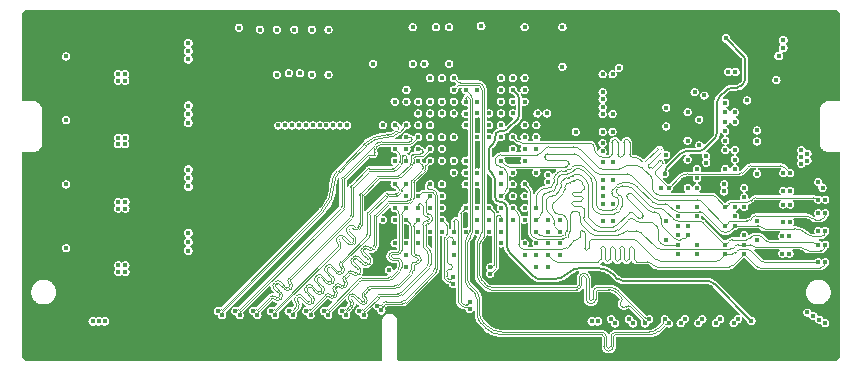
<source format=gbr>
%TF.GenerationSoftware,KiCad,Pcbnew,(6.0.0)*%
%TF.CreationDate,2022-04-28T20:30:44+08:00*%
%TF.ProjectId,XC6SLX25(FTG256)_CoreBoard,58433653-4c58-4323-9528-465447323536,rev?*%
%TF.SameCoordinates,Original*%
%TF.FileFunction,Copper,L5,Inr*%
%TF.FilePolarity,Positive*%
%FSLAX46Y46*%
G04 Gerber Fmt 4.6, Leading zero omitted, Abs format (unit mm)*
G04 Created by KiCad (PCBNEW (6.0.0)) date 2022-04-28 20:30:44*
%MOMM*%
%LPD*%
G01*
G04 APERTURE LIST*
%TA.AperFunction,ViaPad*%
%ADD10C,0.400000*%
%TD*%
%TA.AperFunction,ViaPad*%
%ADD11C,0.450000*%
%TD*%
%TA.AperFunction,Conductor*%
%ADD12C,0.100000*%
%TD*%
%TA.AperFunction,Conductor*%
%ADD13C,0.200000*%
%TD*%
G04 APERTURE END LIST*
D10*
%TO.N,/DDR_VTT*%
X172105401Y-90416362D03*
X172105401Y-91556362D03*
D11*
X170575000Y-81760000D03*
D10*
X172105401Y-90976362D03*
D11*
X170575000Y-81110000D03*
D10*
X172625401Y-91286362D03*
X172625401Y-90706362D03*
D11*
%TO.N,/DDR_VREF*%
X165725000Y-80940000D03*
D10*
X149672500Y-100312500D03*
X166475000Y-95205000D03*
X160545001Y-92404999D03*
X148675000Y-88305000D03*
%TO.N,/DDR_A8*%
X174140802Y-99908585D03*
X150675000Y-99305000D03*
X167275000Y-99205000D03*
%TO.N,GND*%
X143675000Y-96305000D03*
X168340000Y-95030000D03*
D11*
X116600000Y-81490000D03*
D10*
X107175000Y-94905000D03*
X142675000Y-90305000D03*
X134975000Y-80505000D03*
X174775000Y-80105000D03*
X152785000Y-104605000D03*
X168275000Y-87205000D03*
D11*
X116610000Y-98179999D03*
D10*
X143175000Y-79905000D03*
X145675000Y-93305000D03*
X168615000Y-84905000D03*
X123375000Y-80505000D03*
X138675000Y-97305000D03*
X112775000Y-79105000D03*
X121395000Y-104955000D03*
X107175000Y-96105000D03*
X151505000Y-104605000D03*
X172975000Y-79305000D03*
X136675000Y-90310000D03*
X170175000Y-102105000D03*
X151675000Y-84310000D03*
X113975000Y-79105000D03*
X147016250Y-104605000D03*
X165775000Y-79305000D03*
X107975000Y-79105000D03*
X166975000Y-79305000D03*
X133445000Y-104955000D03*
X115575000Y-102105000D03*
X165095000Y-91515000D03*
X123375000Y-83505000D03*
X150008750Y-104605000D03*
D11*
X116600000Y-82489999D03*
D10*
X166475000Y-89605000D03*
X174955000Y-96502000D03*
X107175000Y-84905000D03*
X163435000Y-87190000D03*
D11*
X116610000Y-93310000D03*
D10*
X147675000Y-91305000D03*
X148512500Y-104605000D03*
X133975000Y-80505000D03*
X167935000Y-81950000D03*
X134575000Y-88305000D03*
X142675000Y-93310000D03*
X122945000Y-104955000D03*
X141675000Y-85305000D03*
X150675000Y-89305000D03*
X167935000Y-82650000D03*
X117975000Y-95105000D03*
X120175000Y-95105000D03*
X128945000Y-104955000D03*
X113975000Y-103705000D03*
X117975000Y-89705000D03*
X140675000Y-98305000D03*
X122775000Y-87305000D03*
X107175000Y-80105000D03*
X167275000Y-92805000D03*
X110375000Y-79105000D03*
X127525000Y-98605000D03*
X138675000Y-87305000D03*
X124775000Y-93505000D03*
X149675000Y-86305001D03*
X142527500Y-104605000D03*
D11*
X116610000Y-92809999D03*
D10*
X135895000Y-100425000D03*
X136675000Y-93310000D03*
X123975000Y-86105000D03*
X134945000Y-104955000D03*
X174955000Y-93890000D03*
X107175000Y-97305000D03*
X139535000Y-104605000D03*
X124445000Y-104955000D03*
X168175000Y-79305000D03*
D11*
X116610000Y-98680000D03*
D10*
X174775000Y-84905000D03*
X167775000Y-102105000D03*
X127265000Y-88625000D03*
X107175000Y-82505000D03*
X174175000Y-79305000D03*
X135425750Y-91508948D03*
X142605000Y-102415000D03*
D11*
X116600000Y-87380000D03*
D10*
X174955000Y-99114000D03*
X121575000Y-87305000D03*
X111575000Y-79105000D03*
X174955000Y-100420000D03*
D11*
X116610000Y-97680000D03*
D10*
X107175000Y-100905000D03*
X168275000Y-88005000D03*
X122775000Y-86105000D03*
X107175000Y-81305000D03*
X116575000Y-79105000D03*
X168360000Y-97215000D03*
X144023750Y-104605000D03*
D11*
X116599999Y-86880001D03*
D10*
X145520000Y-104605000D03*
X120175000Y-89705000D03*
X114775000Y-102905000D03*
X174775000Y-81305000D03*
D11*
X116600000Y-87879999D03*
D10*
X125945000Y-104955000D03*
X150445000Y-83355000D03*
X126175000Y-90905000D03*
X174955000Y-95196000D03*
X145675000Y-99305000D03*
X161675000Y-93605000D03*
X144675000Y-94305000D03*
X139675000Y-93305000D03*
X149675000Y-93305000D03*
X171375000Y-102105000D03*
X174955000Y-97808000D03*
X144675000Y-91310000D03*
X107175000Y-83705000D03*
X107175000Y-99705000D03*
X131945000Y-104955000D03*
X174775000Y-82505000D03*
D11*
X116610000Y-92310000D03*
D10*
X116375000Y-101305000D03*
X115175000Y-79105000D03*
X171775000Y-79305000D03*
X135575000Y-88305000D03*
X144675000Y-90310000D03*
X168975000Y-102105000D03*
X170575000Y-79305000D03*
X109175000Y-79105000D03*
X148675000Y-97305000D03*
X140175000Y-79905000D03*
X126975000Y-90105000D03*
X141031250Y-104605000D03*
X174775000Y-83705000D03*
X134555000Y-85505000D03*
X144675000Y-88305000D03*
X130445000Y-104955000D03*
X121575000Y-86105000D03*
D11*
X116600000Y-81990000D03*
D10*
X169375000Y-79305000D03*
X167935000Y-81250000D03*
X107175000Y-98505000D03*
X121575000Y-88505000D03*
X127445000Y-104955000D03*
%TO.N,/DDR_A14*%
X173540802Y-99908585D03*
X147675000Y-95305000D03*
X165675000Y-99205001D03*
%TO.N,/DDR_A13*%
X163275000Y-99205000D03*
X146675000Y-95305000D03*
X171105401Y-99170452D03*
%TO.N,Net-(R40-Pad1)*%
X127695000Y-84015000D03*
%TO.N,Net-(R42-Pad1)*%
X130675000Y-80205000D03*
%TO.N,/DDR_RESET*%
X148675000Y-96305000D03*
X161675000Y-99205000D03*
%TO.N,/DDR_A6*%
X167275000Y-98405000D03*
X174140802Y-98408585D03*
X148675000Y-93305000D03*
%TO.N,/DDR_A11*%
X165675000Y-98405000D03*
X173540802Y-98408585D03*
X149675000Y-96304999D03*
%TO.N,/DDR_A9*%
X150675000Y-100305000D03*
X163275000Y-98405000D03*
X170505401Y-99170452D03*
D11*
%TO.N,+3V3*%
X144992501Y-79900000D03*
X120200000Y-86644999D03*
D10*
X146675001Y-89305000D03*
X142675000Y-89304999D03*
X148675000Y-85305000D03*
D11*
X112625000Y-104905000D03*
D10*
X141675000Y-93305000D03*
X151882501Y-80000000D03*
X148675000Y-80000000D03*
D11*
X166525000Y-83780000D03*
D10*
X145675000Y-87305000D03*
X129185000Y-80205000D03*
D11*
X120200000Y-88095000D03*
X113125000Y-104905000D03*
X120200000Y-87369999D03*
D10*
X136675000Y-88310000D03*
X141675001Y-91305000D03*
X141172501Y-80000000D03*
X138675000Y-94304999D03*
D11*
X112125000Y-104905000D03*
D10*
X136675000Y-96310000D03*
X132075000Y-80205000D03*
X146675001Y-93305000D03*
X142292501Y-80010000D03*
X144675000Y-86310000D03*
X137675000Y-91310000D03*
X144675000Y-95305000D03*
D11*
X165935000Y-83780000D03*
D10*
X141675000Y-94305000D03*
X141675000Y-87305000D03*
X139197500Y-80000000D03*
X147675000Y-96305000D03*
X138675000Y-90305000D03*
X138675000Y-85305000D03*
%TO.N,+1V5*%
X167275000Y-93605000D03*
X168355000Y-96405000D03*
X168355000Y-89675000D03*
X169995000Y-84470000D03*
D11*
X170195000Y-82440000D03*
D10*
X148675000Y-94305000D03*
X160675000Y-90805001D03*
X160185000Y-93605000D03*
X160675001Y-86805000D03*
X166475000Y-91205000D03*
X168355000Y-98005000D03*
X168355000Y-92405000D03*
X160675001Y-98005000D03*
X168355000Y-88745000D03*
X160675000Y-88404999D03*
X148675000Y-90305000D03*
X160675000Y-96405001D03*
X167515000Y-86205000D03*
X150675000Y-97305000D03*
X149675000Y-92305000D03*
D11*
X120200000Y-82710000D03*
X120200000Y-82035000D03*
D10*
X149675000Y-88304998D03*
D11*
X120199999Y-81360000D03*
D10*
%TO.N,+2V5*%
X138675000Y-99305000D03*
D11*
X120210000Y-98177500D03*
X120210000Y-97415000D03*
D10*
X145675000Y-97305000D03*
X141675000Y-97305000D03*
D11*
X154375000Y-104905000D03*
X120189430Y-98919430D03*
X154875000Y-104905000D03*
D10*
X148675000Y-99305000D03*
X142675000Y-99305000D03*
%TO.N,/DDR_A7*%
X161675000Y-98405000D03*
X171105401Y-97670452D03*
X149675000Y-97305000D03*
%TO.N,/DDR_A4*%
X173540802Y-97251540D03*
X147675000Y-94304999D03*
X167275000Y-97605000D03*
%TO.N,/DDR_A1*%
X146675000Y-91305000D03*
X174140802Y-95751540D03*
X165675000Y-96805000D03*
%TO.N,/DDR_A2*%
X162475000Y-97605000D03*
X151675000Y-97305000D03*
X171175000Y-96513407D03*
%TO.N,/DDR_A5*%
X147675000Y-93305001D03*
X170505401Y-97670452D03*
X161675000Y-97605000D03*
%TO.N,/DDR_BA1*%
X173540802Y-95751540D03*
X150675000Y-98305000D03*
X166475000Y-96004999D03*
%TO.N,+1V2*%
X142675000Y-92305000D03*
X143675000Y-93305000D03*
X144675000Y-93305000D03*
D11*
X120210000Y-93485000D03*
D10*
X143675000Y-92310000D03*
D11*
X120210000Y-92060000D03*
D10*
X142675000Y-91305000D03*
X144675000Y-92305000D03*
X143675000Y-91305000D03*
D11*
X120210000Y-92772500D03*
D10*
%TO.N,/DDR_A12*%
X174140802Y-97251540D03*
X149675000Y-95305000D03*
X166475000Y-96805000D03*
%TO.N,/DDR_A0*%
X171175000Y-95013407D03*
X162475000Y-96805000D03*
X147675000Y-90305000D03*
%TO.N,/DDR_A3*%
X148675000Y-89305000D03*
X161675000Y-96805000D03*
X170575000Y-96513407D03*
%TO.N,/DDR_BA2*%
X163275000Y-96005000D03*
X151675000Y-99305000D03*
X170575000Y-95013407D03*
%TO.N,/DDR_BA0*%
X149675000Y-98305000D03*
X171175000Y-93856362D03*
X161675000Y-96005000D03*
%TO.N,Net-(DDR3-1-PadL8)*%
X167275000Y-95205000D03*
%TO.N,/DDR_A10*%
X173540802Y-94594495D03*
X165675000Y-95204999D03*
X146675001Y-94305000D03*
%TO.N,/DDR_WE*%
X163275000Y-95205000D03*
X170575000Y-93856362D03*
X151675001Y-98305000D03*
%TO.N,/DDR_CS1*%
X161675000Y-95205000D03*
X149675000Y-99305000D03*
X170575000Y-92356362D03*
%TO.N,/DDR_CKE*%
X148675000Y-95305000D03*
X174140802Y-94594495D03*
X167275000Y-94405000D03*
%TO.N,/DDR_CLK-*%
X151675000Y-96305000D03*
X165575000Y-93905000D03*
%TO.N,/DDR_~{CAS}*%
X162485000Y-93605000D03*
X147675000Y-92305000D03*
X173905000Y-93600000D03*
%TO.N,/DDR_ODT*%
X171175000Y-92356362D03*
X160875000Y-93605000D03*
X147674999Y-89305000D03*
%TO.N,/DDR_CLK+*%
X150675000Y-96305000D03*
X165585000Y-93305000D03*
%TO.N,/DDR_~{RAS}*%
X146675000Y-92305000D03*
X173540802Y-93094495D03*
X163275000Y-93605000D03*
%TO.N,/DDR_D5*%
X166475000Y-92005000D03*
X155285001Y-96435000D03*
%TO.N,/DDR_D7*%
X156125001Y-96435000D03*
X165675000Y-92005000D03*
%TO.N,/DDR_D4*%
X163275000Y-92805000D03*
X156125001Y-94935001D03*
%TO.N,/DDR_LDQS-*%
X164065000Y-91475000D03*
X155275001Y-94285000D03*
%TO.N,/DDR_D6*%
X155285001Y-94935000D03*
X163275000Y-92005000D03*
%TO.N,/DDR_D3*%
X166474999Y-90405000D03*
X156125001Y-92925000D03*
%TO.N,/DDR_D1*%
X165675000Y-90405000D03*
X156125001Y-91425000D03*
%TO.N,/DDR_LDQS+*%
X164055000Y-90914999D03*
X155275001Y-93585000D03*
%TO.N,/DDR_D2*%
X155285001Y-92925000D03*
X162475000Y-91205000D03*
%TO.N,/DDR_LDM*%
X155275001Y-90515000D03*
X165674999Y-89605000D03*
%TO.N,/DDR_D0*%
X163475000Y-90005000D03*
X155285001Y-91425000D03*
%TO.N,/DDR_D8*%
X165675000Y-88805000D03*
X155285001Y-88855000D03*
%TO.N,/DDR_UDM*%
X155275001Y-89815000D03*
X162475000Y-89605000D03*
%TO.N,/DDR_D10*%
X166475000Y-88005000D03*
X156125001Y-88854999D03*
%TO.N,/DDR_UDQS+*%
X165675000Y-88005000D03*
X155285001Y-86785000D03*
%TO.N,/DDR_D9*%
X163455000Y-87824999D03*
X155285001Y-87355000D03*
%TO.N,/DDR_D11*%
X162474999Y-87205000D03*
X156125001Y-87355000D03*
%TO.N,/DDR_D14*%
X155285001Y-83995000D03*
X166475001Y-87205000D03*
%TO.N,/DDR_UDQS-*%
X155285001Y-86085000D03*
X165675000Y-87205000D03*
%TO.N,/DDR_D12*%
X165675001Y-86405000D03*
X156125000Y-83995000D03*
%TO.N,/DDR_D15*%
X163904999Y-85775000D03*
X156685000Y-83435000D03*
%TO.N,/DDR_D13*%
X155285001Y-85495000D03*
X163075000Y-85505000D03*
%TO.N,Net-(R1-Pad1)*%
X148675000Y-98305000D03*
%TO.N,TMS*%
X137175000Y-100555000D03*
X174125000Y-105055000D03*
%TO.N,TDI*%
X139675000Y-98305000D03*
X172625000Y-104155000D03*
%TO.N,TCK*%
X137675001Y-98305000D03*
X173625000Y-104755000D03*
%TO.N,TDO*%
X173125000Y-104455000D03*
X137675000Y-96305000D03*
%TO.N,RESET_FPGA*%
X124490000Y-80035000D03*
X151885000Y-83350000D03*
%TO.N,Flash_CLK*%
X130675000Y-84015000D03*
X140675000Y-84305000D03*
%TO.N,Net-(R8-Pad1)*%
X135855000Y-83100000D03*
X137675000Y-86305000D03*
%TO.N,Net-(R9-Pad1)*%
X140675000Y-89305000D03*
X142300000Y-83100000D03*
%TO.N,5V*%
X109850000Y-87870000D03*
X114870000Y-83960000D03*
X114880000Y-100730000D03*
X114880000Y-95360000D03*
X114870000Y-89350000D03*
X114270000Y-95360000D03*
X114270000Y-100730000D03*
X114270000Y-100160000D03*
X114870000Y-84530000D03*
X114880000Y-94790000D03*
X114260000Y-84530000D03*
X109860000Y-93310000D03*
X114260000Y-89350000D03*
X114270000Y-94790000D03*
X114870000Y-89920000D03*
X114260000Y-89919999D03*
X109860000Y-98709999D03*
X109850000Y-82480000D03*
X114880000Y-100160000D03*
X114260000Y-83960000D03*
%TO.N,/DDR_MD8*%
X153005001Y-88855000D03*
X149675000Y-89305000D03*
%TO.N,/DDR_MUDM*%
X149675000Y-90305000D03*
%TO.N,/DDR_MUDQS-*%
X150575000Y-87304999D03*
%TO.N,/DDR_MUDQS+*%
X149775000Y-87305000D03*
%TO.N,/DDR_MLDQS-*%
X150675000Y-93105000D03*
%TO.N,/DDR_MLDQS+*%
X150675000Y-92505000D03*
%TO.N,/DDR_MLDM*%
X148675000Y-91305000D03*
%TO.N,/FPGA_BL_DONE*%
X138675000Y-86305000D03*
X139197364Y-83100000D03*
%TO.N,/Bank1_L1-*%
X139675000Y-96305000D03*
X133551777Y-104381777D03*
%TO.N,/Bank1_L1+*%
X138675000Y-96305000D03*
X133198223Y-104028223D03*
%TO.N,/Bank1_L30+*%
X139675000Y-95305000D03*
X134698223Y-104028223D03*
%TO.N,/Bank1_L32+*%
X132051777Y-104381777D03*
X138675000Y-95305000D03*
%TO.N,/Bank1_L32-*%
X137675000Y-95305000D03*
X131698223Y-104028223D03*
%TO.N,/Bank1_L30-*%
X140675000Y-94305000D03*
X135051777Y-104381777D03*
%TO.N,/Bank1_L38+*%
X136198223Y-103628223D03*
X139675000Y-94305000D03*
%TO.N,/Bank1_L38-*%
X136551777Y-103981777D03*
X140675000Y-93305000D03*
%TO.N,/Bank1_L39+*%
X138674999Y-93305000D03*
X129051777Y-104381777D03*
%TO.N,/Bank1_L39-*%
X128698223Y-104028223D03*
X137675000Y-93310000D03*
%TO.N,/Bank1_L40+*%
X130551777Y-104381777D03*
X140674999Y-91305000D03*
%TO.N,/Bank1_L40-*%
X139675000Y-91310000D03*
X130198223Y-104028223D03*
%TO.N,/Bank1_L41+*%
X138675000Y-91305000D03*
X126051777Y-104381777D03*
%TO.N,/Bank1_L42-*%
X127551777Y-104381777D03*
X140675000Y-90305000D03*
%TO.N,/Bank1_L42+*%
X127198223Y-104028223D03*
X139675000Y-90305000D03*
%TO.N,/Bank1_L41-*%
X137675000Y-90305000D03*
X125698223Y-104028223D03*
%TO.N,/Bank1_L53+*%
X124551777Y-104381777D03*
X139675000Y-89305000D03*
%TO.N,/Bank1_L53-*%
X124198223Y-104028223D03*
X138674999Y-89305000D03*
%TO.N,/Bank1_L74+*%
X138675000Y-88305000D03*
X123051777Y-104381777D03*
%TO.N,/Bank1_L74-*%
X137675000Y-88305000D03*
X122698223Y-104028223D03*
%TO.N,/Bank0_L37+*%
X142600000Y-101730000D03*
X141675000Y-96305000D03*
%TO.N,/Bank0_L37-*%
X142600000Y-101180000D03*
X142675000Y-98310000D03*
%TO.N,/Bank0_L38+*%
X143675000Y-97310000D03*
%TO.N,/Bank0_L38-*%
X144675000Y-97310000D03*
%TO.N,/Bank0_L5+*%
X145775000Y-100330000D03*
X145675000Y-95305000D03*
%TO.N,/Bank0_L5-*%
X146675000Y-96305000D03*
X145775000Y-100880000D03*
%TO.N,/Bank0_L40+*%
X144025000Y-103305000D03*
X143675000Y-95305000D03*
%TO.N,/Bank0_L40-*%
X144025000Y-103855000D03*
X142675000Y-97305000D03*
%TO.N,/Bank0_L7+*%
X146675000Y-97305000D03*
%TO.N,/Bank0_L7-*%
X146675001Y-98305000D03*
%TO.N,/Bank0_L63+*%
X138674999Y-98305000D03*
%TO.N,/Bank0_L63-*%
X138675000Y-100310000D03*
%TO.N,/Bank0_L64+*%
X141675000Y-95305000D03*
%TO.N,/Bank0_L64-*%
X140675000Y-95310000D03*
%TO.N,/Bank0_L66+*%
X140675000Y-97305000D03*
%TO.N,/Bank0_L36+*%
X145675000Y-96305000D03*
%TO.N,/Bank0_L66-*%
X139675000Y-97305000D03*
%TO.N,/Bank0_L36-*%
X144675001Y-96305000D03*
%TO.N,/Bank2_L64-*%
X131321000Y-88315000D03*
X146675000Y-87305000D03*
%TO.N,/Bank2_L64+*%
X146675000Y-88305000D03*
X131902000Y-88315000D03*
%TO.N,/Bank2_L63-*%
X127835000Y-88315000D03*
X147675000Y-84305000D03*
%TO.N,/Bank2_L30-*%
X160538223Y-104728223D03*
X143675000Y-85305000D03*
%TO.N,/Bank2_L63+*%
X148675000Y-86305000D03*
X132483000Y-88315000D03*
%TO.N,/Bank2_L30+*%
X143675000Y-86305001D03*
X160891777Y-105081777D03*
%TO.N,/Bank2_L62-*%
X165221777Y-104718223D03*
X145675000Y-89305000D03*
%TO.N,/Bank2_L29-*%
X143675000Y-87310000D03*
X156351777Y-105081777D03*
%TO.N,/Bank2_L62+*%
X164868223Y-105071777D03*
X144675000Y-89305000D03*
%TO.N,/Bank2_L29+*%
X155998223Y-104728223D03*
X143675000Y-88305000D03*
%TO.N,/Bank2_L49-*%
X166368223Y-105071777D03*
X147675000Y-86305000D03*
%TO.N,/Bank2_L23-*%
X159225940Y-104731282D03*
X142675000Y-84305000D03*
%TO.N,/Bank2_L49+*%
X147675000Y-87305000D03*
X166721777Y-104718223D03*
%TO.N,/Bank2_L23+*%
X158872386Y-105084836D03*
X142675000Y-85305000D03*
%TO.N,/Bank2_L48-*%
X147675000Y-85305000D03*
X167880000Y-104870000D03*
%TO.N,/Bank2_L16-*%
X141675000Y-89310000D03*
X162241777Y-104708223D03*
%TO.N,/Bank2_L48+*%
X129578000Y-88315000D03*
X146675000Y-85305000D03*
%TO.N,/Bank2_L16+*%
X161888223Y-105061777D03*
X141675000Y-90310000D03*
%TO.N,/Bank2_L47-*%
X146675000Y-84305000D03*
X128416000Y-88315000D03*
%TO.N,/Bank2_L14-*%
X157851777Y-105081777D03*
X142675000Y-86305000D03*
%TO.N,/Bank2_L47+*%
X130740000Y-88315000D03*
X146675000Y-86305000D03*
%TO.N,/Bank2_L14+*%
X157498223Y-104728223D03*
X142675000Y-87305000D03*
%TO.N,/Bank2_L31+*%
X163378223Y-105071777D03*
X144675000Y-87305000D03*
%TO.N,/Bank2_L13-*%
X140675000Y-86305001D03*
X130159000Y-88315000D03*
%TO.N,/Bank2_L32+*%
X128997000Y-88315000D03*
X144675000Y-85310000D03*
%TO.N,/Bank2_L2-*%
X140675000Y-88305000D03*
X133064000Y-88315000D03*
%TO.N,/Bank2_L31-*%
X145675000Y-88305000D03*
X163731777Y-104718223D03*
%TO.N,/Bank2_L2+*%
X139675000Y-88305000D03*
X133645000Y-88315000D03*
%TO.N,Flash_CS*%
X148675000Y-84305000D03*
X126275000Y-80205000D03*
%TO.N,Net-(R4-Pad1)*%
X140675000Y-87304999D03*
X140200000Y-83100000D03*
%TO.N,Flash_MISO_2*%
X128715000Y-83905000D03*
X139675000Y-87305000D03*
%TO.N,Flash_MISO_3*%
X129655000Y-83905000D03*
X139675000Y-86305000D03*
%TO.N,Flash_MISO_1*%
X141675000Y-86305000D03*
X127695000Y-80205000D03*
%TO.N,Flash_MOSI*%
X141675000Y-84305000D03*
X132075000Y-84015000D03*
%TD*%
D12*
%TO.N,/DDR_ODT*%
X159740000Y-92470000D02*
X160875000Y-93605000D01*
X160360000Y-91470416D02*
X160360000Y-91496740D01*
X160299792Y-91339792D02*
X160310208Y-91350208D01*
X159457156Y-91904314D02*
X160021678Y-91339792D01*
X159174314Y-91621471D02*
X159174313Y-91621471D01*
X160217295Y-90295647D02*
X160217294Y-90295646D01*
X157815000Y-91005000D02*
X157860786Y-91005000D01*
X157565000Y-89755000D02*
X157565000Y-90755000D01*
X157065000Y-90755000D02*
X157065000Y-89755000D01*
X156565000Y-89755000D02*
X156565000Y-90755000D01*
X156065000Y-90755000D02*
X156065000Y-89755000D01*
X155254234Y-91005000D02*
X155815000Y-91005000D01*
X154692158Y-90608609D02*
X154971392Y-90887843D01*
X154575000Y-90220685D02*
X154575000Y-90325766D01*
X154442158Y-89922158D02*
X154457843Y-89937843D01*
X147674999Y-89305000D02*
X147969936Y-89599936D01*
X160310208Y-91616948D02*
X159739999Y-92187157D01*
X159740001Y-92469999D02*
G75*
G02*
X159740000Y-92187158I141421J141421D01*
G01*
X160310208Y-91616948D02*
G75*
G03*
X160360000Y-91496740I-120202J120206D01*
G01*
X160359999Y-91470416D02*
G75*
G03*
X160310207Y-91350209I-170004J-2D01*
G01*
X160141886Y-91290001D02*
G75*
G03*
X160021679Y-91339793I2J-170004D01*
G01*
X159457155Y-91904313D02*
G75*
G02*
X159174314Y-91904312I-141420J141422D01*
G01*
X148465001Y-89804999D02*
X154159315Y-89805000D01*
X159174314Y-91904314D02*
X159174313Y-91904313D01*
X159174315Y-91904313D02*
G75*
G02*
X159174314Y-91621472I141421J141421D01*
G01*
X160217295Y-90578489D02*
X159174314Y-91621471D01*
X160217294Y-90578488D02*
G75*
G03*
X160217293Y-90295647I-141422J141420D01*
G01*
X160141886Y-91290000D02*
X160179584Y-91290000D01*
X160217294Y-90295648D02*
G75*
G03*
X159934453Y-90295647I-141421J-141421D01*
G01*
X158891469Y-91338627D02*
G75*
G02*
X158608628Y-91338626I-141420J141422D01*
G01*
X158567893Y-91297893D02*
G75*
G03*
X157860786Y-91005000I-707106J-707106D01*
G01*
X158891470Y-91338628D02*
X159934452Y-90295647D01*
X157815000Y-91005000D02*
G75*
G02*
X157565000Y-90755000I-1J249999D01*
G01*
X157565000Y-89755000D02*
G75*
G03*
X157315000Y-89505000I-249999J1D01*
G01*
X157315000Y-89505000D02*
G75*
G03*
X157065000Y-89755000I-1J-249999D01*
G01*
X157065000Y-90755000D02*
G75*
G02*
X156815000Y-91005000I-249999J-1D01*
G01*
X159934452Y-90295647D02*
X159934452Y-90295646D01*
X156815000Y-91005000D02*
G75*
G02*
X156565000Y-90755000I-1J249999D01*
G01*
X155254234Y-91004999D02*
G75*
G02*
X154971392Y-90887843I-1J399997D01*
G01*
X156315000Y-89505000D02*
G75*
G03*
X156065000Y-89755000I-1J-249999D01*
G01*
X156065000Y-90755000D02*
G75*
G02*
X155815000Y-91005000I-249999J-1D01*
G01*
X154692158Y-90608609D02*
G75*
G02*
X154575000Y-90325766I282835J282841D01*
G01*
X156565000Y-89755000D02*
G75*
G03*
X156315000Y-89505000I-249999J1D01*
G01*
X154442158Y-89922158D02*
G75*
G03*
X154159315Y-89805000I-282845J-282846D01*
G01*
X148465001Y-89804998D02*
G75*
G02*
X147969937Y-89599935I-2J700121D01*
G01*
X158567893Y-91297893D02*
X158608627Y-91338627D01*
X154574999Y-90220685D02*
G75*
G03*
X154457843Y-89937843I-399997J1D01*
G01*
X160299792Y-91339792D02*
G75*
G03*
X160179584Y-91290000I-120210J-120213D01*
G01*
D13*
%TO.N,/DDR_VREF*%
X160545001Y-92288527D02*
X160545001Y-92404999D01*
X164975000Y-86358528D02*
X164975000Y-88961472D01*
X165799264Y-85285736D02*
X165150736Y-85934264D01*
X166626472Y-85110000D02*
X166223528Y-85110000D01*
X165725000Y-80940000D02*
X167199264Y-82414264D01*
X163426472Y-90510000D02*
X162323528Y-90510000D01*
X164799264Y-89385736D02*
X163850736Y-90334264D01*
X161899264Y-90685736D02*
X160720737Y-91864263D01*
X167375000Y-82838528D02*
X167375000Y-84361472D01*
X167199264Y-84785736D02*
X167050736Y-84934264D01*
X166626472Y-85110000D02*
G75*
G03*
X167050736Y-84934264I1J599996D01*
G01*
X164975000Y-86358528D02*
G75*
G02*
X165150736Y-85934264I599996J1D01*
G01*
X165799264Y-85285736D02*
G75*
G02*
X166223528Y-85110000I424263J-424260D01*
G01*
X167199264Y-84785736D02*
G75*
G03*
X167375000Y-84361472I-424260J424263D01*
G01*
X163850736Y-90334264D02*
G75*
G02*
X163426472Y-90510000I-424263J424260D01*
G01*
X167375000Y-82838528D02*
G75*
G03*
X167199264Y-82414264I-599996J1D01*
G01*
X164799264Y-89385736D02*
G75*
G03*
X164975000Y-88961472I-424260J424263D01*
G01*
X161899264Y-90685736D02*
G75*
G02*
X162323528Y-90510000I424263J-424260D01*
G01*
X160720737Y-91864263D02*
G75*
G03*
X160545001Y-92288527I424260J-424263D01*
G01*
D12*
%TO.N,/DDR_A8*%
X159037891Y-99850000D02*
X158125000Y-99850000D01*
X159563553Y-100168555D02*
X159391445Y-99996447D01*
X156725000Y-98750000D02*
X156725000Y-99650000D01*
X165957893Y-100315001D02*
X159917106Y-100315001D01*
X157125000Y-99650000D02*
X157125000Y-98750000D01*
X173669387Y-100380000D02*
X168615685Y-100380000D01*
X154925000Y-99850000D02*
X154922614Y-99850000D01*
X167275000Y-99205000D02*
X166311446Y-100168554D01*
X154922614Y-99850000D02*
X151427107Y-99850000D01*
X151073554Y-99703554D02*
X150675000Y-99305000D01*
X157525000Y-98750000D02*
X157525000Y-99650000D01*
X155125000Y-98750000D02*
X155125000Y-99650000D01*
X155525000Y-99650000D02*
X155525000Y-98750000D01*
X156325000Y-99650000D02*
X156325000Y-98750000D01*
X157925000Y-99650000D02*
X157925000Y-98750000D01*
X155925000Y-98750000D02*
X155925000Y-99650000D01*
X167275000Y-99205000D02*
X168332843Y-100262843D01*
X159037891Y-99850000D02*
G75*
G02*
X159391445Y-99996447I1J-499997D01*
G01*
X151073554Y-99703554D02*
G75*
G03*
X151427107Y-99850000I353553J353556D01*
G01*
X155125000Y-98750000D02*
G75*
G02*
X155325000Y-98550000I200001J-1D01*
G01*
X155725000Y-99850000D02*
G75*
G03*
X155925000Y-99650000I-1J200001D01*
G01*
X157725000Y-98550000D02*
G75*
G02*
X157925000Y-98750000I-1J-200001D01*
G01*
X157525000Y-98750000D02*
G75*
G02*
X157725000Y-98550000I200001J-1D01*
G01*
X165957893Y-100315001D02*
G75*
G03*
X166311446Y-100168554I0J499997D01*
G01*
X156325000Y-99650000D02*
G75*
G03*
X156525000Y-99850000I200001J1D01*
G01*
X173669387Y-100380000D02*
G75*
G03*
X174140802Y-99908585I1J471414D01*
G01*
X156725000Y-98750000D02*
G75*
G02*
X156925000Y-98550000I200001J-1D01*
G01*
X156125000Y-98550000D02*
G75*
G02*
X156325000Y-98750000I-1J-200001D01*
G01*
X154925000Y-99850000D02*
G75*
G03*
X155125000Y-99650000I-1J200001D01*
G01*
X157925000Y-99650000D02*
G75*
G03*
X158125000Y-99850000I200001J1D01*
G01*
X155525000Y-99650000D02*
G75*
G03*
X155725000Y-99850000I200001J1D01*
G01*
X155325000Y-98550000D02*
G75*
G02*
X155525000Y-98750000I-1J-200001D01*
G01*
X157325000Y-99850000D02*
G75*
G03*
X157525000Y-99650000I-1J200001D01*
G01*
X157125000Y-99650000D02*
G75*
G03*
X157325000Y-99850000I200001J1D01*
G01*
X159563553Y-100168555D02*
G75*
G03*
X159917106Y-100315001I353553J353556D01*
G01*
X155925000Y-98750000D02*
G75*
G02*
X156125000Y-98550000I200001J-1D01*
G01*
X168332843Y-100262843D02*
G75*
G03*
X168615685Y-100380000I282841J282841D01*
G01*
X156525000Y-99850000D02*
G75*
G03*
X156725000Y-99650000I-1J200001D01*
G01*
X156925000Y-98550000D02*
G75*
G02*
X157125000Y-98750000I-1J-200001D01*
G01*
%TO.N,/DDR_A14*%
X166512157Y-99087843D02*
X166677843Y-98922157D01*
X148630685Y-98815000D02*
X151872893Y-98815000D01*
X160234949Y-99835000D02*
X164879315Y-99835000D01*
X165162157Y-99717843D02*
X165675000Y-99205001D01*
X154152107Y-98700000D02*
X154152107Y-98150000D01*
X154352107Y-97950000D02*
X157852893Y-97950000D01*
X148292157Y-98642157D02*
X148347842Y-98697842D01*
X153401899Y-97303101D02*
X153425208Y-97279792D01*
X153352107Y-97750000D02*
X153352107Y-97423309D01*
X166960685Y-98805000D02*
X167569315Y-98805000D01*
X153681899Y-97279792D02*
X153702315Y-97300208D01*
X147675000Y-95305000D02*
X148057842Y-95687842D01*
X148175000Y-95970685D02*
X148175000Y-98359315D01*
X165675000Y-99205001D02*
X166229314Y-99205001D01*
X153752107Y-97420416D02*
X153752107Y-98700000D01*
X158206447Y-98096447D02*
X159739974Y-99629974D01*
X169004270Y-99908585D02*
X173540802Y-99908585D01*
X152226447Y-98668553D02*
X152798554Y-98096446D01*
X153545416Y-97230000D02*
X153561691Y-97230000D01*
X167852158Y-98922158D02*
X168721428Y-99791428D01*
X152226447Y-98668553D02*
G75*
G02*
X151872893Y-98815000I-353553J353550D01*
G01*
X165162157Y-99717843D02*
G75*
G02*
X164879315Y-99835000I-282841J282841D01*
G01*
X148292157Y-98642157D02*
G75*
G02*
X148175000Y-98359315I282841J282841D01*
G01*
X153352107Y-97750000D02*
G75*
G02*
X153152107Y-97950000I-200001J1D01*
G01*
X148630685Y-98814999D02*
G75*
G02*
X148347843Y-98697841I2J400003D01*
G01*
X153425208Y-97279792D02*
G75*
G02*
X153545416Y-97230000I120206J-120202D01*
G01*
X148174999Y-95970685D02*
G75*
G03*
X148057842Y-95687842I-399999J0D01*
G01*
X166229314Y-99205000D02*
G75*
G03*
X166512156Y-99087842I-2J400003D01*
G01*
X153352108Y-97423309D02*
G75*
G02*
X153401900Y-97303102I170004J-2D01*
G01*
X167852158Y-98922158D02*
G75*
G03*
X167569315Y-98805000I-282841J-282835D01*
G01*
X160234949Y-99835000D02*
G75*
G02*
X159739974Y-99629974I2J700002D01*
G01*
X158206447Y-98096447D02*
G75*
G03*
X157852893Y-97950000I-353553J-353550D01*
G01*
X168721428Y-99791428D02*
G75*
G03*
X169004270Y-99908585I282841J282841D01*
G01*
X153702315Y-97300208D02*
G75*
G02*
X153752107Y-97420416I-120202J-120206D01*
G01*
X166677843Y-98922157D02*
G75*
G02*
X166960685Y-98805000I282841J-282841D01*
G01*
X153681899Y-97279792D02*
G75*
G03*
X153561691Y-97230000I-120206J-120202D01*
G01*
X154352107Y-97950000D02*
G75*
G03*
X154152107Y-98150000I1J-200001D01*
G01*
X153152107Y-97950001D02*
G75*
G03*
X152798554Y-98096446I0J-500001D01*
G01*
X154152107Y-98700000D02*
G75*
G02*
X153952107Y-98900000I-200001J1D01*
G01*
X153952107Y-98900000D02*
G75*
G02*
X153752107Y-98700000I1J200001D01*
G01*
%TO.N,/DDR_A6*%
X166497842Y-98522158D02*
X166342157Y-98677843D01*
X152349264Y-97710736D02*
X152320736Y-97739264D01*
X149417842Y-97797842D02*
X149292158Y-97672157D01*
X172760918Y-98940000D02*
X173737157Y-98940000D01*
X149175001Y-97389315D02*
X149175000Y-93970685D01*
X167275000Y-98405000D02*
X166780685Y-98405000D01*
X152657843Y-95672156D02*
X152642158Y-95687842D01*
X158146472Y-97235000D02*
X157433528Y-97235000D01*
X166059315Y-98795000D02*
X160162107Y-98795000D01*
X149057842Y-93687842D02*
X148675000Y-93305000D01*
X156546472Y-97625000D02*
X154639869Y-97625000D01*
X167933579Y-98463579D02*
X168021422Y-98551422D01*
X151896472Y-97915000D02*
X149700685Y-97915000D01*
X174140802Y-98536355D02*
X174140802Y-98408585D01*
X168162843Y-98610000D02*
X171964229Y-98610000D01*
X153365000Y-96350131D02*
X153365000Y-95960685D01*
X153247843Y-95677843D02*
X153242158Y-95672158D01*
X167275000Y-98405000D02*
X167792157Y-98405000D01*
X154215605Y-97449264D02*
X153540736Y-96774395D01*
X152525000Y-95970685D02*
X152525000Y-97286472D01*
X152959315Y-95555000D02*
X152940685Y-95555000D01*
X159808554Y-98648554D02*
X158570736Y-97410736D01*
X157009264Y-97410736D02*
X156970736Y-97449264D01*
X149417842Y-97797842D02*
G75*
G03*
X149700685Y-97915000I282841J282835D01*
G01*
X152959315Y-95555000D02*
G75*
G02*
X153242158Y-95672158I2J-399993D01*
G01*
X153247843Y-95677843D02*
G75*
G02*
X153365000Y-95960685I-282841J-282841D01*
G01*
X172760918Y-98940000D02*
G75*
G02*
X172435000Y-98805000I-2J460911D01*
G01*
X157009264Y-97410736D02*
G75*
G02*
X157433528Y-97235000I424263J-424260D01*
G01*
X151896472Y-97915000D02*
G75*
G03*
X152320736Y-97739264I1J599996D01*
G01*
X172435000Y-98805000D02*
G75*
G03*
X171964229Y-98610000I-470773J-470774D01*
G01*
X152349264Y-97710736D02*
G75*
G03*
X152525000Y-97286472I-424260J424263D01*
G01*
X159808554Y-98648554D02*
G75*
G03*
X160162107Y-98795000I353553J353556D01*
G01*
X152657843Y-95672156D02*
G75*
G02*
X152940685Y-95555000I282842J-282846D01*
G01*
X149175001Y-97389315D02*
G75*
G03*
X149292158Y-97672157I399991J-3D01*
G01*
X149057842Y-93687842D02*
G75*
G02*
X149175000Y-93970685I-282846J-282845D01*
G01*
X156546472Y-97625000D02*
G75*
G03*
X156970736Y-97449264I1J599996D01*
G01*
X154215605Y-97449264D02*
G75*
G03*
X154639869Y-97625000I424263J424260D01*
G01*
X174140802Y-98536355D02*
G75*
G02*
X173737157Y-98940000I-403645J0D01*
G01*
X168162843Y-98610000D02*
G75*
G02*
X168021422Y-98551422I1J200003D01*
G01*
X153365000Y-96350131D02*
G75*
G03*
X153540736Y-96774395I599996J-1D01*
G01*
X166497842Y-98522158D02*
G75*
G02*
X166780685Y-98405000I282841J-282835D01*
G01*
X167933579Y-98463579D02*
G75*
G03*
X167792157Y-98405000I-141421J-141420D01*
G01*
X158146472Y-97235000D02*
G75*
G02*
X158570736Y-97410736I1J-599996D01*
G01*
X166342157Y-98677843D02*
G75*
G02*
X166059315Y-98795000I-282841J282841D01*
G01*
X152525000Y-95970685D02*
G75*
G02*
X152642158Y-95687842I399993J2D01*
G01*
%TO.N,/DDR_A11*%
X151425000Y-93257893D02*
X151425000Y-92992107D01*
X151982107Y-92435000D02*
X152287893Y-92435000D01*
X168484315Y-97610000D02*
X168145685Y-97610000D01*
X156635000Y-94175000D02*
X156625000Y-94175000D01*
X153581446Y-92101445D02*
X154268553Y-92788552D01*
X173037234Y-98200000D02*
X169405685Y-98200000D01*
X167434315Y-97990000D02*
X166255685Y-97990000D01*
X169122843Y-98082843D02*
X168767158Y-97727158D01*
X151061446Y-93828554D02*
X151278553Y-93611447D01*
X157768848Y-93618848D02*
X159318553Y-95168553D01*
X159672107Y-95315000D02*
X160137893Y-95315000D01*
X156596048Y-95658554D02*
X156778553Y-95476049D01*
X156961274Y-93435000D02*
X157325000Y-93435000D01*
X167862843Y-97727157D02*
X167717158Y-97872842D01*
X152641446Y-92288554D02*
X152828553Y-92101447D01*
X150311446Y-94148554D02*
X150338553Y-94121447D01*
X151571446Y-92638554D02*
X151628553Y-92581446D01*
X154415000Y-93142107D02*
X154415000Y-95147893D01*
X154561446Y-95501446D02*
X154718553Y-95658553D01*
X153182107Y-91955000D02*
X153227893Y-91955000D01*
X163821446Y-96551446D02*
X165675000Y-98405000D01*
X156435000Y-93985000D02*
X156435000Y-93785000D01*
X165675000Y-98405000D02*
X165972843Y-98107157D01*
X150165000Y-95607893D02*
X150165000Y-94502107D01*
X160491446Y-95461446D02*
X161288553Y-96258552D01*
X156925000Y-95122495D02*
X156925000Y-94465000D01*
X156470355Y-93699644D02*
X156575000Y-93595000D01*
X155072107Y-95805000D02*
X156242495Y-95805000D01*
X149675000Y-96304999D02*
X150018553Y-95961447D01*
X161642107Y-96405001D02*
X163467893Y-96405000D01*
X150692107Y-93975000D02*
X150707893Y-93975000D01*
X167862843Y-97727157D02*
G75*
G02*
X168145685Y-97610000I282841J-282841D01*
G01*
X156635000Y-94175000D02*
G75*
G02*
X156925000Y-94465000I0J-290000D01*
G01*
X160491446Y-95461446D02*
G75*
G03*
X160137893Y-95315000I-353553J-353556D01*
G01*
X153581446Y-92101445D02*
G75*
G03*
X153227893Y-91955000I-353554J-353561D01*
G01*
X156435000Y-93985000D02*
G75*
G03*
X156625000Y-94175000I190001J1D01*
G01*
X157768848Y-93618848D02*
G75*
G03*
X157325000Y-93435000I-443850J-443852D01*
G01*
X153182107Y-91955000D02*
G75*
G03*
X152828553Y-92101447I-3J-499992D01*
G01*
X154561446Y-95501446D02*
G75*
G02*
X154415000Y-95147893I353556J353553D01*
G01*
X151982107Y-92435001D02*
G75*
G03*
X151628553Y-92581446I-1J-500001D01*
G01*
X155072107Y-95805000D02*
G75*
G02*
X154718553Y-95658553I-1J499997D01*
G01*
X151061446Y-93828554D02*
G75*
G02*
X150707893Y-93975000I-353553J353556D01*
G01*
X150311446Y-94148554D02*
G75*
G03*
X150165000Y-94502107I353556J-353553D01*
G01*
X167434315Y-97989999D02*
G75*
G03*
X167717157Y-97872841I-2J400003D01*
G01*
X150165000Y-95607893D02*
G75*
G02*
X150018553Y-95961447I-499997J-1D01*
G01*
X161642107Y-96405000D02*
G75*
G02*
X161288554Y-96258551I1J499998D01*
G01*
X156596048Y-95658554D02*
G75*
G02*
X156242495Y-95805000I-353553J353556D01*
G01*
X150692107Y-93975000D02*
G75*
G03*
X150338553Y-94121447I-1J-499997D01*
G01*
X163821446Y-96551446D02*
G75*
G03*
X163467893Y-96405000I-353553J-353556D01*
G01*
X168484315Y-97610000D02*
G75*
G02*
X168767158Y-97727158I2J-399993D01*
G01*
X165972843Y-98107157D02*
G75*
G02*
X166255685Y-97990000I282841J-282841D01*
G01*
X169122843Y-98082843D02*
G75*
G03*
X169405685Y-98200000I282841J282841D01*
G01*
X159672107Y-95315000D02*
G75*
G02*
X159318553Y-95168553I-1J499997D01*
G01*
X152641446Y-92288554D02*
G75*
G02*
X152287893Y-92435000I-353553J353556D01*
G01*
X156961274Y-93435000D02*
G75*
G03*
X156575000Y-93595000I0J-546273D01*
G01*
X156925000Y-95122495D02*
G75*
G02*
X156778553Y-95476049I-499997J-1D01*
G01*
X151425000Y-93257893D02*
G75*
G02*
X151278553Y-93611447I-499997J-1D01*
G01*
X151571446Y-92638554D02*
G75*
G03*
X151425000Y-92992107I353556J-353553D01*
G01*
X173037234Y-98200000D02*
G75*
G02*
X173540802Y-98408585I-3J-712158D01*
G01*
X156470355Y-93699644D02*
G75*
G03*
X156435000Y-93785000I85365J-85359D01*
G01*
X154414999Y-93142107D02*
G75*
G03*
X154268552Y-92788553I-499990J5D01*
G01*
%TO.N,/DDR_A7*%
X156327852Y-97255000D02*
X154810685Y-97255000D01*
X152837842Y-93002157D02*
X152802156Y-93037843D01*
X152245000Y-96330685D02*
X152245000Y-97229315D01*
X159872842Y-96852842D02*
X159642157Y-96622157D01*
X154527842Y-97137842D02*
X153782157Y-96392157D01*
X159359315Y-96505000D02*
X158380685Y-96505000D01*
X153465000Y-94325000D02*
X152865001Y-94325000D01*
X152865000Y-94725000D02*
X153465000Y-94725000D01*
X152022158Y-95942158D02*
X152127843Y-96047843D01*
X161675000Y-98405000D02*
X160460685Y-98405000D01*
X153665000Y-96109315D02*
X153665000Y-95325000D01*
X151142158Y-95572158D02*
X151277843Y-95707843D01*
X152075000Y-93580685D02*
X152075000Y-93719315D01*
X151560685Y-95825000D02*
X151739315Y-95825000D01*
X158097842Y-96387842D02*
X158012157Y-96302157D01*
X153547842Y-93137842D02*
X153412157Y-93002157D01*
X152217842Y-93272158D02*
X152192157Y-93297843D01*
X153129315Y-92885000D02*
X153120685Y-92885000D01*
X157446379Y-96302157D02*
X156610694Y-97137843D01*
X151789315Y-97685000D02*
X150220685Y-97685000D01*
X151957842Y-94002158D02*
X151142157Y-94817843D01*
X153665000Y-93725000D02*
X153665000Y-93420685D01*
X151025000Y-95100685D02*
X151025000Y-95289315D01*
X153465000Y-95125000D02*
X152865000Y-95125000D01*
X152519314Y-93155000D02*
X152500685Y-93155000D01*
X149937842Y-97567842D02*
X149675000Y-97305000D01*
X159990000Y-97934316D02*
X159990000Y-97135685D01*
X160177842Y-98287842D02*
X160107157Y-98217158D01*
X152865000Y-93925000D02*
X153465000Y-93925000D01*
X152127842Y-97512158D02*
X152072157Y-97567843D01*
X157729315Y-96185000D02*
X157729222Y-96185001D01*
X157729315Y-96185001D02*
G75*
G02*
X158012157Y-96302157I1J-399997D01*
G01*
X153665000Y-94524999D02*
G75*
G02*
X153465000Y-94725000I-200000J-1D01*
G01*
X156327852Y-97254999D02*
G75*
G03*
X156610694Y-97137843I1J399997D01*
G01*
X152127842Y-97512158D02*
G75*
G03*
X152245000Y-97229315I-282846J282845D01*
G01*
X152837842Y-93002157D02*
G75*
G02*
X153120685Y-92885000I282841J-282841D01*
G01*
X151560685Y-95824999D02*
G75*
G02*
X151277843Y-95707843I-1J399997D01*
G01*
X153547842Y-93137842D02*
G75*
G02*
X153665000Y-93420685I-282835J-282841D01*
G01*
X151142158Y-95572158D02*
G75*
G02*
X151025000Y-95289315I282846J282845D01*
G01*
X157729222Y-96185001D02*
G75*
G03*
X157446379Y-96302157I-5J-399991D01*
G01*
X152519314Y-93154999D02*
G75*
G03*
X152802156Y-93037843I1J399997D01*
G01*
X159990000Y-97934316D02*
G75*
G03*
X160107157Y-98217158I399991J-3D01*
G01*
X152865000Y-94725000D02*
G75*
G03*
X152665000Y-94925000I1J-200001D01*
G01*
X152075001Y-93580685D02*
G75*
G02*
X152192157Y-93297843I399997J1D01*
G01*
X149937842Y-97567842D02*
G75*
G03*
X150220685Y-97685000I282841J282835D01*
G01*
X160177842Y-98287842D02*
G75*
G03*
X160460685Y-98405000I282845J282846D01*
G01*
X151957842Y-94002158D02*
G75*
G03*
X152075000Y-93719315I-282835J282841D01*
G01*
X152865000Y-93925000D02*
G75*
G03*
X152665000Y-94125000I1J-200001D01*
G01*
X153129315Y-92885001D02*
G75*
G02*
X153412157Y-93002157I1J-399997D01*
G01*
X153665000Y-93725000D02*
G75*
G02*
X153465000Y-93925000I-200001J1D01*
G01*
X154527842Y-97137842D02*
G75*
G03*
X154810685Y-97255000I282841J282835D01*
G01*
X153465000Y-94325000D02*
G75*
G02*
X153665000Y-94524999I-1J-200001D01*
G01*
X152665000Y-94925000D02*
G75*
G03*
X152865000Y-95125000I200001J1D01*
G01*
X153665001Y-96109315D02*
G75*
G03*
X153782157Y-96392157I399997J-1D01*
G01*
X159642157Y-96622157D02*
G75*
G03*
X159359315Y-96505000I-282841J-282841D01*
G01*
X152022158Y-95942158D02*
G75*
G03*
X151739315Y-95825000I-282845J-282846D01*
G01*
X151025001Y-95100685D02*
G75*
G02*
X151142157Y-94817843I399997J1D01*
G01*
X153465000Y-95125000D02*
G75*
G02*
X153665000Y-95325000I-3J-200003D01*
G01*
X152665000Y-94125000D02*
G75*
G03*
X152865001Y-94325000I200000J0D01*
G01*
X151789315Y-97684999D02*
G75*
G03*
X152072157Y-97567843I1J399997D01*
G01*
X158380685Y-96504999D02*
G75*
G02*
X158097843Y-96387841I2J400003D01*
G01*
X159872842Y-96852842D02*
G75*
G02*
X159990000Y-97135685I-282835J-282841D01*
G01*
X152217842Y-93272158D02*
G75*
G02*
X152500685Y-93155000I282841J-282835D01*
G01*
X152244999Y-96330685D02*
G75*
G03*
X152127843Y-96047843I-399997J1D01*
G01*
%TO.N,/DDR_A1*%
X153226209Y-90851447D02*
X154633316Y-92258554D01*
X152293579Y-91746421D02*
X152336422Y-91703578D01*
X159982107Y-94605000D02*
X163309315Y-94604999D01*
X157721447Y-92551447D02*
X159628554Y-94458553D01*
X167767158Y-96282842D02*
X167962843Y-96087157D01*
X150375000Y-91012157D02*
X150375000Y-90937843D01*
X152152157Y-91255000D02*
X150617843Y-91255000D01*
X165675000Y-96805000D02*
X165962843Y-96517157D01*
X150607843Y-90705000D02*
X152872655Y-90705000D01*
X174140802Y-95876355D02*
X174140802Y-95751540D01*
X154986870Y-92405000D02*
X157367893Y-92405000D01*
X168245685Y-95970000D02*
X172500087Y-95970000D01*
X152336421Y-91356421D02*
X152293578Y-91313578D01*
X163592157Y-94722157D02*
X165675000Y-96805000D01*
X150433579Y-90796421D02*
X150466422Y-90763578D01*
X150476421Y-91196421D02*
X150433579Y-91153578D01*
X163592157Y-94722156D02*
X163592157Y-94722157D01*
X166245685Y-96400000D02*
X167484315Y-96400000D01*
X146675000Y-91305000D02*
X147057842Y-91687842D01*
X152394999Y-91562157D02*
X152395000Y-91497844D01*
X147340685Y-91805000D02*
X152152157Y-91804999D01*
X173296776Y-96300000D02*
X173717157Y-96300000D01*
X150375001Y-91012157D02*
G75*
G03*
X150433580Y-91153577I199998J0D01*
G01*
X147340685Y-91804999D02*
G75*
G02*
X147057843Y-91687841I2J400003D01*
G01*
X152293578Y-91313578D02*
G75*
G03*
X152152157Y-91255000I-141422J-141425D01*
G01*
X172995000Y-96175000D02*
G75*
G03*
X172500087Y-95970000I-494914J-494915D01*
G01*
X159628554Y-94458553D02*
G75*
G03*
X159982107Y-94605000I353553J353550D01*
G01*
X152394999Y-91497844D02*
G75*
G03*
X152336420Y-91356422I-199998J2D01*
G01*
X167767158Y-96282842D02*
G75*
G02*
X167484315Y-96400000I-282841J282835D01*
G01*
X152394999Y-91562157D02*
G75*
G02*
X152336422Y-91703578I-199992J-4D01*
G01*
X152293579Y-91746421D02*
G75*
G02*
X152152157Y-91804999I-141418J141414D01*
G01*
X168245685Y-95970001D02*
G75*
G03*
X167962843Y-96087157I-1J-399997D01*
G01*
X152872655Y-90705000D02*
G75*
G02*
X153226209Y-90851447I1J-499997D01*
G01*
X150607843Y-90705000D02*
G75*
G03*
X150466422Y-90763578I1J-200003D01*
G01*
X157367893Y-92405000D02*
G75*
G02*
X157721447Y-92551447I6J-499986D01*
G01*
X173296776Y-96300000D02*
G75*
G02*
X172995000Y-96175000I3J426781D01*
G01*
X163592157Y-94722156D02*
G75*
G03*
X163309315Y-94604999I-282841J-282841D01*
G01*
X154986870Y-92404999D02*
G75*
G02*
X154633317Y-92258553I1J500005D01*
G01*
X174140802Y-95876355D02*
G75*
G02*
X173717157Y-96300000I-423646J1D01*
G01*
X150375001Y-90937843D02*
G75*
G02*
X150433580Y-90796422I199998J1D01*
G01*
X150476421Y-91196421D02*
G75*
G03*
X150617843Y-91255000I141421J141420D01*
G01*
X166245685Y-96400001D02*
G75*
G03*
X165962843Y-96517157I-1J-399997D01*
G01*
%TO.N,/DDR_A2*%
X157425253Y-94113579D02*
X157383578Y-94155254D01*
X160215000Y-96547893D02*
X160214999Y-96182107D01*
X158636421Y-96093579D02*
X158613578Y-96116422D01*
X162475000Y-97605000D02*
X162221446Y-97858554D01*
X151745000Y-93250686D02*
X151745000Y-93529315D01*
X154035000Y-95889315D02*
X154035000Y-93260685D01*
X152757842Y-92562158D02*
X152702157Y-92617843D01*
X151262158Y-96892158D02*
X151675000Y-97305000D01*
X156169315Y-96885000D02*
X155030685Y-96885000D01*
X151145000Y-96290685D02*
X151145000Y-96609316D01*
X157516421Y-95703580D02*
X156452157Y-96767843D01*
X161318553Y-97858553D02*
X160361446Y-96901446D01*
X150672132Y-94397868D02*
X150602868Y-94467132D01*
X151977842Y-92852158D02*
X151862157Y-92967844D01*
X158266421Y-96116421D02*
X157853578Y-95703578D01*
X152419315Y-92735000D02*
X152260685Y-92735000D01*
X150964315Y-94310000D02*
X150884264Y-94310000D01*
X161867893Y-98005000D02*
X161672107Y-98005000D01*
X157383579Y-94493579D02*
X158636422Y-95746422D01*
X153917842Y-92977842D02*
X153502157Y-92562157D01*
X157712157Y-95645000D02*
X157657842Y-95645000D01*
X158472157Y-96175000D02*
X158407843Y-96175000D01*
X157602157Y-94055000D02*
X157566675Y-94055000D01*
X160068553Y-95828553D02*
X160011446Y-95771446D01*
X153219315Y-92445000D02*
X153040685Y-92445000D01*
X157325000Y-94296675D02*
X157325000Y-94352157D01*
X151627842Y-93812158D02*
X151247157Y-94192843D01*
X154747842Y-96767842D02*
X154152157Y-96172157D01*
X158695000Y-95887843D02*
X158695000Y-95952157D01*
X150602868Y-95582868D02*
X151027843Y-96007843D01*
X159657893Y-95625000D02*
X159462107Y-95625000D01*
X159108553Y-95478553D02*
X157743578Y-94113578D01*
X150515000Y-94679264D02*
X150515000Y-95370736D01*
X151144999Y-96290685D02*
G75*
G03*
X151027843Y-96007843I-399997J1D01*
G01*
X157325001Y-94352157D02*
G75*
G03*
X157383580Y-94493578I199998J-1D01*
G01*
X157425253Y-94113579D02*
G75*
G02*
X157566675Y-94055000I141421J-141420D01*
G01*
X151977842Y-92852158D02*
G75*
G02*
X152260685Y-92735000I282841J-282835D01*
G01*
X160068553Y-95828553D02*
G75*
G02*
X160214999Y-96182107I-353545J-353549D01*
G01*
X151627842Y-93812158D02*
G75*
G03*
X151745000Y-93529315I-282840J282842D01*
G01*
X150672132Y-94397868D02*
G75*
G02*
X150884264Y-94310000I212129J-212126D01*
G01*
X151262158Y-96892158D02*
G75*
G02*
X151145000Y-96609316I282835J282841D01*
G01*
X158613578Y-96116422D02*
G75*
G02*
X158472157Y-96175000I-141422J141425D01*
G01*
X150964315Y-94309999D02*
G75*
G03*
X151247157Y-94192843I1J399997D01*
G01*
X160215001Y-96547893D02*
G75*
G03*
X160361446Y-96901446I500001J0D01*
G01*
X154747842Y-96767842D02*
G75*
G03*
X155030685Y-96885000I282841J282835D01*
G01*
X151745001Y-93250686D02*
G75*
G02*
X151862157Y-92967844I399997J1D01*
G01*
X150602868Y-95582868D02*
G75*
G02*
X150515000Y-95370736I212130J212131D01*
G01*
X157657842Y-95645001D02*
G75*
G03*
X157516422Y-95703581I1J-199998D01*
G01*
X150515001Y-94679264D02*
G75*
G02*
X150602869Y-94467133I299997J1D01*
G01*
X161867893Y-98004999D02*
G75*
G03*
X162221446Y-97858554I0J500001D01*
G01*
X158407843Y-96174999D02*
G75*
G02*
X158266422Y-96116420I-1J199998D01*
G01*
X153917842Y-92977842D02*
G75*
G02*
X154035000Y-93260685I-282824J-282836D01*
G01*
X156169315Y-96884999D02*
G75*
G03*
X156452156Y-96767842I-4J400008D01*
G01*
X152419315Y-92734999D02*
G75*
G03*
X152702157Y-92617843I1J399997D01*
G01*
X157712157Y-95645000D02*
G75*
G02*
X157853578Y-95703578I-1J-200003D01*
G01*
X158636421Y-96093579D02*
G75*
G03*
X158695000Y-95952157I-141420J141421D01*
G01*
X158695000Y-95887843D02*
G75*
G03*
X158636422Y-95746422I-200003J-1D01*
G01*
X161318553Y-97858553D02*
G75*
G03*
X161672107Y-98005000I353553J353550D01*
G01*
X157383578Y-94155254D02*
G75*
G03*
X157325000Y-94296675I141425J-141422D01*
G01*
X152757842Y-92562158D02*
G75*
G02*
X153040685Y-92445000I282841J-282835D01*
G01*
X157743578Y-94113578D02*
G75*
G03*
X157602157Y-94055000I-141422J-141425D01*
G01*
X154035001Y-95889315D02*
G75*
G03*
X154152157Y-96172157I399997J-1D01*
G01*
X159657893Y-95625001D02*
G75*
G02*
X160011446Y-95771446I0J-500001D01*
G01*
X159108553Y-95478553D02*
G75*
G03*
X159462107Y-95625000I353553J353550D01*
G01*
X153219315Y-92445001D02*
G75*
G02*
X153502157Y-92562157I1J-399997D01*
G01*
%TO.N,/DDR_A12*%
X151832107Y-92145000D02*
X152167893Y-92145000D01*
X174140802Y-97376355D02*
X174140802Y-97251540D01*
X149821446Y-93978554D02*
X149998553Y-93801448D01*
X150352106Y-93655000D02*
X150597892Y-93655000D01*
X158201446Y-93501446D02*
X159508553Y-94808554D01*
X156401447Y-95358554D02*
X156478553Y-95281447D01*
X156625000Y-94927893D02*
X156625000Y-94645000D01*
X153691446Y-91811446D02*
X154578553Y-92698553D01*
X156175000Y-94325000D02*
X156139853Y-94289853D01*
X156165000Y-93685000D02*
X156499939Y-93350061D01*
X159862107Y-94955000D02*
X160577893Y-94955000D01*
X151155000Y-93097893D02*
X151155000Y-92822107D01*
X155292106Y-95505000D02*
X156047893Y-95505000D01*
X151301446Y-92468553D02*
X151478553Y-92291446D01*
X158177757Y-93477756D02*
X158201446Y-93501446D01*
X168702158Y-96922158D02*
X168722843Y-96942843D01*
X156365000Y-94385000D02*
X156319852Y-94385000D01*
X161642107Y-95605000D02*
X163509315Y-95605000D01*
X149675000Y-95305000D02*
X149675000Y-94332106D01*
X153062107Y-91665000D02*
X153337892Y-91665000D01*
X156995000Y-93145000D02*
X157374413Y-93145000D01*
X154725000Y-93052107D02*
X154725000Y-94937893D01*
X154871446Y-95291446D02*
X154938553Y-95358553D01*
X166475000Y-96805000D02*
X168419315Y-96805000D01*
X152521446Y-91998554D02*
X152708553Y-91811448D01*
X173094055Y-97720000D02*
X173797157Y-97720000D01*
X165612990Y-97377305D02*
X165737010Y-97377305D01*
X169005685Y-97060000D02*
X171500675Y-97060000D01*
X163792158Y-95722158D02*
X165330148Y-97260148D01*
X156055000Y-94085000D02*
X156055000Y-93950563D01*
X150951446Y-93508554D02*
X151008553Y-93451447D01*
X160931446Y-95101446D02*
X161288553Y-95458553D01*
X166019853Y-97260147D02*
X166475000Y-96805000D01*
X154725000Y-93052107D02*
G75*
G03*
X154578553Y-92698553I-499997J1D01*
G01*
X173094055Y-97720000D02*
G75*
G02*
X172575000Y-97505000I1J734055D01*
G01*
X172575000Y-97505000D02*
G75*
G03*
X171500675Y-97060000I-1074327J-1074330D01*
G01*
X161642107Y-95605000D02*
G75*
G02*
X161288553Y-95458553I-1J499997D01*
G01*
X165612990Y-97377304D02*
G75*
G02*
X165330148Y-97260148I-1J399997D01*
G01*
X153691446Y-91811446D02*
G75*
G03*
X153337892Y-91665000I-353549J-353545D01*
G01*
X156995000Y-93145001D02*
G75*
G03*
X156499940Y-93350062I0J-700121D01*
G01*
X158177757Y-93477756D02*
G75*
G03*
X157374413Y-93145000I-803343J-803342D01*
G01*
X163792158Y-95722158D02*
G75*
G03*
X163509315Y-95605000I-282845J-282846D01*
G01*
X156175000Y-94325000D02*
G75*
G03*
X156319852Y-94385000I144853J144854D01*
G01*
X156165000Y-93685000D02*
G75*
G03*
X156055000Y-93950563I265560J-265562D01*
G01*
X169005685Y-97059999D02*
G75*
G02*
X168722843Y-96942843I-1J399997D01*
G01*
X155292106Y-95505000D02*
G75*
G02*
X154938553Y-95358553I0J499997D01*
G01*
X174140802Y-97376355D02*
G75*
G02*
X173797157Y-97720000I-343644J-1D01*
G01*
X156055001Y-94085000D02*
G75*
G03*
X156139854Y-94289852I289708J1D01*
G01*
X150951446Y-93508554D02*
G75*
G02*
X150597892Y-93655000I-353555J353560D01*
G01*
X150352106Y-93655000D02*
G75*
G03*
X149998553Y-93801448I-1J-499992D01*
G01*
X151301446Y-92468553D02*
G75*
G03*
X151155000Y-92822107I353560J-353555D01*
G01*
X166019853Y-97260147D02*
G75*
G02*
X165737010Y-97377305I-282845J282846D01*
G01*
X152521446Y-91998554D02*
G75*
G02*
X152167893Y-92145000I-353553J353556D01*
G01*
X160931446Y-95101446D02*
G75*
G03*
X160577893Y-94955000I-353553J-353556D01*
G01*
X156625000Y-94927893D02*
G75*
G02*
X156478553Y-95281447I-499986J-6D01*
G01*
X156401447Y-95358554D02*
G75*
G02*
X156047893Y-95505000I-353555J353560D01*
G01*
X159862107Y-94954999D02*
G75*
G02*
X159508553Y-94808554I-1J500001D01*
G01*
X151155000Y-93097893D02*
G75*
G02*
X151008553Y-93451447I-499997J-1D01*
G01*
X154871446Y-95291446D02*
G75*
G02*
X154725000Y-94937893I353556J353553D01*
G01*
X168702158Y-96922158D02*
G75*
G03*
X168419315Y-96805000I-282841J-282835D01*
G01*
X153062107Y-91665000D02*
G75*
G03*
X152708553Y-91811448I0J-499997D01*
G01*
X156365000Y-94385000D02*
G75*
G02*
X156625000Y-94645000I1J-259999D01*
G01*
X151832107Y-92145001D02*
G75*
G03*
X151478553Y-92291446I-1J-500001D01*
G01*
X149821446Y-93978554D02*
G75*
G03*
X149675000Y-94332106I353551J-353552D01*
G01*
%TO.N,/DDR_A10*%
X146292157Y-91642157D02*
X146332842Y-91682842D01*
X146615685Y-91800000D02*
X146621252Y-91800000D01*
X165675001Y-95204998D02*
X165952843Y-94927157D01*
X159362810Y-92622810D02*
X158645919Y-91905919D01*
X173143676Y-94430000D02*
X168255685Y-94430000D01*
X152795000Y-90135000D02*
X150710684Y-90135000D01*
X159479968Y-93634347D02*
X159479968Y-92905653D01*
X157408847Y-91705000D02*
X158160858Y-91705000D01*
X154242157Y-91192157D02*
X153460771Y-90410772D01*
X167544315Y-94810000D02*
X166235685Y-94810000D01*
X146175000Y-91270685D02*
X146175000Y-91359315D01*
X146904094Y-91917157D02*
X147057842Y-92070905D01*
X159767778Y-94087842D02*
X159597125Y-93917189D01*
X164509315Y-94205000D02*
X160050621Y-94205000D01*
X149709315Y-90805000D02*
X146640685Y-90805000D01*
X147057843Y-93922158D02*
X146675001Y-94305000D01*
X154937842Y-91887842D02*
X154242157Y-91192157D01*
X167972843Y-94547157D02*
X167827158Y-94692842D01*
X150427842Y-90252158D02*
X149992157Y-90687843D01*
X146357842Y-90922158D02*
X146292157Y-90987843D01*
X165675000Y-95204999D02*
X164792157Y-94322157D01*
X147175000Y-92353748D02*
X147175000Y-93639316D01*
X156684584Y-92005000D02*
X155220685Y-92005000D01*
X152795000Y-90135001D02*
G75*
G02*
X153460771Y-90410772I0J-941541D01*
G01*
X165952843Y-94927157D02*
G75*
G02*
X166235685Y-94810000I282841J-282841D01*
G01*
X164509315Y-94205001D02*
G75*
G02*
X164792157Y-94322157I1J-399997D01*
G01*
X159479969Y-93634347D02*
G75*
G03*
X159597125Y-93917189I399997J-1D01*
G01*
X156684584Y-92004999D02*
G75*
G03*
X157094999Y-91834999I-1J580417D01*
G01*
X146175001Y-91270685D02*
G75*
G02*
X146292157Y-90987843I399997J1D01*
G01*
X173143676Y-94430000D02*
G75*
G02*
X173540802Y-94594495I-1J-561623D01*
G01*
X146615685Y-91800000D02*
G75*
G02*
X146332842Y-91682842I-2J399993D01*
G01*
X165675001Y-95204998D02*
G75*
G03*
X165675000Y-95204999I0J-1D01*
G01*
X157095000Y-91835000D02*
G75*
G02*
X157408847Y-91705000I313844J-313840D01*
G01*
X159362810Y-92622810D02*
G75*
G02*
X159479968Y-92905653I-282846J-282845D01*
G01*
X147174999Y-92353748D02*
G75*
G03*
X147057841Y-92070906I-400003J-2D01*
G01*
X146357842Y-90922158D02*
G75*
G02*
X146640685Y-90805000I282845J-282846D01*
G01*
X146292157Y-91642157D02*
G75*
G02*
X146175000Y-91359315I282841J282841D01*
G01*
X158645919Y-91905919D02*
G75*
G03*
X158160858Y-91705000I-485061J-485059D01*
G01*
X159767778Y-94087842D02*
G75*
G03*
X160050621Y-94205000I282841J282835D01*
G01*
X167544315Y-94809999D02*
G75*
G03*
X167827157Y-94692841I-2J400003D01*
G01*
X149709315Y-90804999D02*
G75*
G03*
X149992157Y-90687843I1J399997D01*
G01*
X146904094Y-91917157D02*
G75*
G03*
X146621252Y-91800000I-282841J-282841D01*
G01*
X167972843Y-94547157D02*
G75*
G02*
X168255685Y-94430000I282841J-282841D01*
G01*
X147057843Y-93922158D02*
G75*
G03*
X147175000Y-93639316I-282841J282841D01*
G01*
X154937842Y-91887842D02*
G75*
G03*
X155220685Y-92005000I282841J282835D01*
G01*
X150427842Y-90252158D02*
G75*
G02*
X150710684Y-90135000I282841J-282835D01*
G01*
%TO.N,/DDR_ODT*%
X167562843Y-91837157D02*
X167097158Y-92302842D01*
X170704330Y-91885691D02*
X171175000Y-92356362D01*
X170304315Y-91720000D02*
X167845685Y-91720000D01*
X166814315Y-92420000D02*
X162474214Y-92420000D01*
X161767107Y-92712893D02*
X160875000Y-93605000D01*
X166814315Y-92420000D02*
G75*
G03*
X167097158Y-92302842I2J399993D01*
G01*
X170704330Y-91885691D02*
G75*
G03*
X170304315Y-91720000I-400017J-400023D01*
G01*
X161767107Y-92712893D02*
G75*
G02*
X162474214Y-92420000I707104J-707101D01*
G01*
X167562843Y-91837157D02*
G75*
G02*
X167845685Y-91720000I282841J-282841D01*
G01*
%TO.N,/Bank1_L1-*%
X135258689Y-103382310D02*
X135258688Y-103382311D01*
X139875000Y-99715000D02*
X139875000Y-99615000D01*
X139275000Y-100570737D02*
X139275000Y-100215000D01*
X134657649Y-103276244D02*
X134763715Y-103382310D01*
X134091961Y-103134821D02*
X133985895Y-103028755D01*
X139275000Y-99115000D02*
X139275000Y-99015000D01*
X139275000Y-99015000D02*
X139275000Y-96870685D01*
X138013580Y-101997842D02*
X139157843Y-100853579D01*
X135152622Y-102569137D02*
X135440710Y-102280711D01*
X135440710Y-102280711D02*
X135489265Y-102232156D01*
X139525000Y-99265000D02*
X139425000Y-99265000D01*
X135258689Y-102887336D02*
X135152622Y-102781269D01*
X139392158Y-96587842D02*
X139675000Y-96305000D01*
X139425000Y-100065000D02*
X139525000Y-100065000D01*
X135772107Y-102115000D02*
X137730737Y-102115000D01*
X133668934Y-104052488D02*
X133950711Y-103770711D01*
X133950711Y-103770711D02*
X133950711Y-103770708D01*
X134198027Y-102816623D02*
X134657649Y-103276244D01*
X133551777Y-104381777D02*
X133551777Y-104335330D01*
X133950711Y-103770708D02*
X134091960Y-103629796D01*
X134198026Y-102816624D02*
G75*
G03*
X133985896Y-102816624I-106065J-106065D01*
G01*
X139875000Y-99715000D02*
G75*
G02*
X139525000Y-100065000I-350001J1D01*
G01*
X135152623Y-102569138D02*
G75*
G03*
X135152623Y-102781268I106065J-106065D01*
G01*
X139425000Y-100065000D02*
G75*
G03*
X139275000Y-100215000I0J-150000D01*
G01*
X139275000Y-99115000D02*
G75*
G03*
X139425000Y-99265000I150000J0D01*
G01*
X138013580Y-101997842D02*
G75*
G02*
X137730737Y-102115000I-282841J282835D01*
G01*
X133985896Y-102816624D02*
G75*
G03*
X133985896Y-103028754I106065J-106065D01*
G01*
X139392158Y-96587842D02*
G75*
G03*
X139275000Y-96870685I282846J-282845D01*
G01*
X134091960Y-103134822D02*
G75*
G02*
X134091959Y-103629795I-247488J-247486D01*
G01*
X139274999Y-100570737D02*
G75*
G02*
X139157843Y-100853579I-399997J-1D01*
G01*
X135258688Y-102887337D02*
G75*
G02*
X135258687Y-103382310I-247488J-247486D01*
G01*
X135772107Y-102115001D02*
G75*
G03*
X135489266Y-102232157I0J-400001D01*
G01*
X135258689Y-103382310D02*
G75*
G02*
X134763715Y-103382310I-247487J247485D01*
G01*
X133668934Y-104052488D02*
G75*
G03*
X133551777Y-104335330I282841J-282841D01*
G01*
X139525000Y-99265000D02*
G75*
G02*
X139875000Y-99615000I-1J-350001D01*
G01*
%TO.N,/Bank1_L1+*%
X135011370Y-102427885D02*
X135011370Y-102427206D01*
X133527512Y-103911066D02*
X133809289Y-103629289D01*
X133809289Y-103629289D02*
X133809966Y-103629289D01*
X135011200Y-102922692D02*
X135011201Y-102922690D01*
X135117267Y-103240891D02*
X135117266Y-103240892D01*
X139075000Y-99015000D02*
X139075000Y-96870685D01*
X138957842Y-96587842D02*
X138675000Y-96305000D01*
X135011201Y-102427716D02*
X135011370Y-102427885D01*
X139075000Y-99115000D02*
X139075000Y-99015000D01*
X133809966Y-103629289D02*
X133950540Y-103488374D01*
X135011370Y-102427206D02*
X135406421Y-102032157D01*
X139525000Y-99465000D02*
X139425000Y-99465000D01*
X139425000Y-99865000D02*
X139525000Y-99865000D01*
X139075000Y-100487893D02*
X139075000Y-100215000D01*
X133950540Y-103276242D02*
X133844474Y-103170176D01*
X134339448Y-102675202D02*
X134799069Y-103134825D01*
X135689263Y-101915000D02*
X137647893Y-101915000D01*
X135117267Y-103028759D02*
X135011200Y-102922692D01*
X133198223Y-104028223D02*
X133244670Y-104028223D01*
X139675000Y-99715000D02*
X139675000Y-99615000D01*
X134799069Y-103134825D02*
X134905135Y-103240891D01*
X137930736Y-101797842D02*
X138957843Y-100770735D01*
X139675000Y-99715000D02*
G75*
G02*
X139525000Y-99865000I-150000J0D01*
G01*
X133844475Y-102675203D02*
G75*
G03*
X133844475Y-103170175I247488J-247486D01*
G01*
X138957842Y-96587842D02*
G75*
G02*
X139075000Y-96870685I-282846J-282845D01*
G01*
X137930736Y-101797842D02*
G75*
G02*
X137647893Y-101915000I-282845J282846D01*
G01*
X139075000Y-99115000D02*
G75*
G03*
X139425000Y-99465000I350001J1D01*
G01*
X133950539Y-103276243D02*
G75*
G02*
X133950539Y-103488373I-106065J-106065D01*
G01*
X135117266Y-103240890D02*
G75*
G02*
X134905136Y-103240890I-106065J106065D01*
G01*
X139074999Y-100487893D02*
G75*
G02*
X138957843Y-100770735I-399997J-1D01*
G01*
X135011201Y-102427716D02*
G75*
G03*
X135011201Y-102922690I247485J-247487D01*
G01*
X135117266Y-103028760D02*
G75*
G02*
X135117265Y-103240891I-106062J-106065D01*
G01*
X139525000Y-99465000D02*
G75*
G02*
X139675000Y-99615000I0J-150000D01*
G01*
X134339447Y-102675203D02*
G75*
G03*
X133844475Y-102675203I-247486J-247488D01*
G01*
X139425000Y-99865000D02*
G75*
G03*
X139075000Y-100215000I1J-350001D01*
G01*
X135689263Y-101915001D02*
G75*
G03*
X135406421Y-102032157I-1J-399997D01*
G01*
X133527512Y-103911066D02*
G75*
G02*
X133244670Y-104028223I-282841J282841D01*
G01*
%TO.N,/Bank1_L30+*%
X137917893Y-102575000D02*
X136529263Y-102575000D01*
X140525000Y-99240685D02*
X140525000Y-99967893D01*
X136246421Y-102692157D02*
X135027512Y-103911066D01*
X139675000Y-95305000D02*
X139675000Y-95088020D01*
X140389561Y-96030439D02*
X140429561Y-96030439D01*
X140407842Y-100250736D02*
X138200736Y-102457842D01*
X139721863Y-94974883D02*
X139744883Y-94951863D01*
X140389561Y-96381317D02*
X140458683Y-96381317D01*
X140182158Y-98732158D02*
X140407843Y-98957843D01*
X140589561Y-96190439D02*
X140589561Y-96250439D01*
X140065000Y-95111980D02*
X140065000Y-95705878D01*
X134744670Y-104028223D02*
X134698223Y-104028223D01*
X140065000Y-96705878D02*
X140065000Y-98449315D01*
X136246421Y-102692157D02*
G75*
G02*
X136529263Y-102575000I282841J-282841D01*
G01*
X137917893Y-102575000D02*
G75*
G03*
X138200736Y-102457842I2J399993D01*
G01*
X140389561Y-96030439D02*
G75*
G02*
X140065000Y-95705878I1J324562D01*
G01*
X140065000Y-95111980D02*
G75*
G03*
X139858020Y-94905000I-206980J0D01*
G01*
X140589561Y-96250439D02*
G75*
G02*
X140458683Y-96381317I-130877J-1D01*
G01*
X140524999Y-99240685D02*
G75*
G03*
X140407843Y-98957843I-399997J1D01*
G01*
X140589561Y-96190439D02*
G75*
G03*
X140429561Y-96030439I-160000J0D01*
G01*
X139858020Y-94905001D02*
G75*
G03*
X139744884Y-94951864I-1J-159997D01*
G01*
X140182158Y-98732158D02*
G75*
G02*
X140065000Y-98449315I282846J282845D01*
G01*
X140407842Y-100250736D02*
G75*
G03*
X140525000Y-99967893I-282846J282845D01*
G01*
X139721863Y-94974883D02*
G75*
G03*
X139675000Y-95088020I113135J-113136D01*
G01*
X134744670Y-104028222D02*
G75*
G03*
X135027512Y-103911066I1J399997D01*
G01*
X140065000Y-96705878D02*
G75*
G02*
X140389561Y-96381317I324562J-1D01*
G01*
%TO.N,/Bank1_L32+*%
X137525000Y-99535000D02*
X137925000Y-99535000D01*
X138157842Y-100613580D02*
X137458579Y-101312843D01*
X138675000Y-95305000D02*
X138392157Y-95587843D01*
X134674264Y-101547158D02*
X132168934Y-104052488D01*
X132051777Y-104335330D02*
X132051777Y-104381777D01*
X138275000Y-99885000D02*
X138275000Y-100028461D01*
X138275000Y-100028461D02*
X138275000Y-100330737D01*
X138275000Y-95870685D02*
X138275000Y-98885000D01*
X137175737Y-101430000D02*
X134957107Y-101430000D01*
X137925000Y-99235000D02*
X137525000Y-99235000D01*
X138275001Y-95870685D02*
G75*
G02*
X138392157Y-95587843I399997J1D01*
G01*
X137375000Y-99385000D02*
G75*
G02*
X137525000Y-99235000I150000J0D01*
G01*
X137525000Y-99535000D02*
G75*
G02*
X137375000Y-99385000I0J150000D01*
G01*
X134674264Y-101547158D02*
G75*
G02*
X134957107Y-101430000I282841J-282835D01*
G01*
X137175737Y-101429999D02*
G75*
G03*
X137458579Y-101312843I1J399997D01*
G01*
X137925000Y-99235000D02*
G75*
G03*
X138275000Y-98885000I-1J350001D01*
G01*
X132051778Y-104335330D02*
G75*
G02*
X132168934Y-104052488I399997J1D01*
G01*
X138157842Y-100613580D02*
G75*
G03*
X138275000Y-100330737I-282846J282845D01*
G01*
X138275000Y-99885000D02*
G75*
G03*
X137925000Y-99535000I-350001J-1D01*
G01*
%TO.N,/Bank1_L32-*%
X137957842Y-100530736D02*
X137375735Y-101112843D01*
X138075000Y-95870685D02*
X138075000Y-98885000D01*
X137925000Y-99035000D02*
X137525000Y-99035000D01*
X137092893Y-101230000D02*
X134874263Y-101230000D01*
X137675000Y-95305000D02*
X137957843Y-95587843D01*
X134591420Y-101347158D02*
X132027512Y-103911066D01*
X138075000Y-99885000D02*
X138075000Y-100028461D01*
X131744670Y-104028223D02*
X131698223Y-104028223D01*
X138075000Y-100028461D02*
X138075000Y-100247893D01*
X137525000Y-99735000D02*
X137925000Y-99735000D01*
X138074999Y-95870685D02*
G75*
G03*
X137957843Y-95587843I-399997J1D01*
G01*
X137925000Y-99035000D02*
G75*
G03*
X138075000Y-98885000I0J150000D01*
G01*
X134591420Y-101347158D02*
G75*
G02*
X134874263Y-101230000I282841J-282835D01*
G01*
X137092893Y-101229999D02*
G75*
G03*
X137375735Y-101112843I1J399997D01*
G01*
X137957842Y-100530736D02*
G75*
G03*
X138075000Y-100247893I-282835J282841D01*
G01*
X131744670Y-104028222D02*
G75*
G03*
X132027512Y-103911066I1J399997D01*
G01*
X137525000Y-99735000D02*
G75*
G02*
X137175000Y-99385000I1J350001D01*
G01*
X138075000Y-99885000D02*
G75*
G03*
X137925000Y-99735000I-150000J0D01*
G01*
X137175000Y-99385000D02*
G75*
G02*
X137525000Y-99035000I350001J-1D01*
G01*
%TO.N,/Bank1_L30-*%
X138000737Y-102775000D02*
X136612107Y-102775000D01*
X140675000Y-94305000D02*
X140431280Y-94548720D01*
X140314122Y-94831563D02*
X140314122Y-95646756D01*
X140637842Y-100303580D02*
X138283580Y-102657842D01*
X140838683Y-96105878D02*
X140838683Y-96305878D01*
X140448683Y-95781317D02*
X140514122Y-95781317D01*
X140755000Y-99120685D02*
X140755000Y-100020737D01*
X136329265Y-102892157D02*
X135168934Y-104052488D01*
X135051777Y-104335330D02*
X135051777Y-104381777D01*
X140514122Y-96630439D02*
X140460439Y-96630439D01*
X140314122Y-96776756D02*
X140314122Y-98348437D01*
X140431280Y-98631280D02*
X140637843Y-98837843D01*
X140514122Y-96630439D02*
G75*
G03*
X140838683Y-96305878I-1J324562D01*
G01*
X138000737Y-102775000D02*
G75*
G03*
X138283580Y-102657842I2J399993D01*
G01*
X140431280Y-98631280D02*
G75*
G02*
X140314122Y-98348437I282835J282841D01*
G01*
X135051778Y-104335330D02*
G75*
G02*
X135168934Y-104052488I399997J1D01*
G01*
X140754999Y-99120685D02*
G75*
G03*
X140637843Y-98837843I-399997J1D01*
G01*
X140314122Y-96776756D02*
G75*
G02*
X140460439Y-96630439I146316J1D01*
G01*
X140838683Y-96105878D02*
G75*
G03*
X140514122Y-95781317I-324562J-1D01*
G01*
X140448683Y-95781317D02*
G75*
G02*
X140314122Y-95646756I0J134561D01*
G01*
X140314123Y-94831563D02*
G75*
G02*
X140431281Y-94548721I400003J-2D01*
G01*
X140637842Y-100303580D02*
G75*
G03*
X140755000Y-100020737I-282835J282841D01*
G01*
X136329265Y-102892157D02*
G75*
G02*
X136612107Y-102775000I282841J-282841D01*
G01*
%TO.N,/Bank1_L38+*%
X138237893Y-103235000D02*
X136969263Y-103235000D01*
X140932842Y-100705736D02*
X138520735Y-103117843D01*
X140190196Y-93955489D02*
X140819773Y-93955489D01*
X141050000Y-94185716D02*
X141050000Y-100422893D01*
X136244670Y-103628223D02*
X136198223Y-103628223D01*
X136686420Y-103352158D02*
X136527512Y-103511066D01*
X139675000Y-94305000D02*
X139907354Y-94072646D01*
X136527512Y-103511066D02*
G75*
G02*
X136244670Y-103628223I-282841J282841D01*
G01*
X138520735Y-103117843D02*
G75*
G02*
X138237893Y-103235000I-282841J282841D01*
G01*
X139907354Y-94072646D02*
G75*
G02*
X140190196Y-93955489I282841J-282841D01*
G01*
X136686420Y-103352158D02*
G75*
G02*
X136969263Y-103235000I282841J-282835D01*
G01*
X140932842Y-100705736D02*
G75*
G03*
X141050000Y-100422893I-282835J282841D01*
G01*
X141050000Y-94185716D02*
G75*
G03*
X140819773Y-93955489I-230227J0D01*
G01*
%TO.N,/Bank1_L38-*%
X136769264Y-103552158D02*
X136668934Y-103652488D01*
X138320737Y-103435000D02*
X137052107Y-103435000D01*
X136551777Y-103935330D02*
X136551777Y-103981777D01*
X141275000Y-94220685D02*
X141275000Y-100480737D01*
X140457471Y-93645058D02*
X140495550Y-93683137D01*
X140410608Y-93501631D02*
X140410608Y-93531921D01*
X140494102Y-93351863D02*
X140457471Y-93388494D01*
X140608687Y-93730000D02*
X140784315Y-93730000D01*
X141157842Y-100763580D02*
X138603579Y-103317843D01*
X140675000Y-93305000D02*
X140607239Y-93305000D01*
X138603579Y-103317843D02*
G75*
G02*
X138320737Y-103435000I-282841J282841D01*
G01*
X140495550Y-93683137D02*
G75*
G03*
X140608687Y-93730000I113136J113135D01*
G01*
X140410609Y-93501631D02*
G75*
G02*
X140457472Y-93388495I159997J1D01*
G01*
X140494102Y-93351863D02*
G75*
G02*
X140607239Y-93305000I113136J-113135D01*
G01*
X136668934Y-103652488D02*
G75*
G03*
X136551777Y-103935330I282841J-282841D01*
G01*
X141275000Y-94220685D02*
G75*
G03*
X140784315Y-93730000I-490684J1D01*
G01*
X140457471Y-93645058D02*
G75*
G02*
X140410608Y-93531921I113135J113136D01*
G01*
X141157842Y-100763580D02*
G75*
G03*
X141275000Y-100480737I-282835J282841D01*
G01*
X136769264Y-103552158D02*
G75*
G02*
X137052107Y-103435000I282841J-282835D01*
G01*
%TO.N,/Bank1_L39+*%
X131558076Y-102536834D02*
X131558076Y-102536835D01*
X132478767Y-101113331D02*
X132478768Y-101113332D01*
X129504999Y-103232189D02*
X129429644Y-103156834D01*
X131400983Y-101185494D02*
X131903794Y-101688306D01*
X131630239Y-101961861D02*
X131127427Y-101459049D01*
X130781709Y-102810389D02*
X130781710Y-102810390D01*
X137975001Y-94221421D02*
X138213921Y-93982501D01*
X131127428Y-101257658D02*
X131127428Y-101257657D01*
X129429645Y-102955442D02*
X129501808Y-102883280D01*
X131127428Y-101257657D02*
X131199591Y-101185495D01*
X137164995Y-94280000D02*
X137833579Y-94280000D01*
X133251940Y-99988056D02*
X133251941Y-99988056D01*
X129505000Y-103735000D02*
X129504999Y-103734999D01*
X132406605Y-101688305D02*
X132406605Y-101688306D01*
X130552454Y-102034023D02*
X131055265Y-102536835D01*
X131558076Y-102536835D02*
X131630239Y-102464671D01*
X129429643Y-102955443D02*
X129429645Y-102955442D01*
X130709547Y-103385363D02*
X130709547Y-103385364D01*
X131400982Y-101185496D02*
X131400983Y-101185494D01*
X132478768Y-101113332D02*
X131975956Y-100610520D01*
X132406605Y-101688306D02*
X132478768Y-101616142D01*
X129954607Y-103134686D02*
X129955330Y-103133957D01*
X132249511Y-100336967D02*
X132249512Y-100336965D01*
X133327296Y-100264802D02*
X133327297Y-100264803D01*
X138331078Y-93648921D02*
X138674999Y-93305000D01*
X131630238Y-101961860D02*
X131630239Y-101961861D01*
X131975957Y-100409129D02*
X131975957Y-100409128D01*
X132249512Y-100336965D02*
X132752323Y-100839777D01*
X130278899Y-102106187D02*
X130278899Y-102106186D01*
X130781710Y-102810390D02*
X130278898Y-102307578D01*
X129955330Y-103133957D02*
X130206736Y-103385364D01*
X133255134Y-100839777D02*
X133327297Y-100767613D01*
X129703200Y-102883279D02*
X129954607Y-103134686D01*
X131975957Y-100409128D02*
X132048120Y-100336966D01*
X129051777Y-104381777D02*
X129051777Y-104353908D01*
X130278899Y-102106186D02*
X130351062Y-102034024D01*
X135613579Y-95748573D02*
X137023574Y-94338578D01*
X133251941Y-99988056D02*
X135496421Y-97743579D01*
X133327297Y-100264803D02*
X133251941Y-100189447D01*
X129168935Y-104071065D02*
X129505000Y-103735000D01*
X130552453Y-102034025D02*
X130552454Y-102034023D01*
X129703199Y-102883281D02*
X129703200Y-102883279D01*
X135555000Y-97602157D02*
X135555000Y-95889995D01*
X130709547Y-103385364D02*
X130781710Y-103313200D01*
X133255134Y-100839776D02*
X133255134Y-100839777D01*
X138272499Y-93841080D02*
X138272499Y-93790343D01*
X137023574Y-94338578D02*
G75*
G02*
X137164995Y-94280000I141422J-141425D01*
G01*
X135613579Y-95748573D02*
G75*
G03*
X135555000Y-95889995I141420J-141421D01*
G01*
X132249511Y-100336967D02*
G75*
G03*
X132048120Y-100336966I-100696J-100691D01*
G01*
X138213921Y-93982501D02*
G75*
G03*
X138272499Y-93841080I-141425J141422D01*
G01*
X137833579Y-94279999D02*
G75*
G03*
X137975000Y-94221420I1J199998D01*
G01*
X132478767Y-101113331D02*
G75*
G02*
X132478768Y-101616142I-251405J-251406D01*
G01*
X131400982Y-101185496D02*
G75*
G03*
X131199591Y-101185495I-100696J-100691D01*
G01*
X131630238Y-101961860D02*
G75*
G02*
X131630239Y-102464671I-251405J-251406D01*
G01*
X138331078Y-93648921D02*
G75*
G03*
X138272499Y-93790343I141420J-141421D01*
G01*
X129504999Y-103232189D02*
G75*
G02*
X129504999Y-103734999I-251406J-251405D01*
G01*
X129429643Y-102955443D02*
G75*
G03*
X129429644Y-103156834I100699J-100695D01*
G01*
X131975957Y-100409129D02*
G75*
G03*
X131975956Y-100610520I100698J-100696D01*
G01*
X131558076Y-102536834D02*
G75*
G02*
X131055265Y-102536835I-251406J251405D01*
G01*
X129703199Y-102883281D02*
G75*
G03*
X129501808Y-102883280I-100696J-100691D01*
G01*
X133255134Y-100839776D02*
G75*
G02*
X132752323Y-100839777I-251406J251405D01*
G01*
X133251941Y-99988057D02*
G75*
G03*
X133251942Y-100189446I100695J-100694D01*
G01*
X130552453Y-102034025D02*
G75*
G03*
X130351062Y-102034024I-100696J-100691D01*
G01*
X135554999Y-97602157D02*
G75*
G02*
X135496420Y-97743578I-199998J-1D01*
G01*
X130709547Y-103385363D02*
G75*
G02*
X130206736Y-103385364I-251406J251405D01*
G01*
X130781709Y-102810389D02*
G75*
G02*
X130781710Y-103313200I-251405J-251406D01*
G01*
X129168935Y-104071065D02*
G75*
G03*
X129051777Y-104353908I282846J-282845D01*
G01*
X132406605Y-101688305D02*
G75*
G02*
X131903794Y-101688306I-251406J251405D01*
G01*
X133327296Y-100264802D02*
G75*
G02*
X133327297Y-100767613I-251405J-251406D01*
G01*
X130278899Y-102106187D02*
G75*
G03*
X130278898Y-102307578I100698J-100696D01*
G01*
X131127428Y-101257658D02*
G75*
G03*
X131127427Y-101459049I100698J-100696D01*
G01*
%TO.N,/Bank1_L39-*%
X131407366Y-102386125D02*
X131479529Y-102313961D01*
X137892157Y-94021421D02*
X138028565Y-93885013D01*
X132400221Y-100186257D02*
X132400220Y-100186256D01*
X131407366Y-102386124D02*
X131407366Y-102386125D01*
X133104424Y-100689067D02*
X133176587Y-100616903D01*
X129278934Y-102804732D02*
X129278936Y-102804731D01*
X132255895Y-101537595D02*
X132255895Y-101537596D01*
X130630999Y-102961099D02*
X130631000Y-102961099D01*
X130631000Y-102961099D02*
X130128188Y-102458288D01*
X135403579Y-95656421D02*
X136921422Y-94138578D01*
X131479528Y-102112570D02*
X131479529Y-102112570D01*
X128698223Y-104028223D02*
X128744670Y-104028223D01*
X138072499Y-93778947D02*
X138072499Y-93769631D01*
X133101231Y-99837345D02*
X135286421Y-97652157D01*
X130558837Y-103234654D02*
X130631000Y-103162490D01*
X131551692Y-101034786D02*
X131551691Y-101034785D01*
X129853909Y-102732569D02*
X130105316Y-102983976D01*
X130558837Y-103234653D02*
X130558837Y-103234654D01*
X130128189Y-101955477D02*
X130128189Y-101955476D01*
X133176586Y-100415512D02*
X133176587Y-100415512D01*
X132328058Y-101264041D02*
X131825246Y-100761230D01*
X130105316Y-102983976D02*
X130106039Y-102983248D01*
X129853910Y-102732570D02*
X129853909Y-102732569D01*
X133101230Y-99837345D02*
X133101231Y-99837345D01*
X129278936Y-102804731D02*
X129351099Y-102732569D01*
X135345000Y-97510735D02*
X135345000Y-95797843D01*
X131825247Y-100258419D02*
X131825247Y-100258418D01*
X132400220Y-100186256D02*
X132903033Y-100689067D01*
X138028565Y-93663565D02*
X137675000Y-93310000D01*
X130703162Y-101883314D02*
X131205975Y-102386125D01*
X132328057Y-101264041D02*
X132328058Y-101264041D01*
X130703163Y-101883315D02*
X130703162Y-101883314D01*
X133176587Y-100415512D02*
X133101231Y-100340156D01*
X130106039Y-102983248D02*
X130357446Y-103234654D01*
X131825247Y-100258418D02*
X131897410Y-100186256D01*
X132255895Y-101537596D02*
X132328058Y-101465432D01*
X130976718Y-101106947D02*
X131048881Y-101034785D01*
X130976718Y-101106948D02*
X130976718Y-101106947D01*
X133104424Y-100689066D02*
X133104424Y-100689067D01*
X129027513Y-103911065D02*
X129354289Y-103584289D01*
X130128189Y-101955476D02*
X130200352Y-101883314D01*
X131479529Y-102112570D02*
X130976717Y-101609759D01*
X129354289Y-103584289D02*
X129354290Y-103584290D01*
X129354290Y-103382898D02*
X129278935Y-103307543D01*
X137062843Y-94080000D02*
X137750735Y-94080000D01*
X131551691Y-101034785D02*
X132054504Y-101537596D01*
X129354289Y-103382899D02*
G75*
G02*
X129354289Y-103584289I-100694J-100695D01*
G01*
X131479527Y-102112571D02*
G75*
G02*
X131479528Y-102313960I-100694J-100695D01*
G01*
X130976719Y-101106949D02*
G75*
G03*
X130976718Y-101609758I251401J-251405D01*
G01*
X137892157Y-94021421D02*
G75*
G02*
X137750735Y-94080000I-141421J141420D01*
G01*
X133104423Y-100689065D02*
G75*
G02*
X132903034Y-100689066I-100695J100694D01*
G01*
X138072499Y-93778947D02*
G75*
G02*
X138028565Y-93885013I-149997J-1D01*
G01*
X133101230Y-99837345D02*
G75*
G03*
X133101231Y-100340156I251406J-251405D01*
G01*
X130558836Y-103234652D02*
G75*
G02*
X130357447Y-103234653I-100695J100694D01*
G01*
X129278935Y-102804733D02*
G75*
G03*
X129278936Y-103307542I251409J-251404D01*
G01*
X132255894Y-101537594D02*
G75*
G02*
X132054505Y-101537595I-100695J100694D01*
G01*
X129027513Y-103911065D02*
G75*
G02*
X128744670Y-104028223I-282841J282835D01*
G01*
X137062843Y-94080000D02*
G75*
G03*
X136921422Y-94138578I1J-200003D01*
G01*
X130630998Y-102961100D02*
G75*
G02*
X130630999Y-103162489I-100694J-100695D01*
G01*
X131407365Y-102386123D02*
G75*
G02*
X131205976Y-102386124I-100695J100694D01*
G01*
X129853909Y-102732571D02*
G75*
G03*
X129351100Y-102732570I-251405J-251401D01*
G01*
X133176585Y-100415513D02*
G75*
G02*
X133176586Y-100616902I-100694J-100695D01*
G01*
X135344999Y-97510735D02*
G75*
G02*
X135286420Y-97652156I-199998J-1D01*
G01*
X135345001Y-95797843D02*
G75*
G02*
X135403580Y-95656422I199998J1D01*
G01*
X130703162Y-101883316D02*
G75*
G03*
X130200353Y-101883315I-251405J-251401D01*
G01*
X132400220Y-100186258D02*
G75*
G03*
X131897411Y-100186257I-251405J-251401D01*
G01*
X131551691Y-101034787D02*
G75*
G03*
X131048882Y-101034786I-251405J-251401D01*
G01*
X138072499Y-93769631D02*
G75*
G03*
X138028565Y-93663565I-149997J1D01*
G01*
X131825248Y-100258420D02*
G75*
G03*
X131825247Y-100761229I251401J-251405D01*
G01*
X130128190Y-101955478D02*
G75*
G03*
X130128189Y-102458287I251401J-251405D01*
G01*
X132328056Y-101264042D02*
G75*
G02*
X132328057Y-101465431I-100694J-100695D01*
G01*
%TO.N,/Bank1_L40+*%
X135552156Y-100017792D02*
X135481447Y-100088502D01*
X134208652Y-99876370D02*
X134703628Y-100371346D01*
X133022895Y-102018766D02*
X132952184Y-101948055D01*
X140213920Y-92132502D02*
X139343578Y-93002844D01*
X139285000Y-93144265D02*
X139285000Y-94453579D01*
X135410734Y-98815709D02*
X135340023Y-98744998D01*
X130701777Y-104019645D02*
X131924839Y-102796583D01*
X136124509Y-96158334D02*
X136125000Y-96157843D01*
X133517867Y-101382369D02*
X133588579Y-101453081D01*
X136124509Y-98472646D02*
X136124509Y-96158334D01*
X134986472Y-100088505D02*
X134986471Y-100088503D01*
X137236421Y-94963579D02*
X136183578Y-96016422D01*
X134703627Y-100866321D02*
X134632918Y-100937031D01*
X132669340Y-102230895D02*
X132669339Y-102230897D01*
X134137943Y-100937034D02*
X134137942Y-100937032D01*
X134137942Y-100937032D02*
X134067232Y-100866322D01*
X135057180Y-99027840D02*
X135552157Y-99522817D01*
X134703628Y-100866322D02*
X134703627Y-100866321D01*
X132669339Y-102230897D02*
X132740051Y-102301609D01*
X134279363Y-99593528D02*
X134208652Y-99664238D01*
X138833579Y-94905000D02*
X137377843Y-94905000D01*
X133588579Y-101914739D02*
X133588580Y-101914737D01*
X132740052Y-102763265D02*
X132636023Y-102867295D01*
X135552157Y-100017793D02*
X135552156Y-100017792D01*
X132773370Y-101948055D02*
X132669340Y-102052081D01*
X133855100Y-100866322D02*
X133517868Y-101203553D01*
X133022894Y-102018766D02*
X133022895Y-102018766D01*
X140272499Y-91790343D02*
X140272499Y-91991080D01*
X133517868Y-101382367D02*
X133517867Y-101382369D01*
X135127891Y-98744998D02*
X135057180Y-98815708D01*
X140674999Y-91305000D02*
X140331077Y-91648922D01*
X132174366Y-102867294D02*
X132174367Y-102867294D01*
X134986471Y-100088503D02*
X134491495Y-99593528D01*
X132174367Y-102867294D02*
X132103656Y-102796583D01*
X135410735Y-98815709D02*
X135410734Y-98815709D01*
X132740051Y-102763267D02*
X132740052Y-102763265D01*
X136036640Y-98684779D02*
X135905709Y-98815709D01*
X133588580Y-101914737D02*
X133484551Y-102018767D01*
X139226421Y-94595001D02*
X138975000Y-94846422D01*
X134703628Y-100866322D02*
G75*
G03*
X134703628Y-100371346I-247484J247488D01*
G01*
X140272499Y-91790343D02*
G75*
G02*
X140331077Y-91648922I200003J-1D01*
G01*
X135552157Y-100017793D02*
G75*
G03*
X135552157Y-99522817I-247484J247488D01*
G01*
X132740051Y-102763267D02*
G75*
G03*
X132740051Y-102301609I-230827J230829D01*
G01*
X130701777Y-104019645D02*
G75*
G03*
X130551777Y-104381777I362137J-362134D01*
G01*
X133022895Y-102018765D02*
G75*
G03*
X133484550Y-102018766I230828J230830D01*
G01*
X134279364Y-99593529D02*
G75*
G02*
X134491494Y-99593529I106065J-106065D01*
G01*
X132669340Y-102230895D02*
G75*
G02*
X132669340Y-102052081I89402J89407D01*
G01*
X137236421Y-94963579D02*
G75*
G02*
X137377843Y-94905000I141421J-141420D01*
G01*
X133517868Y-101382367D02*
G75*
G02*
X133517868Y-101203553I89402J89407D01*
G01*
X136125000Y-96157843D02*
G75*
G02*
X136183578Y-96016422I200003J-1D01*
G01*
X134137943Y-100937034D02*
G75*
G03*
X134632918Y-100937031I247486J247493D01*
G01*
X135057181Y-99027839D02*
G75*
G02*
X135057181Y-98815709I106065J106065D01*
G01*
X140213920Y-92132502D02*
G75*
G03*
X140272499Y-91991080I-141420J141421D01*
G01*
X131924842Y-102796583D02*
G75*
G02*
X132103656Y-102796583I89407J-89409D01*
G01*
X139285000Y-93144265D02*
G75*
G02*
X139343578Y-93002844I200003J-1D01*
G01*
X132174367Y-102867293D02*
G75*
G03*
X132636022Y-102867294I230828J230830D01*
G01*
X133588579Y-101914739D02*
G75*
G03*
X133588579Y-101453081I-230827J230829D01*
G01*
X132773370Y-101948055D02*
G75*
G02*
X132952184Y-101948055I89407J-89409D01*
G01*
X134208653Y-99876369D02*
G75*
G02*
X134208653Y-99664239I106065J106065D01*
G01*
X133855101Y-100866323D02*
G75*
G02*
X134067231Y-100866323I106065J-106065D01*
G01*
X139284999Y-94453579D02*
G75*
G02*
X139226420Y-94595000I-199998J-1D01*
G01*
X135127892Y-98744999D02*
G75*
G02*
X135340022Y-98744999I106065J-106065D01*
G01*
X135410736Y-98815708D02*
G75*
G03*
X135905708Y-98815708I247486J247488D01*
G01*
X136124508Y-98472646D02*
G75*
G02*
X136036640Y-98684779I-299993J-3D01*
G01*
X138975000Y-94846422D02*
G75*
G02*
X138833579Y-94905000I-141422J141425D01*
G01*
X134986472Y-100088505D02*
G75*
G03*
X135481447Y-100088502I247486J247493D01*
G01*
%TO.N,/Bank1_L40-*%
X134915759Y-99169262D02*
X134915758Y-99169262D01*
X134562206Y-100512768D02*
X134067231Y-100017792D01*
X138892157Y-94646421D02*
X139026422Y-94512156D01*
X134067231Y-100017792D02*
X134067230Y-100017792D01*
X132527919Y-101910660D02*
X132631948Y-101806634D01*
X132631948Y-101806634D02*
X132631948Y-101806633D01*
X140072499Y-91908236D02*
X140072499Y-91790342D01*
X134632917Y-99452106D02*
X135127894Y-99947083D01*
X135340026Y-99947081D02*
X135410735Y-99876371D01*
X133376447Y-101062132D02*
X133713679Y-100724901D01*
X134067231Y-99522817D02*
X134137942Y-99452107D01*
X134208655Y-100724902D02*
X134279365Y-100795612D01*
X135915000Y-98440735D02*
X135915000Y-96066421D01*
X133376446Y-101523790D02*
X133376447Y-101523788D01*
X134915759Y-98674287D02*
X134986470Y-98603577D01*
X140013920Y-91648920D02*
X139675000Y-91310000D01*
X133713679Y-100724901D02*
X133713680Y-100724901D01*
X134986470Y-98603577D02*
X134986470Y-98603576D01*
X135973579Y-95924999D02*
X137135000Y-94763578D01*
X132245078Y-102655161D02*
X132315788Y-102725871D01*
X139143579Y-92919999D02*
X140013921Y-92049657D01*
X133093606Y-101806633D02*
X133164316Y-101877343D01*
X132598630Y-102443030D02*
X132527918Y-102372318D01*
X135764288Y-98674288D02*
X135856420Y-98582157D01*
X135410735Y-99664239D02*
X134915759Y-99169262D01*
X137276421Y-94705000D02*
X138750735Y-94705000D01*
X130527513Y-103911065D02*
X131783415Y-102655163D01*
X132494603Y-102725872D02*
X132598630Y-102621844D01*
X130198223Y-104028223D02*
X130244670Y-104028223D01*
X133447158Y-101594502D02*
X133376446Y-101523790D01*
X131783415Y-102655163D02*
X131783420Y-102655161D01*
X132527918Y-102372318D02*
X132527919Y-102372316D01*
X135481445Y-98603577D02*
X135552156Y-98674288D01*
X139085000Y-94370735D02*
X139085000Y-93061421D01*
X134491497Y-100795610D02*
X134562206Y-100724900D01*
X133343131Y-101877344D02*
X133447158Y-101773316D01*
X134137942Y-99452107D02*
X134137941Y-99452106D01*
X132527919Y-101910660D02*
G75*
G03*
X132527919Y-102372316I230828J-230828D01*
G01*
X134915760Y-98674288D02*
G75*
G03*
X134915759Y-99169261I247487J-247487D01*
G01*
X140072499Y-91908236D02*
G75*
G02*
X140013921Y-92049657I-200003J1D01*
G01*
X132598630Y-102443030D02*
G75*
G02*
X132598630Y-102621844I-89402J-89407D01*
G01*
X140013920Y-91648920D02*
G75*
G02*
X140072499Y-91790342I-141420J-141421D01*
G01*
X135764287Y-98674287D02*
G75*
G02*
X135552157Y-98674287I-106065J106065D01*
G01*
X133093606Y-101806633D02*
G75*
G03*
X132631948Y-101806633I-230829J-230827D01*
G01*
X133376447Y-101062132D02*
G75*
G03*
X133376447Y-101523788I230828J-230828D01*
G01*
X134067232Y-99522818D02*
G75*
G03*
X134067231Y-100017791I247487J-247487D01*
G01*
X134208654Y-100724903D02*
G75*
G03*
X133713681Y-100724902I-247487J-247487D01*
G01*
X135973579Y-95924999D02*
G75*
G03*
X135915000Y-96066421I141420J-141421D01*
G01*
X133343130Y-101877343D02*
G75*
G02*
X133164317Y-101877342I-89406J89405D01*
G01*
X134562205Y-100512769D02*
G75*
G02*
X134562205Y-100724899I-106065J-106065D01*
G01*
X135340026Y-99947081D02*
G75*
G02*
X135127894Y-99947083I-106067J106068D01*
G01*
X134491497Y-100795610D02*
G75*
G02*
X134279365Y-100795612I-106067J106068D01*
G01*
X133447158Y-101594502D02*
G75*
G02*
X133447158Y-101773316I-89402J-89407D01*
G01*
X139026422Y-94512156D02*
G75*
G03*
X139085000Y-94370735I-141425J141422D01*
G01*
X137276421Y-94705000D02*
G75*
G03*
X137135000Y-94763578I1J-200003D01*
G01*
X135410734Y-99664240D02*
G75*
G02*
X135410734Y-99876370I-106065J-106065D01*
G01*
X130527513Y-103911065D02*
G75*
G02*
X130244670Y-104028223I-282841J282835D01*
G01*
X134632916Y-99452107D02*
G75*
G03*
X134137942Y-99452107I-247487J-247487D01*
G01*
X138892157Y-94646421D02*
G75*
G02*
X138750735Y-94705000I-141421J141420D01*
G01*
X132494602Y-102725871D02*
G75*
G02*
X132315789Y-102725870I-89406J89405D01*
G01*
X135856420Y-98582157D02*
G75*
G03*
X135915000Y-98440735I-141414J141420D01*
G01*
X132245078Y-102655161D02*
G75*
G03*
X131783420Y-102655161I-230829J-230827D01*
G01*
X135481444Y-98603578D02*
G75*
G03*
X134986471Y-98603577I-247487J-247487D01*
G01*
X139085001Y-93061421D02*
G75*
G02*
X139143580Y-92920000I199998J1D01*
G01*
%TO.N,/Bank1_L41+*%
X128940463Y-101629902D02*
X128940464Y-101629902D01*
X128089629Y-102480734D02*
X128089630Y-102480734D01*
X128089630Y-102476125D02*
X127601569Y-101988065D01*
X128869753Y-101351667D02*
X128869753Y-101351666D01*
X128865146Y-102195588D02*
X128940464Y-102120269D01*
X138305000Y-91492157D02*
X138305000Y-90992536D01*
X129395524Y-100825898D02*
X134086422Y-96135000D01*
X126051777Y-104381777D02*
X126051777Y-104335330D01*
X127884414Y-101705223D02*
X128374778Y-102195588D01*
X138351863Y-90879399D02*
X138363750Y-90867512D01*
X138675000Y-90992520D02*
X138675000Y-91305000D01*
X127453234Y-102975710D02*
X127453235Y-102975710D01*
X127245711Y-102975711D02*
X127245710Y-102975710D01*
X128014312Y-103046420D02*
X128089630Y-102971101D01*
X138616266Y-90867512D02*
X138628137Y-90879383D01*
X126168934Y-104052488D02*
X127245711Y-102975711D01*
X138476887Y-90820649D02*
X138503129Y-90820649D01*
X128869753Y-101351666D02*
X129395524Y-100825898D01*
X134145000Y-95993579D02*
X134145000Y-93667843D01*
X135627843Y-92185000D02*
X137612157Y-92185000D01*
X127601569Y-101780541D02*
X127676889Y-101705222D01*
X127453235Y-102975710D02*
X127523945Y-103046420D01*
X128940464Y-101629902D02*
X128869753Y-101559191D01*
X128014312Y-103046421D02*
X128014312Y-103046420D01*
X137753579Y-92126421D02*
X138246422Y-91633578D01*
X134203579Y-93526421D02*
X135486422Y-92243578D01*
X128089630Y-102480734D02*
X128089630Y-102476125D01*
X127884414Y-101705223D02*
G75*
G03*
X127676889Y-101705222I-103763J-103763D01*
G01*
X134086422Y-96135000D02*
G75*
G03*
X134145000Y-95993579I-141425J141422D01*
G01*
X128865146Y-102195588D02*
G75*
G02*
X128374778Y-102195588I-245184J245182D01*
G01*
X128940463Y-101629902D02*
G75*
G02*
X128940464Y-102120269I-245182J-245184D01*
G01*
X128089629Y-102480734D02*
G75*
G02*
X128089630Y-102971101I-245182J-245184D01*
G01*
X138616266Y-90867512D02*
G75*
G03*
X138503129Y-90820649I-113136J-113135D01*
G01*
X138351863Y-90879399D02*
G75*
G03*
X138305000Y-90992536I113135J-113136D01*
G01*
X127453233Y-102975711D02*
G75*
G03*
X127245711Y-102975711I-103761J-103760D01*
G01*
X127601570Y-101780542D02*
G75*
G03*
X127601570Y-101988064I103760J-103761D01*
G01*
X138476887Y-90820650D02*
G75*
G03*
X138363751Y-90867513I-1J-159997D01*
G01*
X126168934Y-104052488D02*
G75*
G03*
X126051777Y-104335330I282841J-282841D01*
G01*
X128014312Y-103046421D02*
G75*
G02*
X127523945Y-103046420I-245183J245183D01*
G01*
X137753579Y-92126421D02*
G75*
G02*
X137612157Y-92185000I-141421J141420D01*
G01*
X128869754Y-101351668D02*
G75*
G03*
X128869754Y-101559190I103760J-103761D01*
G01*
X138674999Y-90992520D02*
G75*
G03*
X138628136Y-90879384I-159997J1D01*
G01*
X135486422Y-92243578D02*
G75*
G02*
X135627843Y-92185000I141422J-141425D01*
G01*
X138246422Y-91633578D02*
G75*
G03*
X138305000Y-91492157I-141425J141422D01*
G01*
X134203579Y-93526421D02*
G75*
G03*
X134145000Y-93667843I141420J-141421D01*
G01*
%TO.N,/Bank1_L42-*%
X133034363Y-98687056D02*
X133034362Y-98687056D01*
X127551777Y-104335330D02*
X127551777Y-104381777D01*
X133034363Y-97838529D02*
X132963652Y-97909239D01*
X133034362Y-98687056D02*
X132680079Y-99041343D01*
X140675000Y-90305000D02*
X140093578Y-90886422D01*
X133741473Y-98333505D02*
X133741472Y-98333505D01*
X139952157Y-90945000D02*
X139477132Y-90945000D01*
X132680079Y-99041343D02*
X127668934Y-104052488D01*
X134165736Y-97060710D02*
X134165735Y-97060710D01*
X134915000Y-94317843D02*
X134915000Y-96723579D01*
X139295000Y-91127132D02*
X139295000Y-91460737D01*
X136286421Y-92863579D02*
X134973578Y-94176422D01*
X134307158Y-98262794D02*
X134307157Y-98262794D01*
X134856421Y-96865001D02*
X134660710Y-97060710D01*
X133882892Y-96989999D02*
X133812181Y-97060709D01*
X132963652Y-98121371D02*
X133034362Y-98192081D01*
X133741472Y-98333505D02*
X133246495Y-97838529D01*
X133812181Y-97272841D02*
X134307158Y-97767818D01*
X139177842Y-91743580D02*
X138233579Y-92687843D01*
X137950737Y-92805000D02*
X136427843Y-92805000D01*
X134165735Y-97060710D02*
X134095024Y-96989999D01*
X134307157Y-98262794D02*
X134236448Y-98333504D01*
X139371066Y-90988934D02*
X139338934Y-91021066D01*
X134307158Y-98262794D02*
G75*
G03*
X134307158Y-97767818I-247491J247488D01*
G01*
X132963653Y-98121370D02*
G75*
G02*
X132963653Y-97909240I106065J106065D01*
G01*
X127551778Y-104335330D02*
G75*
G02*
X127668934Y-104052488I399997J1D01*
G01*
X139177842Y-91743580D02*
G75*
G03*
X139295000Y-91460737I-282835J282841D01*
G01*
X134915000Y-94317843D02*
G75*
G02*
X134973578Y-94176422I200003J-1D01*
G01*
X138233579Y-92687843D02*
G75*
G02*
X137950737Y-92805000I-282841J282841D01*
G01*
X133034364Y-97838530D02*
G75*
G02*
X133246494Y-97838530I106065J-106065D01*
G01*
X133882893Y-96990000D02*
G75*
G02*
X134095023Y-96990000I106065J-106065D01*
G01*
X133812182Y-97272840D02*
G75*
G02*
X133812182Y-97060710I106065J106065D01*
G01*
X139295000Y-91127132D02*
G75*
G02*
X139338934Y-91021066I149997J1D01*
G01*
X134856421Y-96865001D02*
G75*
G03*
X134915000Y-96723579I-141420J141421D01*
G01*
X136286421Y-92863579D02*
G75*
G02*
X136427843Y-92805000I141421J-141420D01*
G01*
X134165737Y-97060709D02*
G75*
G03*
X134660709Y-97060709I247486J247488D01*
G01*
X133034362Y-98687055D02*
G75*
G03*
X133034361Y-98192082I-247488J247486D01*
G01*
X139952157Y-90945000D02*
G75*
G03*
X140093578Y-90886422I-1J200003D01*
G01*
X133741474Y-98333504D02*
G75*
G03*
X134236447Y-98333503I247486J247488D01*
G01*
X139371066Y-90988934D02*
G75*
G02*
X139477132Y-90945000I106065J-106063D01*
G01*
%TO.N,/Bank1_L42+*%
X132822231Y-98262792D02*
X132892941Y-98333502D01*
X133706117Y-98015308D02*
X133387917Y-97697107D01*
X139196421Y-90783579D02*
X139143578Y-90836422D01*
X140049137Y-90495411D02*
X140049137Y-90534589D01*
X139026421Y-91593579D02*
X138073578Y-92546422D01*
X139858726Y-90725000D02*
X139337843Y-90725000D01*
X134307157Y-96919289D02*
X134236446Y-96848578D01*
X134646421Y-96792157D02*
X134519289Y-96919289D01*
X136186421Y-92663579D02*
X134763578Y-94086422D01*
X133741471Y-96848577D02*
X133741471Y-96848578D01*
X133670759Y-97414263D02*
X133670760Y-97414263D01*
X132892941Y-97697107D02*
X132892942Y-97697107D01*
X132892941Y-98545634D02*
X132538657Y-98899921D01*
X139675000Y-90305000D02*
X139858726Y-90305000D01*
X127244670Y-104028223D02*
X127198223Y-104028223D01*
X132892942Y-97697107D02*
X132822231Y-97767817D01*
X134705000Y-94227843D02*
X134705000Y-96650735D01*
X137932157Y-92605000D02*
X136327843Y-92605000D01*
X133882893Y-98192084D02*
X133706117Y-98015308D01*
X133741471Y-96848578D02*
X133670760Y-96919288D01*
X140002274Y-90647726D02*
X139971863Y-90678137D01*
X139085000Y-90977843D02*
X139085000Y-91452157D01*
X133670760Y-97414263D02*
X134165736Y-97909240D01*
X132822230Y-98262792D02*
X132822231Y-98262792D01*
X134165736Y-98121372D02*
X134095025Y-98192084D01*
X139971863Y-90351863D02*
X140002274Y-90382274D01*
X132538657Y-98899921D02*
X127527513Y-103911065D01*
X133741472Y-96848578D02*
G75*
G02*
X134236445Y-96848579I247486J-247488D01*
G01*
X134705000Y-94227843D02*
G75*
G02*
X134763578Y-94086422I200003J-1D01*
G01*
X133882894Y-98192083D02*
G75*
G03*
X134095024Y-98192083I106065J106065D01*
G01*
X140002274Y-90647726D02*
G75*
G03*
X140049137Y-90534589I-113135J113136D01*
G01*
X132892940Y-98545633D02*
G75*
G03*
X132892940Y-98333503I-106065J106065D01*
G01*
X134704999Y-96650735D02*
G75*
G02*
X134646420Y-96792156I-199998J-1D01*
G01*
X136186421Y-92663579D02*
G75*
G02*
X136327843Y-92605000I141421J-141420D01*
G01*
X139858726Y-90724999D02*
G75*
G03*
X139971862Y-90678136I1J159997D01*
G01*
X132892942Y-97697108D02*
G75*
G02*
X133387916Y-97697108I247487J-247487D01*
G01*
X139084999Y-91452157D02*
G75*
G02*
X139026420Y-91593578I-199998J-1D01*
G01*
X132822231Y-98262791D02*
G75*
G02*
X132822232Y-97767818I247488J247486D01*
G01*
X138073578Y-92546422D02*
G75*
G02*
X137932157Y-92605000I-141422J141425D01*
G01*
X140049136Y-90495411D02*
G75*
G03*
X140002273Y-90382275I-159997J1D01*
G01*
X133670760Y-97414262D02*
G75*
G02*
X133670761Y-96919289I247488J247486D01*
G01*
X134307158Y-96919288D02*
G75*
G03*
X134519288Y-96919288I106065J106065D01*
G01*
X139143578Y-90836422D02*
G75*
G03*
X139085000Y-90977843I141425J-141422D01*
G01*
X134165735Y-98121371D02*
G75*
G03*
X134165735Y-97909241I-106065J106065D01*
G01*
X139196421Y-90783579D02*
G75*
G02*
X139337843Y-90725000I141421J-141420D01*
G01*
X139971863Y-90351863D02*
G75*
G03*
X139858726Y-90305000I-113136J-113135D01*
G01*
X127244670Y-104028223D02*
G75*
G03*
X127527513Y-103911065I2J399993D01*
G01*
%TO.N,/Bank1_L41-*%
X127948209Y-102829680D02*
X127872891Y-102904999D01*
X128728331Y-101700612D02*
X128799041Y-101771322D01*
X138046421Y-91523579D02*
X137653578Y-91916422D01*
X127104289Y-102834289D02*
X126027513Y-103911065D01*
X127948208Y-102622155D02*
X127460147Y-102134094D01*
X138105000Y-90817843D02*
X138105000Y-91382157D01*
X135376421Y-92033579D02*
X134003578Y-93406422D01*
X128025833Y-101563801D02*
X128025834Y-101563801D01*
X125744670Y-104028223D02*
X125698223Y-104028223D01*
X137512157Y-91975000D02*
X135517843Y-91975000D01*
X137675000Y-90305000D02*
X138046422Y-90676422D01*
X127535467Y-101563800D02*
X127460147Y-101639119D01*
X133886421Y-96052157D02*
X128728331Y-101210245D01*
X128799042Y-101978847D02*
X128723724Y-102054166D01*
X127665366Y-102904999D02*
X127594656Y-102834289D01*
X133945000Y-93547843D02*
X133945000Y-95910735D01*
X128728331Y-101210245D02*
X128728330Y-101210245D01*
X128516200Y-102054166D02*
X128025833Y-101563801D01*
X127872891Y-102904999D02*
X127872890Y-102904999D01*
X127594656Y-102834289D02*
X127594655Y-102834289D01*
X128799042Y-101978847D02*
G75*
G03*
X128799041Y-101771322I-103764J103762D01*
G01*
X125744670Y-104028223D02*
G75*
G03*
X126027513Y-103911065I2J399993D01*
G01*
X138046421Y-91523579D02*
G75*
G03*
X138105000Y-91382157I-141420J141421D01*
G01*
X127948209Y-102829680D02*
G75*
G03*
X127948208Y-102622155I-103764J103762D01*
G01*
X127665367Y-102904998D02*
G75*
G03*
X127872889Y-102904998I103761J103760D01*
G01*
X138046422Y-90676422D02*
G75*
G02*
X138105000Y-90817843I-141425J-141422D01*
G01*
X133886421Y-96052157D02*
G75*
G03*
X133945000Y-95910735I-141420J141421D01*
G01*
X128516201Y-102054165D02*
G75*
G03*
X128723723Y-102054165I103761J103760D01*
G01*
X128728331Y-101700612D02*
G75*
G02*
X128728330Y-101210245I245182J245184D01*
G01*
X127104289Y-102834289D02*
G75*
G02*
X127594655Y-102834289I245183J-245183D01*
G01*
X127535467Y-101563800D02*
G75*
G02*
X128025834Y-101563801I245183J-245183D01*
G01*
X133945000Y-93547843D02*
G75*
G02*
X134003578Y-93406422I200003J-1D01*
G01*
X135517843Y-91975001D02*
G75*
G03*
X135376422Y-92033580I-1J-199998D01*
G01*
X137512157Y-91975000D02*
G75*
G03*
X137653578Y-91916422I-1J200003D01*
G01*
X127460148Y-102129486D02*
G75*
G02*
X127460148Y-101639120I245185J245183D01*
G01*
%TO.N,/Bank1_L53+*%
X139135730Y-89846422D02*
X139675000Y-89307152D01*
X135991076Y-90836762D02*
X135991076Y-90836763D01*
X124668934Y-104052488D02*
X133350689Y-95370733D01*
X124551777Y-104381777D02*
X124551777Y-104335330D01*
X135319324Y-90942828D02*
X135425391Y-90836763D01*
X139675000Y-89307152D02*
X139675000Y-89305000D01*
X135991076Y-90271076D02*
X136166076Y-90096076D01*
X133467846Y-92794306D02*
X135319324Y-90942828D01*
X133409268Y-95229311D02*
X133409268Y-92935727D01*
X135991075Y-90553920D02*
X135991076Y-90553920D01*
X136627374Y-89905000D02*
X138994309Y-89905000D01*
X133409267Y-95229311D02*
G75*
G02*
X133350688Y-95370732I-199998J-1D01*
G01*
X135991076Y-90271076D02*
G75*
G03*
X135991076Y-90553920I141418J-141422D01*
G01*
X135708233Y-90836763D02*
G75*
G03*
X135425392Y-90836764I-141420J-141422D01*
G01*
X139135730Y-89846422D02*
G75*
G02*
X138994309Y-89905000I-141422J141425D01*
G01*
X135991076Y-90836762D02*
G75*
G02*
X135708234Y-90836762I-141421J141419D01*
G01*
X133467846Y-92794306D02*
G75*
G03*
X133409268Y-92935727I141425J-141422D01*
G01*
X124668934Y-104052488D02*
G75*
G03*
X124551777Y-104335330I282841J-282841D01*
G01*
X136627374Y-89905001D02*
G75*
G03*
X136166077Y-90096077I-1J-652371D01*
G01*
X135991074Y-90553921D02*
G75*
G02*
X135991075Y-90836762I-141421J-141421D01*
G01*
%TO.N,/Bank1_L53-*%
X124527512Y-103911066D02*
X133146421Y-95292157D01*
X139135000Y-89498726D02*
X139135000Y-89481274D01*
X124198223Y-104028223D02*
X124244670Y-104028223D01*
X136605000Y-89705000D02*
X138928726Y-89705000D01*
X139041863Y-89658137D02*
X139088137Y-89611863D01*
X133205000Y-95150735D02*
X133205000Y-92837123D01*
X138958726Y-89305000D02*
X138674999Y-89305000D01*
X133263578Y-92695702D02*
X136006283Y-89952997D01*
X139088137Y-89368137D02*
X139071863Y-89351863D01*
X124527512Y-103911066D02*
G75*
G02*
X124244670Y-104028223I-282841J282841D01*
G01*
X133204999Y-95150735D02*
G75*
G02*
X133146420Y-95292156I-199998J-1D01*
G01*
X138958726Y-89305001D02*
G75*
G02*
X139071862Y-89351864I1J-159997D01*
G01*
X139088137Y-89368137D02*
G75*
G02*
X139135000Y-89481274I-113135J-113136D01*
G01*
X139041863Y-89658137D02*
G75*
G02*
X138928726Y-89705000I-113136J113135D01*
G01*
X133263578Y-92695702D02*
G75*
G03*
X133205000Y-92837123I141425J-141422D01*
G01*
X139134999Y-89498726D02*
G75*
G02*
X139088136Y-89611862I-159997J-1D01*
G01*
X136605000Y-89705001D02*
G75*
G03*
X136006284Y-89952998I2J-846717D01*
G01*
%TO.N,/Bank1_L74+*%
X133590000Y-91680000D02*
X135220000Y-90050000D01*
X138097549Y-88882452D02*
X138505000Y-88475000D01*
X133018273Y-92251728D02*
X133590000Y-91680000D01*
X123051777Y-104381777D02*
X123051777Y-104335330D01*
X136946162Y-89335000D02*
X137005000Y-89335000D01*
X123168934Y-104052488D02*
X131638408Y-95583014D01*
X138505000Y-88475000D02*
X138675000Y-88305000D01*
X133018273Y-92251728D02*
G75*
G03*
X132544511Y-93395489I1143762J-1143762D01*
G01*
X123168934Y-104052488D02*
G75*
G03*
X123051777Y-104335330I282841J-282841D01*
G01*
X136946162Y-89335000D02*
G75*
G03*
X135220000Y-90050000I3J-2441168D01*
G01*
X138097549Y-88882452D02*
G75*
G02*
X137005000Y-89335000I-1092552J1092559D01*
G01*
X132544511Y-93395489D02*
G75*
G02*
X131638408Y-95583014I-3093628J1D01*
G01*
%TO.N,/Bank1_L74-*%
X135048898Y-89921102D02*
X132837046Y-92132954D01*
X122744670Y-104028223D02*
X122698223Y-104028223D01*
X131445051Y-95493527D02*
X123027512Y-103911066D01*
X137954289Y-88685710D02*
X137845000Y-88795000D01*
X137675000Y-88305000D02*
X137815000Y-88305000D01*
X137072452Y-89115000D02*
X136995000Y-89115000D01*
X132335000Y-93345000D02*
G75*
G02*
X132837046Y-92132954I1714084J3D01*
G01*
X137954289Y-88685710D02*
G75*
G03*
X138025000Y-88515000I-170704J170708D01*
G01*
X131445051Y-95493527D02*
G75*
G03*
X132335000Y-93345000I-2148527J2148527D01*
G01*
X138025000Y-88515000D02*
G75*
G03*
X137815000Y-88305000I-210001J-1D01*
G01*
X122744670Y-104028222D02*
G75*
G03*
X123027512Y-103911066I1J399997D01*
G01*
X137072452Y-89114999D02*
G75*
G03*
X137845000Y-88795000I-1J1092550D01*
G01*
X135048898Y-89921102D02*
G75*
G02*
X136995000Y-89115000I1946104J-1946106D01*
G01*
%TO.N,/Bank0_L37+*%
X142600000Y-101730000D02*
X142468934Y-101598934D01*
X142139644Y-101511066D02*
X141918934Y-101290356D01*
X142051066Y-96681066D02*
X141675000Y-96305000D01*
X142095000Y-97537649D02*
X142095000Y-96787132D01*
X142362868Y-101555000D02*
X142245710Y-101555000D01*
X141918934Y-97775847D02*
X142051066Y-97643715D01*
X141875000Y-101184290D02*
X141875000Y-97881913D01*
X142051066Y-96681066D02*
G75*
G02*
X142095000Y-96787132I-106063J-106065D01*
G01*
X142139644Y-101511066D02*
G75*
G03*
X142245710Y-101555000I106065J106063D01*
G01*
X141918934Y-101290356D02*
G75*
G02*
X141875000Y-101184290I106063J106065D01*
G01*
X142468934Y-101598934D02*
G75*
G03*
X142362868Y-101555000I-106065J-106063D01*
G01*
X141875000Y-97881913D02*
G75*
G02*
X141918934Y-97775847I149997J1D01*
G01*
X142095000Y-97537649D02*
G75*
G02*
X142051066Y-97643715I-149997J-1D01*
G01*
%TO.N,/Bank0_L37-*%
X142075000Y-100702511D02*
X142075000Y-101101446D01*
X142431308Y-100485000D02*
X142275000Y-100485000D01*
X142221066Y-97778934D02*
X142118934Y-97881066D01*
X142675000Y-98310000D02*
X142675000Y-98082868D01*
X142275000Y-100085000D02*
X142431308Y-100085000D01*
X142075000Y-100685000D02*
X142075000Y-100702511D01*
X142328554Y-101355000D02*
X142362868Y-101355000D01*
X142468934Y-101311066D02*
X142600000Y-101180000D01*
X142118934Y-101207512D02*
X142222488Y-101311066D01*
X142075000Y-97987132D02*
X142075000Y-99885000D01*
X142118934Y-101207512D02*
G75*
G02*
X142075000Y-101101446I106063J106065D01*
G01*
X142075000Y-100685000D02*
G75*
G02*
X142275000Y-100485000I200001J-1D01*
G01*
X142075000Y-97987132D02*
G75*
G02*
X142118934Y-97881066I149997J1D01*
G01*
X142631308Y-100285000D02*
G75*
G03*
X142431308Y-100085000I-200001J-1D01*
G01*
X142431308Y-100485000D02*
G75*
G03*
X142631308Y-100285000I-1J200001D01*
G01*
X142275000Y-100085000D02*
G75*
G02*
X142075000Y-99885000I1J200001D01*
G01*
X142327132Y-97735000D02*
G75*
G02*
X142675000Y-98082868I1J-347867D01*
G01*
X142221066Y-97778934D02*
G75*
G02*
X142327132Y-97735000I106065J-106063D01*
G01*
X142328554Y-101355000D02*
G75*
G02*
X142222488Y-101311066I-1J149997D01*
G01*
X142468934Y-101311066D02*
G75*
G02*
X142362868Y-101355000I-106065J106063D01*
G01*
%TO.N,/Bank0_L5+*%
X146051066Y-95681066D02*
X145675000Y-95305000D01*
X146095000Y-95787132D02*
X146095000Y-100125000D01*
X145775000Y-100330000D02*
X145890000Y-100330000D01*
X146095000Y-100125000D02*
G75*
G02*
X145890000Y-100330000I-205000J0D01*
G01*
X146095000Y-95787132D02*
G75*
G03*
X146051066Y-95681066I-149997J1D01*
G01*
%TO.N,/Bank0_L5-*%
X146356066Y-95973934D02*
X146338934Y-95991066D01*
X146512868Y-95930000D02*
X146462132Y-95930000D01*
X146251066Y-100403934D02*
X145775000Y-100880000D01*
X146295000Y-96097132D02*
X146295000Y-100297868D01*
X146631066Y-95986066D02*
X146618934Y-95973934D01*
X146675000Y-96305000D02*
X146675000Y-96092132D01*
X146251066Y-100403934D02*
G75*
G03*
X146295000Y-100297868I-106063J106065D01*
G01*
X146631066Y-95986066D02*
G75*
G02*
X146675000Y-96092132I-106063J-106065D01*
G01*
X146462132Y-95930000D02*
G75*
G03*
X146356066Y-95973934I-1J-149997D01*
G01*
X146512868Y-95930000D02*
G75*
G02*
X146618934Y-95973934I1J-149997D01*
G01*
X146295000Y-96097132D02*
G75*
G02*
X146338934Y-95991066I149997J1D01*
G01*
%TO.N,/Bank0_L40+*%
X143675000Y-95305000D02*
X143318934Y-95661066D01*
X143318934Y-103269075D02*
X143485925Y-103436066D01*
X143893934Y-103436066D02*
X144025000Y-103305000D01*
X143275000Y-95767132D02*
X143275000Y-103163009D01*
X143591991Y-103480000D02*
X143787868Y-103480000D01*
X143318934Y-103269075D02*
G75*
G02*
X143275000Y-103163009I106063J106065D01*
G01*
X143318934Y-95661066D02*
G75*
G03*
X143275000Y-95767132I106063J-106065D01*
G01*
X143787868Y-103480000D02*
G75*
G03*
X143893934Y-103436066I1J149997D01*
G01*
X143485925Y-103436066D02*
G75*
G03*
X143591991Y-103480000I106065J106063D01*
G01*
%TO.N,/Bank0_L40-*%
X142845000Y-96265000D02*
X142907648Y-96265000D01*
X143893454Y-103723454D02*
X144025000Y-103855000D01*
X143115258Y-103348243D02*
X143402601Y-103635586D01*
X143508667Y-103679520D02*
X143787388Y-103679520D01*
X142675000Y-97305000D02*
X142675000Y-96435000D01*
X143071324Y-96428676D02*
X143071324Y-103242177D01*
X143508667Y-103679520D02*
G75*
G02*
X143402601Y-103635586I-1J149997D01*
G01*
X143893454Y-103723454D02*
G75*
G03*
X143787388Y-103679520I-106065J-106063D01*
G01*
X142845000Y-96265000D02*
G75*
G03*
X142675000Y-96435000I1J-170001D01*
G01*
X143071324Y-96428676D02*
G75*
G03*
X142907648Y-96265000I-163677J-1D01*
G01*
X143115258Y-103348243D02*
G75*
G02*
X143071324Y-103242177I106063J106065D01*
G01*
%TO.N,/Bank2_L30-*%
X145245000Y-105055000D02*
X145430000Y-105240000D01*
X146818172Y-105815000D02*
X151234519Y-105815000D01*
X155594759Y-106214759D02*
X155594759Y-107022742D01*
X144030026Y-101805026D02*
X144649975Y-102424975D01*
X159989289Y-105489289D02*
X160421066Y-105057512D01*
X144059974Y-97815026D02*
X144030025Y-97844975D01*
X143675000Y-85305000D02*
X144123578Y-85753578D01*
X144855000Y-102919949D02*
X144855000Y-104185000D01*
X156395000Y-105815000D02*
X157832336Y-105815000D01*
X160538223Y-104774670D02*
X160538223Y-104728223D01*
X155995241Y-107022742D02*
X155995241Y-106214759D01*
X143825000Y-98339949D02*
X143825000Y-101310051D01*
X151234519Y-105815000D02*
X155195000Y-105815000D01*
X145194411Y-105004412D02*
X145245000Y-105055000D01*
X144265000Y-86095000D02*
X144265000Y-97320051D01*
X157832336Y-105815000D02*
X159202954Y-105815000D01*
X159989289Y-105489289D02*
G75*
G02*
X159202954Y-105815000I-786333J786330D01*
G01*
X155795000Y-107222983D02*
G75*
G02*
X155594759Y-107022742I-1J200240D01*
G01*
X145194411Y-105004412D02*
G75*
G02*
X144855000Y-104185000I819416J819413D01*
G01*
X143825001Y-98339949D02*
G75*
G02*
X144030026Y-97844976I700006J-3D01*
G01*
X160538222Y-104774670D02*
G75*
G02*
X160421066Y-105057512I-399997J-1D01*
G01*
X144030026Y-101805026D02*
G75*
G02*
X143825000Y-101310051I494976J494977D01*
G01*
X144059974Y-97815026D02*
G75*
G03*
X144265000Y-97320051I-494965J494972D01*
G01*
X146818172Y-105815000D02*
G75*
G02*
X145430000Y-105240000I-4J1963161D01*
G01*
X144265000Y-86095000D02*
G75*
G03*
X144123578Y-85753578I-482846J-2D01*
G01*
X156395000Y-105815000D02*
G75*
G03*
X155995241Y-106214759I1J-399760D01*
G01*
X155594759Y-106214759D02*
G75*
G03*
X155195000Y-105815000I-399760J-1D01*
G01*
X155995241Y-107022742D02*
G75*
G02*
X155795000Y-107222983I-200240J-1D01*
G01*
X144854999Y-102919949D02*
G75*
G03*
X144649974Y-102424976I-700006J-3D01*
G01*
%TO.N,/Bank2_L30+*%
X157832336Y-106014519D02*
X159330235Y-106014519D01*
X143625000Y-98214949D02*
X143625000Y-101424089D01*
X155395241Y-106214759D02*
X155395241Y-107022742D01*
X155195000Y-106014519D02*
X155195000Y-106014518D01*
X160040371Y-105720371D02*
X160561808Y-105198934D01*
X156194759Y-107022742D02*
X156194759Y-106214759D01*
X143675000Y-86305001D02*
X143675000Y-86025000D01*
X144993920Y-105086080D02*
X145398920Y-105491080D01*
X146662613Y-106014519D02*
X150353217Y-106014519D01*
X144655481Y-103034468D02*
X144655481Y-104269016D01*
X151234519Y-106014518D02*
X155195000Y-106014519D01*
X160844650Y-105081777D02*
X160891777Y-105081777D01*
X156395000Y-106014518D02*
X157832336Y-106014519D01*
X143839974Y-97710026D02*
X143830025Y-97719975D01*
X144045000Y-86075000D02*
X144045000Y-97215051D01*
X150353217Y-106014519D02*
X151234519Y-106014518D01*
X143830026Y-101919064D02*
X144450456Y-102539494D01*
X143830026Y-101919064D02*
G75*
G02*
X143625000Y-101424089I494965J494972D01*
G01*
X156395000Y-106014518D02*
G75*
G03*
X156194759Y-106214759I-1J-200240D01*
G01*
X156194759Y-107022742D02*
G75*
G02*
X155795000Y-107422501I-399760J1D01*
G01*
X155395241Y-106214759D02*
G75*
G03*
X155195000Y-106014518I-200240J1D01*
G01*
X143835000Y-85865000D02*
G75*
G03*
X143675000Y-86025000I0J-160000D01*
G01*
X144655480Y-103034468D02*
G75*
G03*
X144450455Y-102539495I-700006J-3D01*
G01*
X144993920Y-105086080D02*
G75*
G02*
X144655481Y-104269016I817063J817064D01*
G01*
X160844650Y-105081778D02*
G75*
G03*
X160561808Y-105198934I-1J-399997D01*
G01*
X143839974Y-97710026D02*
G75*
G03*
X144045000Y-97215051I-494965J494972D01*
G01*
X144045000Y-86075000D02*
G75*
G03*
X143835000Y-85865000I-210001J-1D01*
G01*
X146662613Y-106014519D02*
G75*
G02*
X145398920Y-105491080I-4J1787121D01*
G01*
X143625000Y-98214949D02*
G75*
G02*
X143830025Y-97719975I699996J1D01*
G01*
X155795000Y-107422501D02*
G75*
G02*
X155395241Y-107022742I1J399760D01*
G01*
X160040371Y-105720371D02*
G75*
G02*
X159330235Y-106014519I-710135J710133D01*
G01*
%TO.N,/Bank2_L23-*%
X154494760Y-103009412D02*
X154494760Y-102415240D01*
X145275000Y-85264704D02*
X145275000Y-97410051D01*
X153294760Y-101815240D02*
X153294760Y-101221068D01*
X145055025Y-101430025D02*
X145498394Y-101873394D01*
X144992086Y-97986847D02*
X144900296Y-98145833D01*
X145055025Y-97919975D02*
X144992086Y-97986847D01*
X145069974Y-97905026D02*
X145055025Y-97919975D01*
X145272219Y-97501842D02*
X145224705Y-97679168D01*
X144852782Y-98323159D02*
X144850000Y-98414949D01*
X145132914Y-97838154D02*
X145069974Y-97905026D01*
X154894520Y-102015480D02*
X155874520Y-102015480D01*
X145275000Y-97410051D02*
X145272219Y-97501842D01*
X144900296Y-98145833D02*
X144852782Y-98323159D01*
X154094280Y-101221068D02*
X154094280Y-103009412D01*
X145224705Y-97679168D02*
X145132914Y-97838154D01*
X145841421Y-102015480D02*
X153094520Y-102015480D01*
X156627286Y-102327286D02*
X158893638Y-104593638D01*
X144850000Y-98414949D02*
X144850000Y-100935051D01*
X143240685Y-84705000D02*
X144715296Y-84705000D01*
X142675000Y-84305000D02*
X142957843Y-84587843D01*
X143240685Y-84705000D02*
G75*
G02*
X142957843Y-84587843I-2J399993D01*
G01*
X154294520Y-103209652D02*
G75*
G02*
X154094280Y-103009412I0J200240D01*
G01*
X145055025Y-101430025D02*
G75*
G02*
X144850000Y-100935051I494971J494973D01*
G01*
X154894520Y-102015480D02*
G75*
G03*
X154494760Y-102415240I0J-399760D01*
G01*
X145841421Y-102015480D02*
G75*
G02*
X145498394Y-101873394I0J485114D01*
G01*
X153294760Y-101815240D02*
G75*
G02*
X153094520Y-102015480I-200240J0D01*
G01*
X153694520Y-100821308D02*
G75*
G03*
X153294760Y-101221068I0J-399760D01*
G01*
X159225940Y-104731281D02*
G75*
G02*
X158893639Y-104593637I1J469948D01*
G01*
X154494760Y-103009412D02*
G75*
G02*
X154294520Y-103209652I-200240J0D01*
G01*
X154094280Y-101221068D02*
G75*
G03*
X153694520Y-100821308I-399760J0D01*
G01*
X156627286Y-102327286D02*
G75*
G03*
X155874520Y-102015480I-752767J-752769D01*
G01*
X145275000Y-85264704D02*
G75*
G03*
X144715296Y-84705000I-559706J-2D01*
G01*
%TO.N,/Bank2_L23+*%
X145821347Y-102215000D02*
X153094520Y-102215000D01*
X157654950Y-103655267D02*
X157703369Y-103703687D01*
X153894760Y-101815240D02*
X153894760Y-103009412D01*
X145075000Y-85321275D02*
X145075000Y-97310051D01*
X143240685Y-84905000D02*
X144701152Y-84905000D01*
X153894760Y-101221068D02*
X153894760Y-101815240D01*
X153494280Y-101815240D02*
X153494280Y-101221068D01*
X157279104Y-103655268D02*
X157279104Y-103655267D01*
X144855025Y-101530025D02*
X145341057Y-102016057D01*
X144650000Y-98314949D02*
X144650000Y-101035051D01*
X142675000Y-85305000D02*
X142957843Y-85022157D01*
X144869974Y-97805026D02*
X144855025Y-97819975D01*
X158872386Y-105038389D02*
X158872386Y-105084836D01*
X154894520Y-102215000D02*
X155791868Y-102215000D01*
X157703369Y-103703687D02*
X158755229Y-104755547D01*
X154694280Y-103009412D02*
X154694280Y-102415240D01*
X156513657Y-102513975D02*
X156854841Y-102855159D01*
X156854840Y-103606850D02*
X156903258Y-103655268D01*
X158872385Y-105038389D02*
G75*
G03*
X158755229Y-104755547I-399997J1D01*
G01*
X144944289Y-85005711D02*
G75*
G03*
X144701152Y-84905000I-243139J-243140D01*
G01*
X145821347Y-102214999D02*
G75*
G02*
X145341058Y-102016056I2J679236D01*
G01*
X145075000Y-85321275D02*
G75*
G03*
X144944289Y-85005711I-446278J-2D01*
G01*
X144855025Y-101530025D02*
G75*
G02*
X144650000Y-101035051I494971J494973D01*
G01*
X144869974Y-97805026D02*
G75*
G03*
X145075000Y-97310051I-494965J494972D01*
G01*
X154894520Y-102215000D02*
G75*
G03*
X154694280Y-102415240I0J-200240D01*
G01*
X154694280Y-103009412D02*
G75*
G02*
X154294520Y-103409172I-399760J0D01*
G01*
X153494280Y-101815240D02*
G75*
G02*
X153094520Y-102215000I-399760J0D01*
G01*
X157279103Y-103655267D02*
G75*
G02*
X156903259Y-103655267I-187922J187923D01*
G01*
X143240685Y-84905001D02*
G75*
G03*
X142957843Y-85022157I-1J-399997D01*
G01*
X156513657Y-102513975D02*
G75*
G03*
X155791868Y-102215000I-721789J-721789D01*
G01*
X154294520Y-103409172D02*
G75*
G02*
X153894760Y-103009412I0J399760D01*
G01*
X144650001Y-98314949D02*
G75*
G02*
X144855026Y-97819976I700006J-3D01*
G01*
X157654949Y-103655268D02*
G75*
G03*
X157279105Y-103655268I-187922J-187923D01*
G01*
X153894760Y-101221068D02*
G75*
G03*
X153694520Y-101020828I-200240J0D01*
G01*
X153694520Y-101020828D02*
G75*
G03*
X153494280Y-101221068I0J-200240D01*
G01*
X156854840Y-103231004D02*
G75*
G03*
X156854841Y-102855159I-187920J187923D01*
G01*
X156854841Y-103606849D02*
G75*
G02*
X156854841Y-103231005I187923J187922D01*
G01*
D13*
%TO.N,/Bank2_L48-*%
X164777893Y-101767893D02*
X167880000Y-104870000D01*
X146615685Y-94800000D02*
X146709315Y-94800000D01*
X145792158Y-92292158D02*
X146032843Y-92532843D01*
X146992158Y-94917158D02*
X147057843Y-94982843D01*
X146175000Y-89265685D02*
X146175000Y-89509315D01*
X148200000Y-85995685D02*
X148200000Y-87484315D01*
X148082842Y-87767158D02*
X147192157Y-88657843D01*
X146150000Y-92815685D02*
X146150000Y-94334315D01*
X146267158Y-94617158D02*
X146332843Y-94682843D01*
X146909315Y-88775000D02*
X146665685Y-88775000D01*
X150114214Y-101350000D02*
X151069254Y-101350000D01*
X147175000Y-95265685D02*
X147175000Y-98410786D01*
X156215000Y-100955000D02*
X156537010Y-101277010D01*
X157015000Y-101475000D02*
X164070786Y-101475000D01*
X146382842Y-88892158D02*
X146292157Y-88982843D01*
X147675000Y-85305000D02*
X148082843Y-85712843D01*
X145675000Y-90340685D02*
X145675000Y-92009315D01*
X153398969Y-100385000D02*
X154838899Y-100385000D01*
X146057842Y-89792158D02*
X145792157Y-90057843D01*
X147467893Y-99117893D02*
X149407107Y-101057107D01*
X148199999Y-85995685D02*
G75*
G03*
X148082843Y-85712843I-399997J1D01*
G01*
X153398969Y-100385000D02*
G75*
G03*
X152385000Y-100805000I3J-1433975D01*
G01*
X150114214Y-101349999D02*
G75*
G02*
X149407108Y-101057106I-3J999993D01*
G01*
X146909315Y-88774999D02*
G75*
G03*
X147192157Y-88657843I1J399997D01*
G01*
X157015000Y-101474999D02*
G75*
G02*
X156537011Y-101277009I-1J675977D01*
G01*
X146175001Y-89265685D02*
G75*
G02*
X146292157Y-88982843I399997J1D01*
G01*
X145675001Y-90340685D02*
G75*
G02*
X145792157Y-90057843I399997J1D01*
G01*
X147467893Y-99117893D02*
G75*
G02*
X147175000Y-98410786I707106J707106D01*
G01*
X146382842Y-88892158D02*
G75*
G02*
X146665685Y-88775000I282841J-282835D01*
G01*
X148082842Y-87767158D02*
G75*
G03*
X148200000Y-87484315I-282835J282841D01*
G01*
X164777893Y-101767893D02*
G75*
G03*
X164070786Y-101475000I-707106J-707106D01*
G01*
X146057842Y-89792158D02*
G75*
G03*
X146175000Y-89509315I-282846J282845D01*
G01*
X147174999Y-95265685D02*
G75*
G03*
X147057843Y-94982843I-399997J1D01*
G01*
X146615685Y-94799999D02*
G75*
G02*
X146332843Y-94682843I-1J399997D01*
G01*
X156215000Y-100955000D02*
G75*
G03*
X154838899Y-100385000I-1376101J-1376101D01*
G01*
X146267158Y-94617158D02*
G75*
G02*
X146150000Y-94334315I282835J282841D01*
G01*
X152385000Y-100805000D02*
G75*
G02*
X151069254Y-101350000I-1315743J1315738D01*
G01*
X145792158Y-92292158D02*
G75*
G02*
X145675000Y-92009315I282846J282845D01*
G01*
X146149999Y-92815685D02*
G75*
G03*
X146032843Y-92532843I-399997J1D01*
G01*
X146992158Y-94917158D02*
G75*
G03*
X146709315Y-94800000I-282845J-282846D01*
G01*
%TD*%
%TA.AperFunction,Conductor*%
%TO.N,GND*%
G36*
X175057244Y-78564010D02*
G01*
X175078668Y-78575604D01*
X175085542Y-78581674D01*
X175378326Y-78874458D01*
X175392481Y-78894283D01*
X175399432Y-78917631D01*
X175400000Y-78926784D01*
X175400000Y-86186000D01*
X175395990Y-86210028D01*
X175384396Y-86231452D01*
X175366474Y-86247950D01*
X175344166Y-86257736D01*
X175326000Y-86260000D01*
X174465723Y-86260000D01*
X174458840Y-86259519D01*
X174458833Y-86259612D01*
X174456520Y-86259434D01*
X174454215Y-86259110D01*
X174450000Y-86259051D01*
X174448574Y-86259211D01*
X174383694Y-86262210D01*
X174377814Y-86262482D01*
X174377813Y-86262482D01*
X174376106Y-86262561D01*
X174302843Y-86272781D01*
X174293094Y-86275074D01*
X174232505Y-86289324D01*
X174232496Y-86289327D01*
X174230836Y-86289717D01*
X174229224Y-86290257D01*
X174229218Y-86290259D01*
X174162323Y-86312680D01*
X174162316Y-86312683D01*
X174160698Y-86313225D01*
X174093028Y-86343104D01*
X174091537Y-86343935D01*
X174091526Y-86343940D01*
X174029895Y-86378269D01*
X174029887Y-86378274D01*
X174028404Y-86379100D01*
X174027003Y-86380059D01*
X174026996Y-86380064D01*
X173973765Y-86416528D01*
X173967377Y-86420904D01*
X173966074Y-86421986D01*
X173915396Y-86464069D01*
X173910468Y-86468161D01*
X173858161Y-86520468D01*
X173857081Y-86521769D01*
X173857077Y-86521773D01*
X173825334Y-86560000D01*
X173810904Y-86577377D01*
X173809945Y-86578777D01*
X173770575Y-86636251D01*
X173769100Y-86638404D01*
X173768274Y-86639887D01*
X173768269Y-86639895D01*
X173733940Y-86701526D01*
X173733935Y-86701537D01*
X173733104Y-86703028D01*
X173703225Y-86770698D01*
X173702683Y-86772316D01*
X173702680Y-86772323D01*
X173683171Y-86830530D01*
X173679717Y-86840836D01*
X173679327Y-86842496D01*
X173679324Y-86842505D01*
X173669964Y-86882301D01*
X173662781Y-86912843D01*
X173652561Y-86986106D01*
X173652482Y-86987813D01*
X173652482Y-86987814D01*
X173649518Y-87051931D01*
X173649414Y-87053626D01*
X173649110Y-87055785D01*
X173649051Y-87060000D01*
X173649382Y-87062949D01*
X173649539Y-87064351D01*
X173650000Y-87072599D01*
X173650000Y-89744277D01*
X173649519Y-89751160D01*
X173649612Y-89751167D01*
X173649434Y-89753480D01*
X173649110Y-89755785D01*
X173649051Y-89760000D01*
X173649211Y-89761426D01*
X173652561Y-89833894D01*
X173662781Y-89907157D01*
X173665042Y-89916769D01*
X173679213Y-89977020D01*
X173679717Y-89979164D01*
X173680257Y-89980776D01*
X173680259Y-89980782D01*
X173702630Y-90047526D01*
X173703225Y-90049302D01*
X173733104Y-90116972D01*
X173733935Y-90118463D01*
X173733940Y-90118474D01*
X173768269Y-90180105D01*
X173768274Y-90180113D01*
X173769100Y-90181596D01*
X173770059Y-90182997D01*
X173770064Y-90183004D01*
X173808119Y-90238558D01*
X173810904Y-90242623D01*
X173811986Y-90243926D01*
X173853130Y-90293473D01*
X173858161Y-90299532D01*
X173910468Y-90351839D01*
X173911769Y-90352919D01*
X173911773Y-90352923D01*
X173959787Y-90392793D01*
X173967377Y-90399096D01*
X173968777Y-90400055D01*
X174026996Y-90439936D01*
X174027003Y-90439941D01*
X174028404Y-90440900D01*
X174029887Y-90441726D01*
X174029895Y-90441731D01*
X174091526Y-90476060D01*
X174091537Y-90476065D01*
X174093028Y-90476896D01*
X174160698Y-90506775D01*
X174162316Y-90507317D01*
X174162323Y-90507320D01*
X174229218Y-90529741D01*
X174229224Y-90529743D01*
X174230836Y-90530283D01*
X174232496Y-90530673D01*
X174232505Y-90530676D01*
X174274675Y-90540594D01*
X174302843Y-90547219D01*
X174376106Y-90557439D01*
X174377813Y-90557518D01*
X174377814Y-90557518D01*
X174441931Y-90560482D01*
X174443626Y-90560586D01*
X174445785Y-90560890D01*
X174450000Y-90560949D01*
X174454351Y-90560461D01*
X174462599Y-90560000D01*
X175326000Y-90560000D01*
X175350028Y-90564010D01*
X175371452Y-90575604D01*
X175387950Y-90593526D01*
X175397736Y-90615834D01*
X175400000Y-90634000D01*
X175400000Y-107893216D01*
X175395990Y-107917244D01*
X175384396Y-107938668D01*
X175378326Y-107945542D01*
X175085542Y-108238326D01*
X175065717Y-108252481D01*
X175042369Y-108259432D01*
X175033216Y-108260000D01*
X138019784Y-108260000D01*
X137995756Y-108255990D01*
X137974332Y-108244396D01*
X137967458Y-108238326D01*
X137921674Y-108192542D01*
X137907519Y-108172717D01*
X137900568Y-108149369D01*
X137900000Y-108140216D01*
X137900000Y-104925723D01*
X137900481Y-104918840D01*
X137900388Y-104918833D01*
X137900566Y-104916520D01*
X137900890Y-104914215D01*
X137900949Y-104910000D01*
X137900842Y-104909046D01*
X137897562Y-104846470D01*
X137897427Y-104843888D01*
X137897427Y-104843886D01*
X137897326Y-104841963D01*
X137896042Y-104833855D01*
X137886972Y-104776590D01*
X137886971Y-104776586D01*
X137886668Y-104774672D01*
X137871507Y-104718090D01*
X137869534Y-104710725D01*
X137869533Y-104710723D01*
X137869035Y-104708863D01*
X137844619Y-104645258D01*
X137813689Y-104584554D01*
X137776582Y-104527415D01*
X137733707Y-104474469D01*
X137685531Y-104426293D01*
X137643187Y-104392003D01*
X137634093Y-104384639D01*
X137634091Y-104384638D01*
X137632585Y-104383418D01*
X137575446Y-104346311D01*
X137514742Y-104315381D01*
X137451137Y-104290965D01*
X137385328Y-104273332D01*
X137383414Y-104273029D01*
X137383410Y-104273028D01*
X137319944Y-104262976D01*
X137319943Y-104262976D01*
X137318037Y-104262674D01*
X137316114Y-104262573D01*
X137316112Y-104262573D01*
X137270626Y-104260189D01*
X137258050Y-104259530D01*
X137256480Y-104259428D01*
X137254215Y-104259110D01*
X137250000Y-104259051D01*
X137249046Y-104259158D01*
X137201935Y-104261627D01*
X137183888Y-104262573D01*
X137183886Y-104262573D01*
X137181963Y-104262674D01*
X137180057Y-104262976D01*
X137180056Y-104262976D01*
X137116590Y-104273028D01*
X137116586Y-104273029D01*
X137114672Y-104273332D01*
X137048863Y-104290965D01*
X136985258Y-104315381D01*
X136924554Y-104346311D01*
X136867415Y-104383418D01*
X136865909Y-104384638D01*
X136865907Y-104384639D01*
X136856813Y-104392003D01*
X136814469Y-104426293D01*
X136766293Y-104474469D01*
X136723418Y-104527415D01*
X136686311Y-104584554D01*
X136655381Y-104645258D01*
X136630965Y-104708863D01*
X136630467Y-104710723D01*
X136630466Y-104710725D01*
X136628493Y-104718090D01*
X136613332Y-104774672D01*
X136613029Y-104776586D01*
X136613028Y-104776590D01*
X136603958Y-104833855D01*
X136602674Y-104841963D01*
X136602573Y-104843886D01*
X136602573Y-104843888D01*
X136599530Y-104901947D01*
X136599428Y-104903520D01*
X136599110Y-104905785D01*
X136599051Y-104910000D01*
X136599311Y-104912314D01*
X136599539Y-104914351D01*
X136600000Y-104922599D01*
X136600000Y-108140216D01*
X136595990Y-108164244D01*
X136584396Y-108185668D01*
X136578326Y-108192542D01*
X136532542Y-108238326D01*
X136512717Y-108252481D01*
X136489369Y-108259432D01*
X136480216Y-108260000D01*
X106466784Y-108260000D01*
X106442756Y-108255990D01*
X106421332Y-108244396D01*
X106414458Y-108238326D01*
X106121674Y-107945542D01*
X106107519Y-107925717D01*
X106100568Y-107902369D01*
X106100000Y-107893216D01*
X106100000Y-104893175D01*
X111748727Y-104893175D01*
X111748830Y-104895794D01*
X111750677Y-104942810D01*
X111750814Y-104946310D01*
X111751282Y-104948875D01*
X111751283Y-104948880D01*
X111759898Y-104996049D01*
X111760368Y-104998622D01*
X111777197Y-105049065D01*
X111782407Y-105059492D01*
X111797738Y-105090172D01*
X111800966Y-105096633D01*
X111831200Y-105140378D01*
X111832975Y-105142298D01*
X111832978Y-105142302D01*
X111844121Y-105154356D01*
X111867296Y-105179427D01*
X111908534Y-105213000D01*
X111931868Y-105227048D01*
X111951848Y-105239077D01*
X111951852Y-105239079D01*
X111954091Y-105240427D01*
X112003058Y-105261162D01*
X112054459Y-105274791D01*
X112057058Y-105275099D01*
X112057060Y-105275099D01*
X112080862Y-105277916D01*
X112107266Y-105281041D01*
X112130588Y-105280491D01*
X112157810Y-105279850D01*
X112157814Y-105279850D01*
X112160428Y-105279788D01*
X112163003Y-105279359D01*
X112163007Y-105279359D01*
X112190449Y-105274791D01*
X112212883Y-105271057D01*
X112263584Y-105255023D01*
X112311520Y-105232004D01*
X112313692Y-105230553D01*
X112313699Y-105230549D01*
X112333417Y-105217374D01*
X112355623Y-105207359D01*
X112379877Y-105205097D01*
X112403553Y-105210833D01*
X112412694Y-105215505D01*
X112454091Y-105240427D01*
X112503058Y-105261162D01*
X112554459Y-105274791D01*
X112557058Y-105275099D01*
X112557060Y-105275099D01*
X112580862Y-105277916D01*
X112607266Y-105281041D01*
X112630588Y-105280491D01*
X112657810Y-105279850D01*
X112657814Y-105279850D01*
X112660428Y-105279788D01*
X112663003Y-105279359D01*
X112663007Y-105279359D01*
X112690449Y-105274791D01*
X112712883Y-105271057D01*
X112763584Y-105255023D01*
X112811520Y-105232004D01*
X112813692Y-105230553D01*
X112813699Y-105230549D01*
X112833417Y-105217374D01*
X112855623Y-105207359D01*
X112879877Y-105205097D01*
X112903553Y-105210833D01*
X112912694Y-105215505D01*
X112954091Y-105240427D01*
X113003058Y-105261162D01*
X113054459Y-105274791D01*
X113057058Y-105275099D01*
X113057060Y-105275099D01*
X113080862Y-105277916D01*
X113107266Y-105281041D01*
X113130588Y-105280491D01*
X113157810Y-105279850D01*
X113157814Y-105279850D01*
X113160428Y-105279788D01*
X113163003Y-105279359D01*
X113163007Y-105279359D01*
X113190449Y-105274791D01*
X113212883Y-105271057D01*
X113263584Y-105255023D01*
X113311520Y-105232004D01*
X113337360Y-105214738D01*
X113353554Y-105203918D01*
X113353557Y-105203915D01*
X113355734Y-105202461D01*
X113359206Y-105199352D01*
X113393398Y-105168727D01*
X113393399Y-105168726D01*
X113395345Y-105166983D01*
X113429562Y-105126277D01*
X113445392Y-105100895D01*
X113456322Y-105083369D01*
X113456323Y-105083367D01*
X113457702Y-105081156D01*
X113476908Y-105037713D01*
X113478143Y-105034919D01*
X113478144Y-105034917D01*
X113479203Y-105032521D01*
X113493637Y-104981341D01*
X113500716Y-104928638D01*
X113501459Y-104905000D01*
X113501261Y-104902207D01*
X113497888Y-104854563D01*
X113497887Y-104854557D01*
X113497703Y-104851956D01*
X113495332Y-104840940D01*
X113491287Y-104822153D01*
X113486511Y-104799971D01*
X113484685Y-104795020D01*
X113469010Y-104752532D01*
X113469009Y-104752530D01*
X113468106Y-104750082D01*
X113457534Y-104730489D01*
X113444097Y-104705584D01*
X113444094Y-104705579D01*
X113442855Y-104703283D01*
X113434039Y-104691346D01*
X113412814Y-104662610D01*
X113412813Y-104662608D01*
X113411262Y-104660509D01*
X113408344Y-104657545D01*
X113375794Y-104624480D01*
X113373957Y-104622614D01*
X113371882Y-104621030D01*
X113371877Y-104621026D01*
X113333761Y-104591937D01*
X113333758Y-104591935D01*
X113331685Y-104590353D01*
X113317718Y-104582531D01*
X113287571Y-104565648D01*
X113287565Y-104565645D01*
X113285288Y-104564370D01*
X113265995Y-104556906D01*
X113238138Y-104546128D01*
X113238131Y-104546126D01*
X113235694Y-104545183D01*
X113233148Y-104544593D01*
X113233142Y-104544591D01*
X113200911Y-104537121D01*
X113183891Y-104533176D01*
X113181289Y-104532951D01*
X113181285Y-104532950D01*
X113145873Y-104529883D01*
X113130913Y-104528587D01*
X113077817Y-104531509D01*
X113075250Y-104532020D01*
X113075247Y-104532020D01*
X113028220Y-104541375D01*
X113028216Y-104541376D01*
X113025663Y-104541884D01*
X112993133Y-104553307D01*
X112977964Y-104558634D01*
X112977961Y-104558635D01*
X112975490Y-104559503D01*
X112961239Y-104566906D01*
X112930624Y-104582809D01*
X112930621Y-104582811D01*
X112928301Y-104584016D01*
X112918504Y-104591017D01*
X112896627Y-104601722D01*
X112872456Y-104604745D01*
X112848612Y-104599756D01*
X112834861Y-104592660D01*
X112833762Y-104591938D01*
X112831685Y-104590353D01*
X112829404Y-104589075D01*
X112829400Y-104589073D01*
X112787571Y-104565648D01*
X112787565Y-104565645D01*
X112785288Y-104564370D01*
X112765995Y-104556906D01*
X112738138Y-104546128D01*
X112738131Y-104546126D01*
X112735694Y-104545183D01*
X112733148Y-104544593D01*
X112733142Y-104544591D01*
X112700911Y-104537121D01*
X112683891Y-104533176D01*
X112681289Y-104532951D01*
X112681285Y-104532950D01*
X112645873Y-104529883D01*
X112630913Y-104528587D01*
X112577817Y-104531509D01*
X112575250Y-104532020D01*
X112575247Y-104532020D01*
X112528220Y-104541375D01*
X112528216Y-104541376D01*
X112525663Y-104541884D01*
X112493133Y-104553307D01*
X112477964Y-104558634D01*
X112477961Y-104558635D01*
X112475490Y-104559503D01*
X112461239Y-104566906D01*
X112430624Y-104582809D01*
X112430621Y-104582811D01*
X112428301Y-104584016D01*
X112418504Y-104591017D01*
X112396627Y-104601722D01*
X112372456Y-104604745D01*
X112348612Y-104599756D01*
X112334861Y-104592660D01*
X112333762Y-104591938D01*
X112331685Y-104590353D01*
X112329404Y-104589075D01*
X112329400Y-104589073D01*
X112287571Y-104565648D01*
X112287565Y-104565645D01*
X112285288Y-104564370D01*
X112265995Y-104556906D01*
X112238138Y-104546128D01*
X112238131Y-104546126D01*
X112235694Y-104545183D01*
X112233148Y-104544593D01*
X112233142Y-104544591D01*
X112200911Y-104537121D01*
X112183891Y-104533176D01*
X112181289Y-104532951D01*
X112181285Y-104532950D01*
X112145873Y-104529883D01*
X112130913Y-104528587D01*
X112077817Y-104531509D01*
X112075250Y-104532020D01*
X112075247Y-104532020D01*
X112028220Y-104541375D01*
X112028216Y-104541376D01*
X112025663Y-104541884D01*
X111993133Y-104553307D01*
X111977964Y-104558634D01*
X111977961Y-104558635D01*
X111975490Y-104559503D01*
X111961239Y-104566906D01*
X111930624Y-104582809D01*
X111930621Y-104582811D01*
X111928301Y-104584016D01*
X111916205Y-104592660D01*
X111887165Y-104613411D01*
X111887159Y-104613416D01*
X111885036Y-104614933D01*
X111876984Y-104622614D01*
X111848618Y-104649674D01*
X111846559Y-104651638D01*
X111844941Y-104653690D01*
X111844935Y-104653697D01*
X111817781Y-104688143D01*
X111813638Y-104693399D01*
X111786929Y-104739381D01*
X111766966Y-104788668D01*
X111766338Y-104791195D01*
X111766337Y-104791199D01*
X111755742Y-104833855D01*
X111754147Y-104840276D01*
X111748727Y-104893175D01*
X106100000Y-104893175D01*
X106100000Y-104019022D01*
X122346860Y-104019022D01*
X122347129Y-104024612D01*
X122349032Y-104064226D01*
X122349360Y-104071058D01*
X122349896Y-104073752D01*
X122349896Y-104073753D01*
X122357488Y-104111920D01*
X122359523Y-104122153D01*
X122377127Y-104171184D01*
X122378424Y-104173598D01*
X122378425Y-104173600D01*
X122400484Y-104214654D01*
X122401785Y-104217075D01*
X122432955Y-104258817D01*
X122469953Y-104295493D01*
X122472171Y-104297119D01*
X122472173Y-104297121D01*
X122509754Y-104324676D01*
X122511965Y-104326297D01*
X122514386Y-104327571D01*
X122514388Y-104327572D01*
X122520906Y-104331001D01*
X122558069Y-104350554D01*
X122570565Y-104354918D01*
X122604660Y-104366825D01*
X122604666Y-104366827D01*
X122607253Y-104367730D01*
X122630882Y-104372216D01*
X122645872Y-104375062D01*
X122668730Y-104383483D01*
X122687615Y-104398869D01*
X122700481Y-104419554D01*
X122704647Y-104433326D01*
X122713077Y-104475707D01*
X122730681Y-104524738D01*
X122731978Y-104527152D01*
X122731979Y-104527154D01*
X122753471Y-104567152D01*
X122755339Y-104570629D01*
X122756984Y-104572832D01*
X122760026Y-104576906D01*
X122786509Y-104612371D01*
X122823507Y-104649047D01*
X122825725Y-104650673D01*
X122825727Y-104650675D01*
X122860636Y-104676271D01*
X122865519Y-104679851D01*
X122867940Y-104681125D01*
X122867942Y-104681126D01*
X122872105Y-104683316D01*
X122911623Y-104704108D01*
X122925239Y-104708863D01*
X122958214Y-104720379D01*
X122958220Y-104720381D01*
X122960807Y-104721284D01*
X122963509Y-104721797D01*
X123009289Y-104730489D01*
X123009295Y-104730490D01*
X123011988Y-104731001D01*
X123014728Y-104731109D01*
X123014731Y-104731109D01*
X123042521Y-104732200D01*
X123064044Y-104733046D01*
X123066773Y-104732747D01*
X123066776Y-104732747D01*
X123103349Y-104728741D01*
X123115830Y-104727374D01*
X123118471Y-104726679D01*
X123118475Y-104726678D01*
X123157609Y-104716375D01*
X123166209Y-104714111D01*
X123214074Y-104693546D01*
X123258374Y-104666133D01*
X123298135Y-104632472D01*
X123332484Y-104593305D01*
X123360666Y-104549490D01*
X123362181Y-104546128D01*
X123372096Y-104524116D01*
X123382063Y-104501991D01*
X123396204Y-104451851D01*
X123399961Y-104422317D01*
X123402543Y-104402023D01*
X123402544Y-104402014D01*
X123402778Y-104400172D01*
X123402931Y-104394353D01*
X123403212Y-104383620D01*
X123403212Y-104383614D01*
X123403260Y-104381777D01*
X123402985Y-104378077D01*
X123399603Y-104332564D01*
X123399602Y-104332558D01*
X123399399Y-104329825D01*
X123387902Y-104279013D01*
X123385575Y-104273028D01*
X123370018Y-104233026D01*
X123370015Y-104233019D01*
X123369020Y-104230460D01*
X123362697Y-104219396D01*
X123354256Y-104196546D01*
X123353692Y-104172193D01*
X123361066Y-104148976D01*
X123374619Y-104130353D01*
X131767930Y-95737042D01*
X131774900Y-95730897D01*
X131775210Y-95730657D01*
X131775215Y-95730652D01*
X131776835Y-95729396D01*
X131778306Y-95727966D01*
X131778312Y-95727961D01*
X131779377Y-95726925D01*
X131780869Y-95725475D01*
X131781129Y-95725159D01*
X131781783Y-95724649D01*
X131781651Y-95724523D01*
X131787077Y-95718840D01*
X131885922Y-95615320D01*
X131886458Y-95614704D01*
X131886469Y-95614692D01*
X131971681Y-95516768D01*
X131985843Y-95500493D01*
X131988264Y-95497437D01*
X132079806Y-95381868D01*
X132079821Y-95381848D01*
X132080355Y-95381174D01*
X132080847Y-95380490D01*
X132080863Y-95380469D01*
X132168768Y-95258294D01*
X132168770Y-95258291D01*
X132169255Y-95257617D01*
X132169708Y-95256922D01*
X132251902Y-95130780D01*
X132251906Y-95130774D01*
X132252354Y-95130086D01*
X132252782Y-95129358D01*
X132329027Y-94999615D01*
X132329031Y-94999608D01*
X132329474Y-94998854D01*
X132330047Y-94997767D01*
X132400054Y-94864956D01*
X132400063Y-94864939D01*
X132400452Y-94864200D01*
X132401596Y-94861765D01*
X132458816Y-94739872D01*
X132465135Y-94726411D01*
X132523385Y-94585783D01*
X132523686Y-94584951D01*
X132574788Y-94443420D01*
X132574788Y-94443419D01*
X132575079Y-94442614D01*
X132575645Y-94440788D01*
X132619852Y-94298027D01*
X132620105Y-94297210D01*
X132620385Y-94296134D01*
X132651225Y-94177388D01*
X132658368Y-94149883D01*
X132689235Y-94003559D01*
X132689616Y-94001751D01*
X132689616Y-94001750D01*
X132689786Y-94000945D01*
X132690439Y-93996945D01*
X132694008Y-93975065D01*
X132714292Y-93850715D01*
X132731834Y-93699514D01*
X132732028Y-93696723D01*
X132742314Y-93548535D01*
X132742315Y-93548516D01*
X132742374Y-93547664D01*
X132745707Y-93403417D01*
X132745763Y-93402214D01*
X132745902Y-93401114D01*
X132745939Y-93398501D01*
X132745961Y-93398302D01*
X132745944Y-93398103D01*
X132745981Y-93395489D01*
X132745780Y-93393444D01*
X132745780Y-93393433D01*
X132745754Y-93393172D01*
X132745711Y-93391789D01*
X132745693Y-93391362D01*
X132745698Y-93391362D01*
X132745446Y-93383303D01*
X132748075Y-93309679D01*
X132748527Y-93297038D01*
X132748904Y-93291770D01*
X132759152Y-93196452D01*
X132759904Y-93191223D01*
X132776926Y-93096879D01*
X132778049Y-93091717D01*
X132794784Y-93026150D01*
X132801758Y-92998828D01*
X132803245Y-92993762D01*
X132807680Y-92980436D01*
X132833522Y-92902794D01*
X132835365Y-92897851D01*
X132836190Y-92895861D01*
X132861099Y-92835725D01*
X132862133Y-92833229D01*
X132875033Y-92812565D01*
X132893943Y-92797208D01*
X132916815Y-92788824D01*
X132941170Y-92788321D01*
X132964368Y-92795753D01*
X132983897Y-92810315D01*
X132997639Y-92830429D01*
X133004105Y-92853915D01*
X133004500Y-92861548D01*
X133004500Y-95119876D01*
X133000490Y-95143904D01*
X132988896Y-95165328D01*
X132982826Y-95172202D01*
X124449632Y-103705396D01*
X124429807Y-103719551D01*
X124406459Y-103726502D01*
X124382120Y-103725495D01*
X124364577Y-103719439D01*
X124332355Y-103703549D01*
X124332354Y-103703549D01*
X124329891Y-103702334D01*
X124280275Y-103686452D01*
X124257381Y-103682723D01*
X124231573Y-103678519D01*
X124231568Y-103678519D01*
X124228857Y-103678077D01*
X124226112Y-103678041D01*
X124226111Y-103678041D01*
X124204221Y-103677755D01*
X124176765Y-103677396D01*
X124125146Y-103684421D01*
X124122518Y-103685187D01*
X124077761Y-103698232D01*
X124077756Y-103698234D01*
X124075131Y-103698999D01*
X124072646Y-103700145D01*
X124072645Y-103700145D01*
X124062476Y-103704833D01*
X124027821Y-103720809D01*
X123984254Y-103749373D01*
X123945387Y-103784062D01*
X123943633Y-103786171D01*
X123943631Y-103786173D01*
X123916000Y-103819397D01*
X123912075Y-103824116D01*
X123905600Y-103834787D01*
X123893920Y-103854035D01*
X123885049Y-103868653D01*
X123864903Y-103916696D01*
X123852080Y-103967189D01*
X123851806Y-103969911D01*
X123851805Y-103969916D01*
X123848645Y-104001293D01*
X123846860Y-104019022D01*
X123847129Y-104024612D01*
X123849032Y-104064226D01*
X123849360Y-104071058D01*
X123849896Y-104073752D01*
X123849896Y-104073753D01*
X123857488Y-104111920D01*
X123859523Y-104122153D01*
X123877127Y-104171184D01*
X123878424Y-104173598D01*
X123878425Y-104173600D01*
X123900484Y-104214654D01*
X123901785Y-104217075D01*
X123932955Y-104258817D01*
X123969953Y-104295493D01*
X123972171Y-104297119D01*
X123972173Y-104297121D01*
X124009754Y-104324676D01*
X124011965Y-104326297D01*
X124014386Y-104327571D01*
X124014388Y-104327572D01*
X124020906Y-104331001D01*
X124058069Y-104350554D01*
X124070565Y-104354918D01*
X124104660Y-104366825D01*
X124104666Y-104366827D01*
X124107253Y-104367730D01*
X124130882Y-104372216D01*
X124145872Y-104375062D01*
X124168730Y-104383483D01*
X124187615Y-104398869D01*
X124200481Y-104419554D01*
X124204647Y-104433326D01*
X124213077Y-104475707D01*
X124230681Y-104524738D01*
X124231978Y-104527152D01*
X124231979Y-104527154D01*
X124253471Y-104567152D01*
X124255339Y-104570629D01*
X124256984Y-104572832D01*
X124260026Y-104576906D01*
X124286509Y-104612371D01*
X124323507Y-104649047D01*
X124325725Y-104650673D01*
X124325727Y-104650675D01*
X124360636Y-104676271D01*
X124365519Y-104679851D01*
X124367940Y-104681125D01*
X124367942Y-104681126D01*
X124372105Y-104683316D01*
X124411623Y-104704108D01*
X124425239Y-104708863D01*
X124458214Y-104720379D01*
X124458220Y-104720381D01*
X124460807Y-104721284D01*
X124463509Y-104721797D01*
X124509289Y-104730489D01*
X124509295Y-104730490D01*
X124511988Y-104731001D01*
X124514728Y-104731109D01*
X124514731Y-104731109D01*
X124542521Y-104732200D01*
X124564044Y-104733046D01*
X124566773Y-104732747D01*
X124566776Y-104732747D01*
X124603349Y-104728741D01*
X124615830Y-104727374D01*
X124618471Y-104726679D01*
X124618475Y-104726678D01*
X124657609Y-104716375D01*
X124666209Y-104714111D01*
X124714074Y-104693546D01*
X124758374Y-104666133D01*
X124798135Y-104632472D01*
X124832484Y-104593305D01*
X124860666Y-104549490D01*
X124862181Y-104546128D01*
X124872096Y-104524116D01*
X124882063Y-104501991D01*
X124896204Y-104451851D01*
X124899961Y-104422317D01*
X124902543Y-104402023D01*
X124902544Y-104402014D01*
X124902778Y-104400172D01*
X124902931Y-104394353D01*
X124903212Y-104383620D01*
X124903212Y-104383614D01*
X124903260Y-104381777D01*
X124902985Y-104378077D01*
X124899603Y-104332564D01*
X124899602Y-104332558D01*
X124899399Y-104329825D01*
X124887902Y-104279013D01*
X124885575Y-104273028D01*
X124870018Y-104233026D01*
X124870015Y-104233019D01*
X124869020Y-104230460D01*
X124862697Y-104219396D01*
X124854256Y-104196546D01*
X124853692Y-104172193D01*
X124861066Y-104148976D01*
X124874619Y-104130353D01*
X127044665Y-101960307D01*
X127064490Y-101946152D01*
X127087838Y-101939201D01*
X127112177Y-101940208D01*
X127134870Y-101949063D01*
X127153459Y-101964807D01*
X127165929Y-101985733D01*
X127169944Y-102000228D01*
X127170970Y-102006267D01*
X127171546Y-102008266D01*
X127187271Y-102062847D01*
X127187986Y-102065330D01*
X127188778Y-102067241D01*
X127188780Y-102067248D01*
X127208434Y-102114698D01*
X127211507Y-102122116D01*
X127212508Y-102123927D01*
X127240237Y-102174101D01*
X127240242Y-102174110D01*
X127241238Y-102175911D01*
X127276806Y-102226039D01*
X127278180Y-102227577D01*
X127278186Y-102227584D01*
X127287638Y-102238160D01*
X127294378Y-102246944D01*
X127303526Y-102260924D01*
X127304421Y-102261918D01*
X127450144Y-102407641D01*
X127464299Y-102427466D01*
X127471250Y-102450814D01*
X127470243Y-102475153D01*
X127461388Y-102497846D01*
X127445644Y-102516435D01*
X127424718Y-102528905D01*
X127400876Y-102533904D01*
X127393673Y-102533851D01*
X127349472Y-102531369D01*
X127288104Y-102534815D01*
X127286062Y-102535162D01*
X127286053Y-102535163D01*
X127257888Y-102539949D01*
X127227508Y-102545111D01*
X127216599Y-102548254D01*
X127170436Y-102561553D01*
X127170430Y-102561555D01*
X127168445Y-102562127D01*
X127166534Y-102562919D01*
X127166527Y-102562921D01*
X127116873Y-102583488D01*
X127111659Y-102585648D01*
X127109846Y-102586650D01*
X127109844Y-102586651D01*
X127059684Y-102614374D01*
X127057864Y-102615380D01*
X127047016Y-102623077D01*
X127013528Y-102646838D01*
X127007735Y-102650948D01*
X127006193Y-102652326D01*
X127006183Y-102652334D01*
X126979972Y-102675759D01*
X126978462Y-102677012D01*
X126977459Y-102677668D01*
X126976465Y-102678563D01*
X126974824Y-102680204D01*
X126971723Y-102683131D01*
X126971613Y-102683229D01*
X126967757Y-102686437D01*
X126965862Y-102687907D01*
X126964384Y-102689344D01*
X126963311Y-102690386D01*
X126963306Y-102690391D01*
X126961828Y-102691828D01*
X126957978Y-102696515D01*
X126957818Y-102696710D01*
X126952961Y-102702067D01*
X125949632Y-103705396D01*
X125929807Y-103719551D01*
X125906459Y-103726502D01*
X125882120Y-103725495D01*
X125864577Y-103719439D01*
X125832355Y-103703549D01*
X125832354Y-103703549D01*
X125829891Y-103702334D01*
X125780275Y-103686452D01*
X125757381Y-103682723D01*
X125731573Y-103678519D01*
X125731568Y-103678519D01*
X125728857Y-103678077D01*
X125726112Y-103678041D01*
X125726111Y-103678041D01*
X125704221Y-103677755D01*
X125676765Y-103677396D01*
X125625146Y-103684421D01*
X125622518Y-103685187D01*
X125577761Y-103698232D01*
X125577756Y-103698234D01*
X125575131Y-103698999D01*
X125572646Y-103700145D01*
X125572645Y-103700145D01*
X125562476Y-103704833D01*
X125527821Y-103720809D01*
X125484254Y-103749373D01*
X125445387Y-103784062D01*
X125443633Y-103786171D01*
X125443631Y-103786173D01*
X125416000Y-103819397D01*
X125412075Y-103824116D01*
X125405600Y-103834787D01*
X125393920Y-103854035D01*
X125385049Y-103868653D01*
X125364903Y-103916696D01*
X125352080Y-103967189D01*
X125351806Y-103969911D01*
X125351805Y-103969916D01*
X125348645Y-104001293D01*
X125346860Y-104019022D01*
X125347129Y-104024612D01*
X125349032Y-104064226D01*
X125349360Y-104071058D01*
X125349896Y-104073752D01*
X125349896Y-104073753D01*
X125357488Y-104111920D01*
X125359523Y-104122153D01*
X125377127Y-104171184D01*
X125378424Y-104173598D01*
X125378425Y-104173600D01*
X125400484Y-104214654D01*
X125401785Y-104217075D01*
X125432955Y-104258817D01*
X125469953Y-104295493D01*
X125472171Y-104297119D01*
X125472173Y-104297121D01*
X125509754Y-104324676D01*
X125511965Y-104326297D01*
X125514386Y-104327571D01*
X125514388Y-104327572D01*
X125520906Y-104331001D01*
X125558069Y-104350554D01*
X125570565Y-104354918D01*
X125604660Y-104366825D01*
X125604666Y-104366827D01*
X125607253Y-104367730D01*
X125630882Y-104372216D01*
X125645872Y-104375062D01*
X125668730Y-104383483D01*
X125687615Y-104398869D01*
X125700481Y-104419554D01*
X125704647Y-104433326D01*
X125713077Y-104475707D01*
X125730681Y-104524738D01*
X125731978Y-104527152D01*
X125731979Y-104527154D01*
X125753471Y-104567152D01*
X125755339Y-104570629D01*
X125756984Y-104572832D01*
X125760026Y-104576906D01*
X125786509Y-104612371D01*
X125823507Y-104649047D01*
X125825725Y-104650673D01*
X125825727Y-104650675D01*
X125860636Y-104676271D01*
X125865519Y-104679851D01*
X125867940Y-104681125D01*
X125867942Y-104681126D01*
X125872105Y-104683316D01*
X125911623Y-104704108D01*
X125925239Y-104708863D01*
X125958214Y-104720379D01*
X125958220Y-104720381D01*
X125960807Y-104721284D01*
X125963509Y-104721797D01*
X126009289Y-104730489D01*
X126009295Y-104730490D01*
X126011988Y-104731001D01*
X126014728Y-104731109D01*
X126014731Y-104731109D01*
X126042521Y-104732200D01*
X126064044Y-104733046D01*
X126066773Y-104732747D01*
X126066776Y-104732747D01*
X126103349Y-104728741D01*
X126115830Y-104727374D01*
X126118471Y-104726679D01*
X126118475Y-104726678D01*
X126157609Y-104716375D01*
X126166209Y-104714111D01*
X126214074Y-104693546D01*
X126258374Y-104666133D01*
X126298135Y-104632472D01*
X126332484Y-104593305D01*
X126360666Y-104549490D01*
X126362181Y-104546128D01*
X126372096Y-104524116D01*
X126382063Y-104501991D01*
X126396204Y-104451851D01*
X126399961Y-104422317D01*
X126402543Y-104402023D01*
X126402544Y-104402014D01*
X126402778Y-104400172D01*
X126402931Y-104394353D01*
X126403212Y-104383620D01*
X126403212Y-104383614D01*
X126403260Y-104381777D01*
X126402985Y-104378077D01*
X126399603Y-104332564D01*
X126399602Y-104332558D01*
X126399399Y-104329825D01*
X126387902Y-104279013D01*
X126385575Y-104273028D01*
X126370018Y-104233026D01*
X126370015Y-104233019D01*
X126369020Y-104230460D01*
X126362697Y-104219396D01*
X126354256Y-104196546D01*
X126353692Y-104172193D01*
X126361066Y-104148976D01*
X126374619Y-104130353D01*
X127297559Y-103207414D01*
X127317384Y-103193259D01*
X127340732Y-103186308D01*
X127365071Y-103187315D01*
X127387765Y-103196170D01*
X127399192Y-103204561D01*
X127427391Y-103229761D01*
X127429084Y-103230963D01*
X127429090Y-103230967D01*
X127475830Y-103264131D01*
X127475835Y-103264134D01*
X127477519Y-103265329D01*
X127479329Y-103266329D01*
X127479330Y-103266330D01*
X127529495Y-103294056D01*
X127529500Y-103294058D01*
X127531314Y-103295061D01*
X127533231Y-103295855D01*
X127533233Y-103295856D01*
X127537864Y-103297774D01*
X127588101Y-103318583D01*
X127590092Y-103319157D01*
X127590096Y-103319158D01*
X127625386Y-103329325D01*
X127647163Y-103335599D01*
X127653198Y-103336624D01*
X127676213Y-103344603D01*
X127695392Y-103359623D01*
X127708654Y-103380056D01*
X127714563Y-103403688D01*
X127712479Y-103427959D01*
X127702627Y-103450238D01*
X127693124Y-103461904D01*
X127449632Y-103705396D01*
X127429807Y-103719551D01*
X127406459Y-103726502D01*
X127382120Y-103725495D01*
X127364577Y-103719439D01*
X127332355Y-103703549D01*
X127332354Y-103703549D01*
X127329891Y-103702334D01*
X127280275Y-103686452D01*
X127257381Y-103682723D01*
X127231573Y-103678519D01*
X127231568Y-103678519D01*
X127228857Y-103678077D01*
X127226112Y-103678041D01*
X127226111Y-103678041D01*
X127204221Y-103677755D01*
X127176765Y-103677396D01*
X127125146Y-103684421D01*
X127122518Y-103685187D01*
X127077761Y-103698232D01*
X127077756Y-103698234D01*
X127075131Y-103698999D01*
X127072646Y-103700145D01*
X127072645Y-103700145D01*
X127062476Y-103704833D01*
X127027821Y-103720809D01*
X126984254Y-103749373D01*
X126945387Y-103784062D01*
X126943633Y-103786171D01*
X126943631Y-103786173D01*
X126916000Y-103819397D01*
X126912075Y-103824116D01*
X126905600Y-103834787D01*
X126893920Y-103854035D01*
X126885049Y-103868653D01*
X126864903Y-103916696D01*
X126852080Y-103967189D01*
X126851806Y-103969911D01*
X126851805Y-103969916D01*
X126848645Y-104001293D01*
X126846860Y-104019022D01*
X126847129Y-104024612D01*
X126849032Y-104064226D01*
X126849360Y-104071058D01*
X126849896Y-104073752D01*
X126849896Y-104073753D01*
X126857488Y-104111920D01*
X126859523Y-104122153D01*
X126877127Y-104171184D01*
X126878424Y-104173598D01*
X126878425Y-104173600D01*
X126900484Y-104214654D01*
X126901785Y-104217075D01*
X126932955Y-104258817D01*
X126969953Y-104295493D01*
X126972171Y-104297119D01*
X126972173Y-104297121D01*
X127009754Y-104324676D01*
X127011965Y-104326297D01*
X127014386Y-104327571D01*
X127014388Y-104327572D01*
X127020906Y-104331001D01*
X127058069Y-104350554D01*
X127070565Y-104354918D01*
X127104660Y-104366825D01*
X127104666Y-104366827D01*
X127107253Y-104367730D01*
X127130882Y-104372216D01*
X127145872Y-104375062D01*
X127168730Y-104383483D01*
X127187615Y-104398869D01*
X127200481Y-104419554D01*
X127204647Y-104433326D01*
X127213077Y-104475707D01*
X127230681Y-104524738D01*
X127231978Y-104527152D01*
X127231979Y-104527154D01*
X127253471Y-104567152D01*
X127255339Y-104570629D01*
X127256984Y-104572832D01*
X127260026Y-104576906D01*
X127286509Y-104612371D01*
X127323507Y-104649047D01*
X127325725Y-104650673D01*
X127325727Y-104650675D01*
X127360636Y-104676271D01*
X127365519Y-104679851D01*
X127367940Y-104681125D01*
X127367942Y-104681126D01*
X127372105Y-104683316D01*
X127411623Y-104704108D01*
X127425239Y-104708863D01*
X127458214Y-104720379D01*
X127458220Y-104720381D01*
X127460807Y-104721284D01*
X127463509Y-104721797D01*
X127509289Y-104730489D01*
X127509295Y-104730490D01*
X127511988Y-104731001D01*
X127514728Y-104731109D01*
X127514731Y-104731109D01*
X127542521Y-104732200D01*
X127564044Y-104733046D01*
X127566773Y-104732747D01*
X127566776Y-104732747D01*
X127603349Y-104728741D01*
X127615830Y-104727374D01*
X127618471Y-104726679D01*
X127618475Y-104726678D01*
X127657609Y-104716375D01*
X127666209Y-104714111D01*
X127714074Y-104693546D01*
X127758374Y-104666133D01*
X127798135Y-104632472D01*
X127832484Y-104593305D01*
X127860666Y-104549490D01*
X127862181Y-104546128D01*
X127872096Y-104524116D01*
X127882063Y-104501991D01*
X127896204Y-104451851D01*
X127899961Y-104422317D01*
X127902543Y-104402023D01*
X127902544Y-104402014D01*
X127902778Y-104400172D01*
X127902931Y-104394353D01*
X127903212Y-104383620D01*
X127903212Y-104383614D01*
X127903260Y-104381777D01*
X127902985Y-104378077D01*
X127899603Y-104332564D01*
X127899602Y-104332558D01*
X127899399Y-104329825D01*
X127887902Y-104279013D01*
X127885575Y-104273028D01*
X127870018Y-104233026D01*
X127870015Y-104233019D01*
X127869020Y-104230460D01*
X127862697Y-104219396D01*
X127854256Y-104196546D01*
X127853692Y-104172193D01*
X127861066Y-104148976D01*
X127874619Y-104130353D01*
X128862616Y-103142356D01*
X128882441Y-103128201D01*
X128905789Y-103121250D01*
X128930128Y-103122257D01*
X128952821Y-103131112D01*
X128971410Y-103146856D01*
X128983880Y-103167782D01*
X128987059Y-103178128D01*
X128987388Y-103180063D01*
X128987965Y-103182067D01*
X128987966Y-103182070D01*
X129004102Y-103238081D01*
X129004105Y-103238090D01*
X129004677Y-103240075D01*
X129028577Y-103297774D01*
X129029584Y-103299596D01*
X129057785Y-103350624D01*
X129057791Y-103350633D01*
X129058786Y-103352434D01*
X129064927Y-103361089D01*
X129091527Y-103398577D01*
X129094926Y-103403368D01*
X129110051Y-103420294D01*
X129120517Y-103432006D01*
X129121690Y-103433419D01*
X129122314Y-103434373D01*
X129123209Y-103435367D01*
X129123781Y-103435939D01*
X129123971Y-103436168D01*
X129125591Y-103438272D01*
X129137073Y-103459757D01*
X129140957Y-103483805D01*
X129136822Y-103507812D01*
X129125116Y-103529175D01*
X129119284Y-103535744D01*
X128949632Y-103705396D01*
X128929807Y-103719551D01*
X128906459Y-103726502D01*
X128882120Y-103725495D01*
X128864577Y-103719439D01*
X128832355Y-103703549D01*
X128832354Y-103703549D01*
X128829891Y-103702334D01*
X128780275Y-103686452D01*
X128757381Y-103682723D01*
X128731573Y-103678519D01*
X128731568Y-103678519D01*
X128728857Y-103678077D01*
X128726112Y-103678041D01*
X128726111Y-103678041D01*
X128704221Y-103677755D01*
X128676765Y-103677396D01*
X128625146Y-103684421D01*
X128622518Y-103685187D01*
X128577761Y-103698232D01*
X128577756Y-103698234D01*
X128575131Y-103698999D01*
X128572646Y-103700145D01*
X128572645Y-103700145D01*
X128562476Y-103704833D01*
X128527821Y-103720809D01*
X128484254Y-103749373D01*
X128445387Y-103784062D01*
X128443633Y-103786171D01*
X128443631Y-103786173D01*
X128416000Y-103819397D01*
X128412075Y-103824116D01*
X128405600Y-103834787D01*
X128393920Y-103854035D01*
X128385049Y-103868653D01*
X128364903Y-103916696D01*
X128352080Y-103967189D01*
X128351806Y-103969911D01*
X128351805Y-103969916D01*
X128348645Y-104001293D01*
X128346860Y-104019022D01*
X128347129Y-104024612D01*
X128349032Y-104064226D01*
X128349360Y-104071058D01*
X128349896Y-104073752D01*
X128349896Y-104073753D01*
X128357488Y-104111920D01*
X128359523Y-104122153D01*
X128377127Y-104171184D01*
X128378424Y-104173598D01*
X128378425Y-104173600D01*
X128400484Y-104214654D01*
X128401785Y-104217075D01*
X128432955Y-104258817D01*
X128469953Y-104295493D01*
X128472171Y-104297119D01*
X128472173Y-104297121D01*
X128509754Y-104324676D01*
X128511965Y-104326297D01*
X128514386Y-104327571D01*
X128514388Y-104327572D01*
X128520906Y-104331001D01*
X128558069Y-104350554D01*
X128570565Y-104354918D01*
X128604660Y-104366825D01*
X128604666Y-104366827D01*
X128607253Y-104367730D01*
X128630882Y-104372216D01*
X128645872Y-104375062D01*
X128668730Y-104383483D01*
X128687615Y-104398869D01*
X128700481Y-104419554D01*
X128704647Y-104433326D01*
X128713077Y-104475707D01*
X128730681Y-104524738D01*
X128731978Y-104527152D01*
X128731979Y-104527154D01*
X128753471Y-104567152D01*
X128755339Y-104570629D01*
X128756984Y-104572832D01*
X128760026Y-104576906D01*
X128786509Y-104612371D01*
X128823507Y-104649047D01*
X128825725Y-104650673D01*
X128825727Y-104650675D01*
X128860636Y-104676271D01*
X128865519Y-104679851D01*
X128867940Y-104681125D01*
X128867942Y-104681126D01*
X128872105Y-104683316D01*
X128911623Y-104704108D01*
X128925239Y-104708863D01*
X128958214Y-104720379D01*
X128958220Y-104720381D01*
X128960807Y-104721284D01*
X128963509Y-104721797D01*
X129009289Y-104730489D01*
X129009295Y-104730490D01*
X129011988Y-104731001D01*
X129014728Y-104731109D01*
X129014731Y-104731109D01*
X129042521Y-104732200D01*
X129064044Y-104733046D01*
X129066773Y-104732747D01*
X129066776Y-104732747D01*
X129103349Y-104728741D01*
X129115830Y-104727374D01*
X129118471Y-104726679D01*
X129118475Y-104726678D01*
X129157609Y-104716375D01*
X129166209Y-104714111D01*
X129214074Y-104693546D01*
X129258374Y-104666133D01*
X129298135Y-104632472D01*
X129332484Y-104593305D01*
X129360666Y-104549490D01*
X129362181Y-104546128D01*
X129372096Y-104524116D01*
X129382063Y-104501991D01*
X129396204Y-104451851D01*
X129399961Y-104422317D01*
X129402543Y-104402023D01*
X129402544Y-104402014D01*
X129402778Y-104400172D01*
X129402931Y-104394353D01*
X129403212Y-104383620D01*
X129403212Y-104383614D01*
X129403260Y-104381777D01*
X129402985Y-104378077D01*
X129399603Y-104332564D01*
X129399602Y-104332558D01*
X129399399Y-104329825D01*
X129387902Y-104279013D01*
X129385575Y-104273028D01*
X129370015Y-104233019D01*
X129369020Y-104230460D01*
X129367659Y-104228079D01*
X129366860Y-104226403D01*
X129360136Y-104202989D01*
X129361379Y-104178661D01*
X129370454Y-104156054D01*
X129381327Y-104142223D01*
X129634522Y-103889027D01*
X129641492Y-103882882D01*
X129641796Y-103882646D01*
X129643427Y-103881381D01*
X129647460Y-103877460D01*
X129648785Y-103875847D01*
X129649164Y-103875435D01*
X129649466Y-103875137D01*
X129651506Y-103872888D01*
X129654297Y-103870374D01*
X129656524Y-103867354D01*
X129657814Y-103865931D01*
X129659586Y-103863751D01*
X129689009Y-103830825D01*
X129725149Y-103779891D01*
X129726144Y-103778090D01*
X129726150Y-103778081D01*
X129754351Y-103727053D01*
X129755358Y-103725231D01*
X129779258Y-103667532D01*
X129791529Y-103624938D01*
X129795970Y-103609523D01*
X129795971Y-103609518D01*
X129796547Y-103607519D01*
X129797540Y-103601678D01*
X129806659Y-103548004D01*
X129806659Y-103548001D01*
X129807008Y-103545949D01*
X129810510Y-103483594D01*
X129810045Y-103475307D01*
X129808831Y-103453693D01*
X129811488Y-103429478D01*
X129821862Y-103407438D01*
X129838831Y-103389960D01*
X129860556Y-103378940D01*
X129884682Y-103375570D01*
X129908594Y-103380217D01*
X129929703Y-103392376D01*
X129935041Y-103397218D01*
X130052705Y-103514883D01*
X130058844Y-103521846D01*
X130060354Y-103523792D01*
X130064275Y-103527825D01*
X130065869Y-103529134D01*
X130066460Y-103529678D01*
X130067170Y-103530287D01*
X130110910Y-103569374D01*
X130110699Y-103569610D01*
X130125226Y-103585767D01*
X130134749Y-103608189D01*
X130136475Y-103632488D01*
X130130219Y-103656030D01*
X130116657Y-103676266D01*
X130097259Y-103691002D01*
X130083514Y-103696555D01*
X130077767Y-103698230D01*
X130077762Y-103698232D01*
X130075131Y-103698999D01*
X130072646Y-103700145D01*
X130072645Y-103700145D01*
X130062476Y-103704833D01*
X130027821Y-103720809D01*
X129984254Y-103749373D01*
X129945387Y-103784062D01*
X129943633Y-103786171D01*
X129943631Y-103786173D01*
X129916000Y-103819397D01*
X129912075Y-103824116D01*
X129905600Y-103834787D01*
X129893920Y-103854035D01*
X129885049Y-103868653D01*
X129864903Y-103916696D01*
X129852080Y-103967189D01*
X129851806Y-103969911D01*
X129851805Y-103969916D01*
X129848645Y-104001293D01*
X129846860Y-104019022D01*
X129847129Y-104024612D01*
X129849032Y-104064226D01*
X129849360Y-104071058D01*
X129849896Y-104073752D01*
X129849896Y-104073753D01*
X129857488Y-104111920D01*
X129859523Y-104122153D01*
X129877127Y-104171184D01*
X129878424Y-104173598D01*
X129878425Y-104173600D01*
X129900484Y-104214654D01*
X129901785Y-104217075D01*
X129932955Y-104258817D01*
X129969953Y-104295493D01*
X129972171Y-104297119D01*
X129972173Y-104297121D01*
X130009754Y-104324676D01*
X130011965Y-104326297D01*
X130014386Y-104327571D01*
X130014388Y-104327572D01*
X130020906Y-104331001D01*
X130058069Y-104350554D01*
X130070565Y-104354918D01*
X130104660Y-104366825D01*
X130104666Y-104366827D01*
X130107253Y-104367730D01*
X130130882Y-104372216D01*
X130145872Y-104375062D01*
X130168730Y-104383483D01*
X130187615Y-104398869D01*
X130200481Y-104419554D01*
X130204647Y-104433326D01*
X130213077Y-104475707D01*
X130230681Y-104524738D01*
X130231978Y-104527152D01*
X130231979Y-104527154D01*
X130253471Y-104567152D01*
X130255339Y-104570629D01*
X130256984Y-104572832D01*
X130260026Y-104576906D01*
X130286509Y-104612371D01*
X130323507Y-104649047D01*
X130325725Y-104650673D01*
X130325727Y-104650675D01*
X130360636Y-104676271D01*
X130365519Y-104679851D01*
X130367940Y-104681125D01*
X130367942Y-104681126D01*
X130372105Y-104683316D01*
X130411623Y-104704108D01*
X130425239Y-104708863D01*
X130458214Y-104720379D01*
X130458220Y-104720381D01*
X130460807Y-104721284D01*
X130463509Y-104721797D01*
X130509289Y-104730489D01*
X130509295Y-104730490D01*
X130511988Y-104731001D01*
X130514728Y-104731109D01*
X130514731Y-104731109D01*
X130542521Y-104732200D01*
X130564044Y-104733046D01*
X130566773Y-104732747D01*
X130566776Y-104732747D01*
X130603349Y-104728741D01*
X130615830Y-104727374D01*
X130618471Y-104726679D01*
X130618475Y-104726678D01*
X130657609Y-104716375D01*
X130666209Y-104714111D01*
X130714074Y-104693546D01*
X130758374Y-104666133D01*
X130798135Y-104632472D01*
X130832484Y-104593305D01*
X130860666Y-104549490D01*
X130862181Y-104546128D01*
X130872096Y-104524116D01*
X130882063Y-104501991D01*
X130896204Y-104451851D01*
X130899961Y-104422317D01*
X130902543Y-104402023D01*
X130902544Y-104402014D01*
X130902778Y-104400172D01*
X130902931Y-104394353D01*
X130903212Y-104383620D01*
X130903212Y-104383614D01*
X130903260Y-104381777D01*
X130902985Y-104378077D01*
X130899603Y-104332564D01*
X130899602Y-104332558D01*
X130899399Y-104329825D01*
X130887902Y-104279013D01*
X130885575Y-104273028D01*
X130870018Y-104233026D01*
X130870015Y-104233019D01*
X130869020Y-104230460D01*
X130862697Y-104219396D01*
X130854256Y-104196546D01*
X130853692Y-104172193D01*
X130861066Y-104148976D01*
X130874619Y-104130353D01*
X131415292Y-103589680D01*
X131963160Y-103041811D01*
X131982985Y-103027656D01*
X132006333Y-103020705D01*
X132030672Y-103021712D01*
X132053365Y-103030567D01*
X132064793Y-103038957D01*
X132071923Y-103045328D01*
X132076136Y-103049093D01*
X132124404Y-103083341D01*
X132176204Y-103111969D01*
X132178121Y-103112763D01*
X132178123Y-103112764D01*
X132178625Y-103112972D01*
X132230883Y-103134618D01*
X132232874Y-103135192D01*
X132232878Y-103135193D01*
X132285766Y-103150430D01*
X132287755Y-103151003D01*
X132309033Y-103154618D01*
X132331398Y-103158418D01*
X132354415Y-103166396D01*
X132373594Y-103181415D01*
X132386858Y-103201847D01*
X132392768Y-103225480D01*
X132390685Y-103249750D01*
X132380834Y-103272030D01*
X132371329Y-103283699D01*
X131949632Y-103705396D01*
X131929807Y-103719551D01*
X131906459Y-103726502D01*
X131882120Y-103725495D01*
X131864577Y-103719439D01*
X131832355Y-103703549D01*
X131832354Y-103703549D01*
X131829891Y-103702334D01*
X131780275Y-103686452D01*
X131757381Y-103682723D01*
X131731573Y-103678519D01*
X131731568Y-103678519D01*
X131728857Y-103678077D01*
X131726112Y-103678041D01*
X131726111Y-103678041D01*
X131704221Y-103677755D01*
X131676765Y-103677396D01*
X131625146Y-103684421D01*
X131622518Y-103685187D01*
X131577761Y-103698232D01*
X131577756Y-103698234D01*
X131575131Y-103698999D01*
X131572646Y-103700145D01*
X131572645Y-103700145D01*
X131562476Y-103704833D01*
X131527821Y-103720809D01*
X131484254Y-103749373D01*
X131445387Y-103784062D01*
X131443633Y-103786171D01*
X131443631Y-103786173D01*
X131416000Y-103819397D01*
X131412075Y-103824116D01*
X131405600Y-103834787D01*
X131393920Y-103854035D01*
X131385049Y-103868653D01*
X131364903Y-103916696D01*
X131352080Y-103967189D01*
X131351806Y-103969911D01*
X131351805Y-103969916D01*
X131348645Y-104001293D01*
X131346860Y-104019022D01*
X131347129Y-104024612D01*
X131349032Y-104064226D01*
X131349360Y-104071058D01*
X131349896Y-104073752D01*
X131349896Y-104073753D01*
X131357488Y-104111920D01*
X131359523Y-104122153D01*
X131377127Y-104171184D01*
X131378424Y-104173598D01*
X131378425Y-104173600D01*
X131400484Y-104214654D01*
X131401785Y-104217075D01*
X131432955Y-104258817D01*
X131469953Y-104295493D01*
X131472171Y-104297119D01*
X131472173Y-104297121D01*
X131509754Y-104324676D01*
X131511965Y-104326297D01*
X131514386Y-104327571D01*
X131514388Y-104327572D01*
X131520906Y-104331001D01*
X131558069Y-104350554D01*
X131570565Y-104354918D01*
X131604660Y-104366825D01*
X131604666Y-104366827D01*
X131607253Y-104367730D01*
X131630882Y-104372216D01*
X131645872Y-104375062D01*
X131668730Y-104383483D01*
X131687615Y-104398869D01*
X131700481Y-104419554D01*
X131704647Y-104433326D01*
X131713077Y-104475707D01*
X131730681Y-104524738D01*
X131731978Y-104527152D01*
X131731979Y-104527154D01*
X131753471Y-104567152D01*
X131755339Y-104570629D01*
X131756984Y-104572832D01*
X131760026Y-104576906D01*
X131786509Y-104612371D01*
X131823507Y-104649047D01*
X131825725Y-104650673D01*
X131825727Y-104650675D01*
X131860636Y-104676271D01*
X131865519Y-104679851D01*
X131867940Y-104681125D01*
X131867942Y-104681126D01*
X131872105Y-104683316D01*
X131911623Y-104704108D01*
X131925239Y-104708863D01*
X131958214Y-104720379D01*
X131958220Y-104720381D01*
X131960807Y-104721284D01*
X131963509Y-104721797D01*
X132009289Y-104730489D01*
X132009295Y-104730490D01*
X132011988Y-104731001D01*
X132014728Y-104731109D01*
X132014731Y-104731109D01*
X132042521Y-104732200D01*
X132064044Y-104733046D01*
X132066773Y-104732747D01*
X132066776Y-104732747D01*
X132103349Y-104728741D01*
X132115830Y-104727374D01*
X132118471Y-104726679D01*
X132118475Y-104726678D01*
X132157609Y-104716375D01*
X132166209Y-104714111D01*
X132214074Y-104693546D01*
X132258374Y-104666133D01*
X132298135Y-104632472D01*
X132332484Y-104593305D01*
X132360666Y-104549490D01*
X132362181Y-104546128D01*
X132372096Y-104524116D01*
X132382063Y-104501991D01*
X132396204Y-104451851D01*
X132399961Y-104422317D01*
X132402543Y-104402023D01*
X132402544Y-104402014D01*
X132402778Y-104400172D01*
X132402931Y-104394353D01*
X132403212Y-104383620D01*
X132403212Y-104383614D01*
X132403260Y-104381777D01*
X132402985Y-104378077D01*
X132399603Y-104332564D01*
X132399602Y-104332558D01*
X132399399Y-104329825D01*
X132387902Y-104279013D01*
X132385575Y-104273028D01*
X132370018Y-104233026D01*
X132370015Y-104233019D01*
X132369020Y-104230460D01*
X132362697Y-104219396D01*
X132354256Y-104196546D01*
X132353692Y-104172193D01*
X132361066Y-104148976D01*
X132374619Y-104130353D01*
X133444506Y-103060466D01*
X133464331Y-103046311D01*
X133487679Y-103039360D01*
X133512018Y-103040367D01*
X133534711Y-103049222D01*
X133553300Y-103064966D01*
X133565770Y-103085892D01*
X133567937Y-103092297D01*
X133571537Y-103104793D01*
X133572329Y-103106704D01*
X133572331Y-103106711D01*
X133582438Y-103131112D01*
X133595198Y-103161917D01*
X133625106Y-103216033D01*
X133626307Y-103217725D01*
X133626311Y-103217732D01*
X133631359Y-103224846D01*
X133660886Y-103266459D01*
X133666027Y-103272212D01*
X133685981Y-103294542D01*
X133687207Y-103296019D01*
X133687853Y-103297006D01*
X133688748Y-103298000D01*
X133690323Y-103299575D01*
X133693115Y-103302524D01*
X133693337Y-103302773D01*
X133696657Y-103306755D01*
X133698091Y-103308603D01*
X133702013Y-103312636D01*
X133703614Y-103313951D01*
X133703616Y-103313953D01*
X133706891Y-103316643D01*
X133712246Y-103321498D01*
X133720837Y-103330089D01*
X133734992Y-103349914D01*
X133741943Y-103373262D01*
X133740936Y-103397601D01*
X133732081Y-103420294D01*
X133720903Y-103434674D01*
X133687891Y-103467767D01*
X133687035Y-103468625D01*
X133682577Y-103472544D01*
X133682454Y-103472661D01*
X133682460Y-103472668D01*
X133682198Y-103472903D01*
X133682185Y-103472916D01*
X133681465Y-103473563D01*
X133674993Y-103480035D01*
X133670824Y-103483896D01*
X133663344Y-103490307D01*
X133661049Y-103493265D01*
X133660342Y-103494008D01*
X133655290Y-103499738D01*
X133449632Y-103705396D01*
X133429807Y-103719551D01*
X133406459Y-103726502D01*
X133382120Y-103725495D01*
X133364577Y-103719439D01*
X133332355Y-103703549D01*
X133332354Y-103703549D01*
X133329891Y-103702334D01*
X133280275Y-103686452D01*
X133257381Y-103682723D01*
X133231573Y-103678519D01*
X133231568Y-103678519D01*
X133228857Y-103678077D01*
X133226112Y-103678041D01*
X133226111Y-103678041D01*
X133204221Y-103677755D01*
X133176765Y-103677396D01*
X133125146Y-103684421D01*
X133122518Y-103685187D01*
X133077761Y-103698232D01*
X133077756Y-103698234D01*
X133075131Y-103698999D01*
X133072646Y-103700145D01*
X133072645Y-103700145D01*
X133062476Y-103704833D01*
X133027821Y-103720809D01*
X132984254Y-103749373D01*
X132945387Y-103784062D01*
X132943633Y-103786171D01*
X132943631Y-103786173D01*
X132916000Y-103819397D01*
X132912075Y-103824116D01*
X132905600Y-103834787D01*
X132893920Y-103854035D01*
X132885049Y-103868653D01*
X132864903Y-103916696D01*
X132852080Y-103967189D01*
X132851806Y-103969911D01*
X132851805Y-103969916D01*
X132848645Y-104001293D01*
X132846860Y-104019022D01*
X132847129Y-104024612D01*
X132849032Y-104064226D01*
X132849360Y-104071058D01*
X132849896Y-104073752D01*
X132849896Y-104073753D01*
X132857488Y-104111920D01*
X132859523Y-104122153D01*
X132877127Y-104171184D01*
X132878424Y-104173598D01*
X132878425Y-104173600D01*
X132900484Y-104214654D01*
X132901785Y-104217075D01*
X132932955Y-104258817D01*
X132969953Y-104295493D01*
X132972171Y-104297119D01*
X132972173Y-104297121D01*
X133009754Y-104324676D01*
X133011965Y-104326297D01*
X133014386Y-104327571D01*
X133014388Y-104327572D01*
X133020906Y-104331001D01*
X133058069Y-104350554D01*
X133070565Y-104354918D01*
X133104660Y-104366825D01*
X133104666Y-104366827D01*
X133107253Y-104367730D01*
X133130882Y-104372216D01*
X133145872Y-104375062D01*
X133168730Y-104383483D01*
X133187615Y-104398869D01*
X133200481Y-104419554D01*
X133204647Y-104433326D01*
X133213077Y-104475707D01*
X133230681Y-104524738D01*
X133231978Y-104527152D01*
X133231979Y-104527154D01*
X133253471Y-104567152D01*
X133255339Y-104570629D01*
X133256984Y-104572832D01*
X133260026Y-104576906D01*
X133286509Y-104612371D01*
X133323507Y-104649047D01*
X133325725Y-104650673D01*
X133325727Y-104650675D01*
X133360636Y-104676271D01*
X133365519Y-104679851D01*
X133367940Y-104681125D01*
X133367942Y-104681126D01*
X133372105Y-104683316D01*
X133411623Y-104704108D01*
X133425239Y-104708863D01*
X133458214Y-104720379D01*
X133458220Y-104720381D01*
X133460807Y-104721284D01*
X133463509Y-104721797D01*
X133509289Y-104730489D01*
X133509295Y-104730490D01*
X133511988Y-104731001D01*
X133514728Y-104731109D01*
X133514731Y-104731109D01*
X133542521Y-104732200D01*
X133564044Y-104733046D01*
X133566773Y-104732747D01*
X133566776Y-104732747D01*
X133603349Y-104728741D01*
X133615830Y-104727374D01*
X133618471Y-104726679D01*
X133618475Y-104726678D01*
X133657609Y-104716375D01*
X133666209Y-104714111D01*
X133714074Y-104693546D01*
X133758374Y-104666133D01*
X133798135Y-104632472D01*
X133832484Y-104593305D01*
X133860666Y-104549490D01*
X133862181Y-104546128D01*
X133872096Y-104524116D01*
X133882063Y-104501991D01*
X133896204Y-104451851D01*
X133899961Y-104422317D01*
X133902543Y-104402023D01*
X133902544Y-104402014D01*
X133902778Y-104400172D01*
X133902931Y-104394353D01*
X133903212Y-104383620D01*
X133903212Y-104383614D01*
X133903260Y-104381777D01*
X133902985Y-104378077D01*
X133899603Y-104332564D01*
X133899602Y-104332558D01*
X133899399Y-104329825D01*
X133887902Y-104279013D01*
X133885575Y-104273028D01*
X133870018Y-104233026D01*
X133870015Y-104233019D01*
X133869020Y-104230460D01*
X133862697Y-104219396D01*
X133854256Y-104196546D01*
X133853692Y-104172193D01*
X133861066Y-104148976D01*
X133874619Y-104130353D01*
X134089717Y-103915254D01*
X134091198Y-103913814D01*
X134100546Y-103904974D01*
X134103271Y-103902397D01*
X134104623Y-103900466D01*
X134105801Y-103899200D01*
X134107170Y-103897835D01*
X134221410Y-103783865D01*
X134228323Y-103777779D01*
X134228755Y-103777444D01*
X134228757Y-103777442D01*
X134230387Y-103776178D01*
X134234421Y-103772257D01*
X134235741Y-103770649D01*
X134236190Y-103770161D01*
X134237047Y-103769161D01*
X134254731Y-103749373D01*
X134275548Y-103726080D01*
X134277517Y-103723306D01*
X134305206Y-103684281D01*
X134311328Y-103675653D01*
X134318426Y-103662811D01*
X134339748Y-103624231D01*
X134341236Y-103621538D01*
X134364898Y-103564414D01*
X134365470Y-103562429D01*
X134365473Y-103562420D01*
X134381441Y-103506992D01*
X134381442Y-103506989D01*
X134382015Y-103504999D01*
X134390094Y-103457449D01*
X134398071Y-103434433D01*
X134413090Y-103415254D01*
X134433523Y-103401990D01*
X134457155Y-103396080D01*
X134481426Y-103398163D01*
X134503705Y-103408015D01*
X134515374Y-103417519D01*
X134609681Y-103511826D01*
X134615827Y-103518798D01*
X134616061Y-103519100D01*
X134616073Y-103519114D01*
X134617332Y-103520737D01*
X134619214Y-103522672D01*
X134619809Y-103523285D01*
X134619817Y-103523293D01*
X134621254Y-103524770D01*
X134622860Y-103526089D01*
X134623365Y-103526553D01*
X134624306Y-103527360D01*
X134633688Y-103535744D01*
X134657844Y-103557331D01*
X134673087Y-103576329D01*
X134681336Y-103599250D01*
X134681696Y-103623607D01*
X134674127Y-103646762D01*
X134659451Y-103666204D01*
X134639256Y-103679828D01*
X134625475Y-103684376D01*
X134625146Y-103684421D01*
X134622509Y-103685189D01*
X134622507Y-103685190D01*
X134577761Y-103698232D01*
X134577756Y-103698234D01*
X134575131Y-103698999D01*
X134572646Y-103700145D01*
X134572645Y-103700145D01*
X134562476Y-103704833D01*
X134527821Y-103720809D01*
X134484254Y-103749373D01*
X134445387Y-103784062D01*
X134443633Y-103786171D01*
X134443631Y-103786173D01*
X134416000Y-103819397D01*
X134412075Y-103824116D01*
X134405600Y-103834787D01*
X134393920Y-103854035D01*
X134385049Y-103868653D01*
X134364903Y-103916696D01*
X134352080Y-103967189D01*
X134351806Y-103969911D01*
X134351805Y-103969916D01*
X134348645Y-104001293D01*
X134346860Y-104019022D01*
X134347129Y-104024612D01*
X134349032Y-104064226D01*
X134349360Y-104071058D01*
X134349896Y-104073752D01*
X134349896Y-104073753D01*
X134357488Y-104111920D01*
X134359523Y-104122153D01*
X134377127Y-104171184D01*
X134378424Y-104173598D01*
X134378425Y-104173600D01*
X134400484Y-104214654D01*
X134401785Y-104217075D01*
X134432955Y-104258817D01*
X134469953Y-104295493D01*
X134472171Y-104297119D01*
X134472173Y-104297121D01*
X134509754Y-104324676D01*
X134511965Y-104326297D01*
X134514386Y-104327571D01*
X134514388Y-104327572D01*
X134520906Y-104331001D01*
X134558069Y-104350554D01*
X134570565Y-104354918D01*
X134604660Y-104366825D01*
X134604666Y-104366827D01*
X134607253Y-104367730D01*
X134630882Y-104372216D01*
X134645872Y-104375062D01*
X134668730Y-104383483D01*
X134687615Y-104398869D01*
X134700481Y-104419554D01*
X134704647Y-104433326D01*
X134713077Y-104475707D01*
X134730681Y-104524738D01*
X134731978Y-104527152D01*
X134731979Y-104527154D01*
X134753471Y-104567152D01*
X134755339Y-104570629D01*
X134756984Y-104572832D01*
X134760026Y-104576906D01*
X134786509Y-104612371D01*
X134823507Y-104649047D01*
X134825725Y-104650673D01*
X134825727Y-104650675D01*
X134860636Y-104676271D01*
X134865519Y-104679851D01*
X134867940Y-104681125D01*
X134867942Y-104681126D01*
X134872105Y-104683316D01*
X134911623Y-104704108D01*
X134925239Y-104708863D01*
X134958214Y-104720379D01*
X134958220Y-104720381D01*
X134960807Y-104721284D01*
X134963509Y-104721797D01*
X135009289Y-104730489D01*
X135009295Y-104730490D01*
X135011988Y-104731001D01*
X135014728Y-104731109D01*
X135014731Y-104731109D01*
X135042521Y-104732200D01*
X135064044Y-104733046D01*
X135066773Y-104732747D01*
X135066776Y-104732747D01*
X135103349Y-104728741D01*
X135115830Y-104727374D01*
X135118471Y-104726679D01*
X135118475Y-104726678D01*
X135157609Y-104716375D01*
X135166209Y-104714111D01*
X135214074Y-104693546D01*
X135258374Y-104666133D01*
X135298135Y-104632472D01*
X135332484Y-104593305D01*
X135360666Y-104549490D01*
X135362181Y-104546128D01*
X135372096Y-104524116D01*
X135382063Y-104501991D01*
X135396204Y-104451851D01*
X135399961Y-104422317D01*
X135402543Y-104402023D01*
X135402544Y-104402014D01*
X135402778Y-104400172D01*
X135402931Y-104394353D01*
X135403212Y-104383620D01*
X135403212Y-104383614D01*
X135403260Y-104381777D01*
X135402985Y-104378077D01*
X135399603Y-104332564D01*
X135399602Y-104332558D01*
X135399399Y-104329825D01*
X135387902Y-104279013D01*
X135385575Y-104273028D01*
X135370018Y-104233026D01*
X135370015Y-104233019D01*
X135369020Y-104230460D01*
X135362697Y-104219396D01*
X135354256Y-104196546D01*
X135353692Y-104172193D01*
X135361066Y-104148976D01*
X135374619Y-104130353D01*
X135756988Y-103747984D01*
X135776813Y-103733829D01*
X135800161Y-103726878D01*
X135824500Y-103727885D01*
X135847193Y-103736740D01*
X135865782Y-103752484D01*
X135876592Y-103769695D01*
X135877127Y-103771184D01*
X135882191Y-103780609D01*
X135894853Y-103804173D01*
X135901785Y-103817075D01*
X135932955Y-103858817D01*
X135969953Y-103895493D01*
X135972171Y-103897119D01*
X135972173Y-103897121D01*
X136002500Y-103919357D01*
X136011965Y-103926297D01*
X136058069Y-103950554D01*
X136060818Y-103951514D01*
X136104660Y-103966825D01*
X136104666Y-103966827D01*
X136107253Y-103967730D01*
X136109955Y-103968243D01*
X136145872Y-103975062D01*
X136168730Y-103983483D01*
X136187615Y-103998869D01*
X136200481Y-104019554D01*
X136204647Y-104033326D01*
X136206741Y-104043852D01*
X136213077Y-104075707D01*
X136230681Y-104124738D01*
X136231978Y-104127152D01*
X136231979Y-104127154D01*
X136251820Y-104164080D01*
X136255339Y-104170629D01*
X136256984Y-104172832D01*
X136259722Y-104176499D01*
X136286509Y-104212371D01*
X136323507Y-104249047D01*
X136325725Y-104250673D01*
X136325727Y-104250675D01*
X136360882Y-104276451D01*
X136365519Y-104279851D01*
X136411623Y-104304108D01*
X136417754Y-104306249D01*
X136458214Y-104320379D01*
X136458220Y-104320381D01*
X136460807Y-104321284D01*
X136463509Y-104321797D01*
X136509289Y-104330489D01*
X136509295Y-104330490D01*
X136511988Y-104331001D01*
X136514728Y-104331109D01*
X136514731Y-104331109D01*
X136542521Y-104332200D01*
X136564044Y-104333046D01*
X136566773Y-104332747D01*
X136566776Y-104332747D01*
X136596007Y-104329545D01*
X136615830Y-104327374D01*
X136618471Y-104326679D01*
X136618475Y-104326678D01*
X136647937Y-104318921D01*
X136666209Y-104314111D01*
X136714074Y-104293546D01*
X136758374Y-104266133D01*
X136798135Y-104232472D01*
X136832484Y-104193305D01*
X136860666Y-104149490D01*
X136863560Y-104143067D01*
X136870728Y-104127154D01*
X136882063Y-104101991D01*
X136896204Y-104051851D01*
X136900031Y-104021765D01*
X136902543Y-104002023D01*
X136902544Y-104002014D01*
X136902778Y-104000172D01*
X136902903Y-103995430D01*
X136903212Y-103983620D01*
X136903212Y-103983614D01*
X136903260Y-103981777D01*
X136903062Y-103979108D01*
X136899603Y-103932564D01*
X136899602Y-103932558D01*
X136899399Y-103929825D01*
X136887902Y-103879013D01*
X136886205Y-103874648D01*
X136870018Y-103833026D01*
X136870017Y-103833025D01*
X136869020Y-103830460D01*
X136862697Y-103819396D01*
X136854256Y-103796546D01*
X136853692Y-103772193D01*
X136861066Y-103748976D01*
X136874619Y-103730353D01*
X136900139Y-103704833D01*
X136906295Y-103699329D01*
X136906897Y-103698848D01*
X136909723Y-103696592D01*
X136912056Y-103693831D01*
X136914652Y-103691307D01*
X136914747Y-103691404D01*
X136918949Y-103687178D01*
X136930424Y-103677377D01*
X136939807Y-103670560D01*
X136948009Y-103665534D01*
X136956573Y-103660286D01*
X136966918Y-103655015D01*
X136985080Y-103647492D01*
X136996120Y-103643905D01*
X137015239Y-103639315D01*
X137026700Y-103637499D01*
X137041829Y-103636309D01*
X137046647Y-103636153D01*
X137049293Y-103636450D01*
X137052903Y-103636147D01*
X137052909Y-103636147D01*
X137057522Y-103635760D01*
X137063714Y-103635500D01*
X138303406Y-103635500D01*
X138312681Y-103636084D01*
X138313058Y-103636132D01*
X138313064Y-103636132D01*
X138315111Y-103636391D01*
X138317174Y-103636420D01*
X138317663Y-103636427D01*
X138320736Y-103636470D01*
X138322783Y-103636269D01*
X138322790Y-103636269D01*
X138323982Y-103636152D01*
X138327563Y-103635889D01*
X138377864Y-103633418D01*
X138377873Y-103633417D01*
X138379667Y-103633329D01*
X138385337Y-103632488D01*
X138436238Y-103624938D01*
X138436245Y-103624937D01*
X138438029Y-103624672D01*
X138495263Y-103610336D01*
X138496965Y-103609727D01*
X138496975Y-103609724D01*
X138549099Y-103591073D01*
X138550815Y-103590459D01*
X138552456Y-103589683D01*
X138552463Y-103589680D01*
X138602516Y-103566007D01*
X138602520Y-103566005D01*
X138604152Y-103565233D01*
X138654759Y-103534900D01*
X138702149Y-103499753D01*
X138727850Y-103476459D01*
X138729613Y-103474985D01*
X138730409Y-103474464D01*
X138731403Y-103473569D01*
X138733102Y-103471870D01*
X138740072Y-103465725D01*
X138742006Y-103464225D01*
X138744394Y-103461904D01*
X138744557Y-103461746D01*
X138744562Y-103461741D01*
X138746040Y-103460304D01*
X138750050Y-103455422D01*
X138754907Y-103450065D01*
X141287357Y-100917615D01*
X141294329Y-100911469D01*
X141294631Y-100911235D01*
X141294645Y-100911223D01*
X141296268Y-100909964D01*
X141300301Y-100906042D01*
X141302360Y-100903535D01*
X141304713Y-100900809D01*
X141338529Y-100863500D01*
X141338536Y-100863492D01*
X141339751Y-100862151D01*
X141374898Y-100814761D01*
X141405232Y-100764153D01*
X141430458Y-100710816D01*
X141440607Y-100682453D01*
X141449725Y-100656972D01*
X141449726Y-100656969D01*
X141450336Y-100655264D01*
X141464672Y-100598030D01*
X141465108Y-100595094D01*
X141473064Y-100541454D01*
X141473064Y-100541453D01*
X141473329Y-100539667D01*
X141473435Y-100537526D01*
X141475031Y-100505023D01*
X141475237Y-100502728D01*
X141475430Y-100501803D01*
X141475500Y-100500467D01*
X141475500Y-100498069D01*
X141476083Y-100488802D01*
X141476133Y-100488407D01*
X141476133Y-100488402D01*
X141476391Y-100486361D01*
X141476470Y-100480736D01*
X141476154Y-100477508D01*
X141475853Y-100474443D01*
X141475500Y-100467222D01*
X141475500Y-97710831D01*
X141479510Y-97686803D01*
X141491104Y-97665379D01*
X141509026Y-97648881D01*
X141531334Y-97639095D01*
X141555611Y-97637084D01*
X141573897Y-97640968D01*
X141584030Y-97644507D01*
X141586732Y-97645020D01*
X141632513Y-97653712D01*
X141632516Y-97653712D01*
X141635211Y-97654224D01*
X141637569Y-97654317D01*
X141660823Y-97660973D01*
X141680796Y-97674918D01*
X141695160Y-97694593D01*
X141702356Y-97717866D01*
X141701606Y-97742214D01*
X141699098Y-97751578D01*
X141686495Y-97788706D01*
X141686492Y-97788716D01*
X141685716Y-97791003D01*
X141681526Y-97812069D01*
X141677323Y-97833201D01*
X141676753Y-97836066D01*
X141676595Y-97838477D01*
X141675628Y-97853230D01*
X141675170Y-97857923D01*
X141675152Y-97858059D01*
X141674570Y-97860847D01*
X141674500Y-97862183D01*
X141674500Y-97864578D01*
X141673916Y-97873853D01*
X141673869Y-97874226D01*
X141673868Y-97874236D01*
X141673609Y-97876289D01*
X141673530Y-97881914D01*
X141673731Y-97883963D01*
X141673731Y-97883966D01*
X141674147Y-97888207D01*
X141674500Y-97895428D01*
X141674500Y-101166959D01*
X141673916Y-101176234D01*
X141673609Y-101178664D01*
X141673530Y-101184289D01*
X141673732Y-101186346D01*
X141673732Y-101186350D01*
X141674069Y-101189779D01*
X141674264Y-101192160D01*
X141674931Y-101202331D01*
X141676515Y-101226498D01*
X141676753Y-101230137D01*
X141685716Y-101275200D01*
X141686494Y-101277492D01*
X141693555Y-101298292D01*
X141700485Y-101318709D01*
X141709148Y-101336276D01*
X141719144Y-101356544D01*
X141720807Y-101359917D01*
X141746334Y-101398120D01*
X141747928Y-101399938D01*
X141747936Y-101399948D01*
X141757678Y-101411057D01*
X141760671Y-101414697D01*
X141760758Y-101414810D01*
X141762313Y-101417186D01*
X141763208Y-101418180D01*
X141764905Y-101419877D01*
X141771042Y-101426837D01*
X141772553Y-101428785D01*
X141776475Y-101432818D01*
X141778076Y-101434133D01*
X141778077Y-101434134D01*
X141781352Y-101436824D01*
X141786708Y-101441680D01*
X141985609Y-101640581D01*
X141991755Y-101647553D01*
X141991989Y-101647855D01*
X141992001Y-101647869D01*
X141993260Y-101649492D01*
X141997182Y-101653525D01*
X142001295Y-101656903D01*
X142001448Y-101657029D01*
X142003270Y-101658576D01*
X142030052Y-101682064D01*
X142030062Y-101682072D01*
X142031880Y-101683666D01*
X142070083Y-101709193D01*
X142072255Y-101710264D01*
X142072260Y-101710267D01*
X142092053Y-101720027D01*
X142111291Y-101729515D01*
X142113580Y-101730292D01*
X142145067Y-101740980D01*
X142154800Y-101744284D01*
X142199863Y-101753247D01*
X142199764Y-101753746D01*
X142219189Y-101759669D01*
X142238921Y-101773955D01*
X142252944Y-101793874D01*
X142258827Y-101811497D01*
X142260556Y-101820187D01*
X142261300Y-101823930D01*
X142278904Y-101872961D01*
X142280201Y-101875375D01*
X142280202Y-101875377D01*
X142292026Y-101897382D01*
X142303562Y-101918852D01*
X142334732Y-101960594D01*
X142371730Y-101997270D01*
X142373948Y-101998896D01*
X142373950Y-101998898D01*
X142397564Y-102016212D01*
X142413742Y-102028074D01*
X142459846Y-102052331D01*
X142465556Y-102054325D01*
X142506437Y-102068602D01*
X142506443Y-102068604D01*
X142509030Y-102069507D01*
X142511732Y-102070020D01*
X142557512Y-102078712D01*
X142557518Y-102078713D01*
X142560211Y-102079224D01*
X142562951Y-102079332D01*
X142562954Y-102079332D01*
X142590744Y-102080423D01*
X142612267Y-102081269D01*
X142614996Y-102080970D01*
X142614999Y-102080970D01*
X142644230Y-102077768D01*
X142664053Y-102075597D01*
X142666694Y-102074902D01*
X142666698Y-102074901D01*
X142707317Y-102064207D01*
X142714432Y-102062334D01*
X142749943Y-102047077D01*
X142759772Y-102042854D01*
X142759774Y-102042853D01*
X142762297Y-102041769D01*
X142763317Y-102041138D01*
X142785817Y-102033815D01*
X142810174Y-102034206D01*
X142833084Y-102042485D01*
X142852065Y-102057753D01*
X142865060Y-102078358D01*
X142870660Y-102102065D01*
X142870824Y-102106992D01*
X142870824Y-103224846D01*
X142870240Y-103234121D01*
X142869933Y-103236551D01*
X142869904Y-103238614D01*
X142869884Y-103240075D01*
X142869854Y-103242176D01*
X142870056Y-103244233D01*
X142870056Y-103244237D01*
X142870393Y-103247666D01*
X142870589Y-103250055D01*
X142872794Y-103283699D01*
X142873077Y-103288024D01*
X142882040Y-103333087D01*
X142896809Y-103376596D01*
X142906297Y-103395834D01*
X142913342Y-103410120D01*
X142917131Y-103417804D01*
X142942658Y-103456007D01*
X142944252Y-103457825D01*
X142944260Y-103457835D01*
X142954002Y-103468944D01*
X142956995Y-103472584D01*
X142957082Y-103472697D01*
X142958637Y-103475073D01*
X142959532Y-103476067D01*
X142961229Y-103477764D01*
X142967366Y-103484724D01*
X142968877Y-103486672D01*
X142972799Y-103490705D01*
X142974400Y-103492020D01*
X142974401Y-103492021D01*
X142977676Y-103494711D01*
X142983032Y-103499567D01*
X143248566Y-103765101D01*
X143254712Y-103772073D01*
X143254946Y-103772375D01*
X143254958Y-103772389D01*
X143256217Y-103774012D01*
X143260139Y-103778045D01*
X143263261Y-103780609D01*
X143264405Y-103781549D01*
X143266227Y-103783096D01*
X143293009Y-103806584D01*
X143293019Y-103806592D01*
X143294837Y-103808186D01*
X143333040Y-103833713D01*
X143335212Y-103834784D01*
X143335217Y-103834787D01*
X143338320Y-103836317D01*
X143374248Y-103854035D01*
X143417757Y-103868804D01*
X143440261Y-103873280D01*
X143460445Y-103877295D01*
X143460451Y-103877296D01*
X143462820Y-103877767D01*
X143479989Y-103878892D01*
X143484677Y-103879350D01*
X143484813Y-103879368D01*
X143487601Y-103879950D01*
X143488937Y-103880020D01*
X143491332Y-103880020D01*
X143500607Y-103880604D01*
X143500980Y-103880651D01*
X143500990Y-103880652D01*
X143503043Y-103880911D01*
X143508668Y-103880990D01*
X143510717Y-103880789D01*
X143510720Y-103880789D01*
X143514961Y-103880373D01*
X143522182Y-103880020D01*
X143611863Y-103880020D01*
X143635891Y-103884030D01*
X143657315Y-103895624D01*
X143673813Y-103913546D01*
X143683599Y-103935854D01*
X143684441Y-103939584D01*
X143686300Y-103948930D01*
X143703904Y-103997961D01*
X143705201Y-104000375D01*
X143705202Y-104000377D01*
X143713752Y-104016290D01*
X143728562Y-104043852D01*
X143759732Y-104085594D01*
X143796730Y-104122270D01*
X143798948Y-104123896D01*
X143798950Y-104123898D01*
X143822006Y-104140803D01*
X143838742Y-104153074D01*
X143884846Y-104177331D01*
X143891298Y-104179584D01*
X143931437Y-104193602D01*
X143931443Y-104193604D01*
X143934030Y-104194507D01*
X143936732Y-104195020D01*
X143982512Y-104203712D01*
X143982518Y-104203713D01*
X143985211Y-104204224D01*
X143987951Y-104204332D01*
X143987954Y-104204332D01*
X144015744Y-104205423D01*
X144037267Y-104206269D01*
X144039996Y-104205970D01*
X144039999Y-104205970D01*
X144069230Y-104202768D01*
X144089053Y-104200597D01*
X144091694Y-104199902D01*
X144091698Y-104199901D01*
X144121160Y-104192144D01*
X144139432Y-104187334D01*
X144187297Y-104166769D01*
X144191643Y-104164080D01*
X144210918Y-104152152D01*
X144231597Y-104139356D01*
X144271358Y-104105695D01*
X144305707Y-104066528D01*
X144318747Y-104046255D01*
X144335114Y-104028219D01*
X144356454Y-104016473D01*
X144380453Y-104012292D01*
X144404509Y-104016130D01*
X144426015Y-104027571D01*
X144442641Y-104045375D01*
X144452585Y-104067613D01*
X144454981Y-104086290D01*
X144454981Y-104253595D01*
X144454520Y-104261842D01*
X144454031Y-104266203D01*
X144454267Y-104269016D01*
X144454116Y-104269016D01*
X144454569Y-104281689D01*
X144457297Y-104358077D01*
X144457573Y-104365814D01*
X144457713Y-104367112D01*
X144457713Y-104367118D01*
X144459597Y-104384639D01*
X144467927Y-104462118D01*
X144468158Y-104463399D01*
X144468160Y-104463412D01*
X144484887Y-104556122D01*
X144485125Y-104557439D01*
X144509079Y-104651290D01*
X144509496Y-104652544D01*
X144509499Y-104652553D01*
X144539206Y-104741808D01*
X144539667Y-104743193D01*
X144540167Y-104744400D01*
X144570674Y-104818048D01*
X144576734Y-104832679D01*
X144620090Y-104919294D01*
X144633988Y-104942718D01*
X144668632Y-105001107D01*
X144669514Y-105002594D01*
X144670272Y-105003685D01*
X144670276Y-105003692D01*
X144723208Y-105079929D01*
X144724755Y-105082157D01*
X144760310Y-105126277D01*
X144784027Y-105155707D01*
X144785532Y-105157575D01*
X144786430Y-105158539D01*
X144786433Y-105158543D01*
X144844601Y-105221020D01*
X144846280Y-105222886D01*
X144847538Y-105224508D01*
X144848968Y-105225979D01*
X144848976Y-105225988D01*
X144849943Y-105226982D01*
X144851459Y-105228541D01*
X144853065Y-105229860D01*
X144853067Y-105229862D01*
X144856341Y-105232551D01*
X144861698Y-105237408D01*
X145244886Y-105620596D01*
X145251032Y-105627568D01*
X145251266Y-105627870D01*
X145251278Y-105627884D01*
X145252537Y-105629507D01*
X145256459Y-105633540D01*
X145256892Y-105633896D01*
X145257116Y-105634183D01*
X145257171Y-105634125D01*
X145343967Y-105715829D01*
X145344824Y-105716543D01*
X145408293Y-105769438D01*
X145436243Y-105792732D01*
X145532994Y-105863923D01*
X145533913Y-105864517D01*
X145533920Y-105864522D01*
X145610784Y-105914218D01*
X145633866Y-105929142D01*
X145738492Y-105988151D01*
X145846491Y-106040736D01*
X145957467Y-106086704D01*
X145958526Y-106087069D01*
X145958538Y-106087074D01*
X146069957Y-106125522D01*
X146069970Y-106125526D01*
X146071016Y-106125887D01*
X146072079Y-106126183D01*
X146072094Y-106126188D01*
X146119048Y-106139277D01*
X146186724Y-106158143D01*
X146187828Y-106158380D01*
X146303077Y-106183120D01*
X146303090Y-106183122D01*
X146304169Y-106183354D01*
X146422921Y-106201428D01*
X146424018Y-106201528D01*
X146424029Y-106201529D01*
X146505756Y-106208955D01*
X146542548Y-106212298D01*
X146654557Y-106215683D01*
X146655600Y-106215735D01*
X146656988Y-106215910D01*
X146662613Y-106215989D01*
X146664662Y-106215788D01*
X146664665Y-106215788D01*
X146668906Y-106215372D01*
X146676127Y-106215019D01*
X150363397Y-106215019D01*
X151239139Y-106215018D01*
X155120741Y-106215019D01*
X155144769Y-106219029D01*
X155166193Y-106230623D01*
X155182691Y-106248545D01*
X155192477Y-106270853D01*
X155194741Y-106289019D01*
X155194741Y-107005413D01*
X155194157Y-107014688D01*
X155193850Y-107017118D01*
X155193771Y-107022743D01*
X155193974Y-107024810D01*
X155193989Y-107025170D01*
X155194172Y-107027594D01*
X155197210Y-107085573D01*
X155207052Y-107147714D01*
X155223336Y-107208487D01*
X155245884Y-107267225D01*
X155274447Y-107323283D01*
X155275494Y-107324895D01*
X155275499Y-107324904D01*
X155307656Y-107374421D01*
X155308714Y-107376050D01*
X155348309Y-107424945D01*
X155392797Y-107469433D01*
X155441692Y-107509028D01*
X155443319Y-107510085D01*
X155443321Y-107510086D01*
X155492838Y-107542243D01*
X155492847Y-107542248D01*
X155494459Y-107543295D01*
X155550517Y-107571858D01*
X155609255Y-107594406D01*
X155611105Y-107594902D01*
X155611112Y-107594904D01*
X155666948Y-107609865D01*
X155670028Y-107610690D01*
X155671941Y-107610993D01*
X155730260Y-107620230D01*
X155730267Y-107620231D01*
X155732169Y-107620532D01*
X155734094Y-107620633D01*
X155734095Y-107620633D01*
X155781782Y-107623133D01*
X155787162Y-107623613D01*
X155789374Y-107623892D01*
X155791424Y-107623921D01*
X155791427Y-107623921D01*
X155792545Y-107623937D01*
X155794999Y-107623971D01*
X155795001Y-107623971D01*
X155796817Y-107623792D01*
X155797109Y-107623778D01*
X155799852Y-107623571D01*
X155855906Y-107620633D01*
X155855908Y-107620633D01*
X155857831Y-107620532D01*
X155919972Y-107610690D01*
X155923052Y-107609865D01*
X155978888Y-107594904D01*
X155978895Y-107594902D01*
X155980745Y-107594406D01*
X156039483Y-107571858D01*
X156095541Y-107543295D01*
X156097153Y-107542248D01*
X156097162Y-107542243D01*
X156146679Y-107510086D01*
X156146681Y-107510085D01*
X156148308Y-107509028D01*
X156197203Y-107469433D01*
X156241691Y-107424945D01*
X156281286Y-107376050D01*
X156282344Y-107374421D01*
X156314501Y-107324904D01*
X156314506Y-107324895D01*
X156315553Y-107323283D01*
X156344116Y-107267225D01*
X156366664Y-107208487D01*
X156382948Y-107147714D01*
X156392790Y-107085573D01*
X156394838Y-107046501D01*
X156395002Y-107044703D01*
X156395189Y-107043808D01*
X156395259Y-107042472D01*
X156395259Y-107040418D01*
X156395363Y-107036495D01*
X156395394Y-107035911D01*
X156395871Y-107030577D01*
X156396150Y-107028368D01*
X156396229Y-107022743D01*
X156395678Y-107017118D01*
X156395612Y-107016450D01*
X156395259Y-107009229D01*
X156395259Y-106289018D01*
X156399269Y-106264990D01*
X156410863Y-106243566D01*
X156428785Y-106227068D01*
X156451093Y-106217282D01*
X156469259Y-106215018D01*
X157812606Y-106215019D01*
X159312905Y-106215019D01*
X159322180Y-106215603D01*
X159322557Y-106215651D01*
X159322563Y-106215651D01*
X159324610Y-106215910D01*
X159326673Y-106215939D01*
X159328166Y-106215960D01*
X159328167Y-106215960D01*
X159330235Y-106215989D01*
X159332300Y-106215786D01*
X159333691Y-106215728D01*
X159335759Y-106215589D01*
X159372019Y-106214294D01*
X159414929Y-106212762D01*
X159414936Y-106212762D01*
X159416238Y-106212715D01*
X159417537Y-106212575D01*
X159417542Y-106212575D01*
X159452221Y-106208847D01*
X159501803Y-106203516D01*
X159503096Y-106203283D01*
X159503108Y-106203281D01*
X159585190Y-106188472D01*
X159585188Y-106188472D01*
X159586493Y-106188237D01*
X159669878Y-106166954D01*
X159671132Y-106166537D01*
X159671141Y-106166534D01*
X159750289Y-106140191D01*
X159750296Y-106140188D01*
X159751532Y-106139777D01*
X159785065Y-106125887D01*
X159829825Y-106107347D01*
X159829828Y-106107345D01*
X159831039Y-106106844D01*
X159907995Y-106068323D01*
X159982006Y-106024410D01*
X159983097Y-106023652D01*
X159983104Y-106023648D01*
X160035012Y-105987607D01*
X160052696Y-105975329D01*
X160053721Y-105974503D01*
X160053729Y-105974497D01*
X160110010Y-105929142D01*
X160119704Y-105921330D01*
X160120661Y-105920439D01*
X160120676Y-105920426D01*
X160173527Y-105871221D01*
X160175651Y-105869413D01*
X160175613Y-105869370D01*
X160177164Y-105868021D01*
X160178799Y-105866753D01*
X160182832Y-105862832D01*
X160186842Y-105857950D01*
X160191699Y-105852593D01*
X160640059Y-105404233D01*
X160659884Y-105390078D01*
X160683232Y-105383127D01*
X160707571Y-105384134D01*
X160726840Y-105391069D01*
X160732622Y-105394111D01*
X160751623Y-105404108D01*
X160760383Y-105407167D01*
X160798214Y-105420379D01*
X160798220Y-105420381D01*
X160800807Y-105421284D01*
X160803509Y-105421797D01*
X160849289Y-105430489D01*
X160849295Y-105430490D01*
X160851988Y-105431001D01*
X160854728Y-105431109D01*
X160854731Y-105431109D01*
X160882521Y-105432200D01*
X160904044Y-105433046D01*
X160906773Y-105432747D01*
X160906776Y-105432747D01*
X160936007Y-105429545D01*
X160955830Y-105427374D01*
X160958471Y-105426679D01*
X160958475Y-105426678D01*
X160991938Y-105417868D01*
X161006209Y-105414111D01*
X161054074Y-105393546D01*
X161098374Y-105366133D01*
X161138135Y-105332472D01*
X161172484Y-105293305D01*
X161200666Y-105249490D01*
X161202214Y-105246055D01*
X161210728Y-105227154D01*
X161222063Y-105201991D01*
X161236204Y-105151851D01*
X161240167Y-105120695D01*
X161242543Y-105102023D01*
X161242544Y-105102014D01*
X161242778Y-105100172D01*
X161242840Y-105097835D01*
X161243212Y-105083620D01*
X161243212Y-105083614D01*
X161243260Y-105081777D01*
X161243062Y-105079108D01*
X161241090Y-105052576D01*
X161536860Y-105052576D01*
X161537798Y-105072095D01*
X161539147Y-105100172D01*
X161539360Y-105104612D01*
X161539896Y-105107306D01*
X161539896Y-105107307D01*
X161548902Y-105152583D01*
X161549523Y-105155707D01*
X161567127Y-105204738D01*
X161568424Y-105207152D01*
X161568425Y-105207154D01*
X161589327Y-105246055D01*
X161591785Y-105250629D01*
X161622955Y-105292371D01*
X161640912Y-105310172D01*
X161653117Y-105322270D01*
X161659953Y-105329047D01*
X161662171Y-105330673D01*
X161662173Y-105330675D01*
X161699754Y-105358230D01*
X161701965Y-105359851D01*
X161748069Y-105384108D01*
X161761714Y-105388873D01*
X161794660Y-105400379D01*
X161794666Y-105400381D01*
X161797253Y-105401284D01*
X161799955Y-105401797D01*
X161845735Y-105410489D01*
X161845741Y-105410490D01*
X161848434Y-105411001D01*
X161851174Y-105411109D01*
X161851177Y-105411109D01*
X161878967Y-105412200D01*
X161900490Y-105413046D01*
X161903219Y-105412747D01*
X161903222Y-105412747D01*
X161932453Y-105409545D01*
X161952276Y-105407374D01*
X161954917Y-105406679D01*
X161954921Y-105406678D01*
X161989053Y-105397692D01*
X162002655Y-105394111D01*
X162050520Y-105373546D01*
X162094820Y-105346133D01*
X162134581Y-105312472D01*
X162168930Y-105273305D01*
X162197112Y-105229490D01*
X162218509Y-105181991D01*
X162232650Y-105131851D01*
X162234321Y-105118715D01*
X162241330Y-105095386D01*
X162255536Y-105075596D01*
X162273869Y-105062576D01*
X163026860Y-105062576D01*
X163027792Y-105081979D01*
X163029039Y-105107924D01*
X163029360Y-105114612D01*
X163029896Y-105117306D01*
X163029896Y-105117307D01*
X163037906Y-105157575D01*
X163039523Y-105165707D01*
X163057127Y-105214738D01*
X163058424Y-105217152D01*
X163058425Y-105217154D01*
X163078163Y-105253888D01*
X163081785Y-105260629D01*
X163112955Y-105302371D01*
X163149953Y-105339047D01*
X163152171Y-105340673D01*
X163152173Y-105340675D01*
X163189244Y-105367856D01*
X163191965Y-105369851D01*
X163238069Y-105394108D01*
X163248332Y-105397692D01*
X163284660Y-105410379D01*
X163284666Y-105410381D01*
X163287253Y-105411284D01*
X163289955Y-105411797D01*
X163335735Y-105420489D01*
X163335741Y-105420490D01*
X163338434Y-105421001D01*
X163341174Y-105421109D01*
X163341177Y-105421109D01*
X163368967Y-105422200D01*
X163390490Y-105423046D01*
X163393219Y-105422747D01*
X163393222Y-105422747D01*
X163422453Y-105419545D01*
X163442276Y-105417374D01*
X163444917Y-105416679D01*
X163444921Y-105416678D01*
X163477609Y-105408072D01*
X163492655Y-105404111D01*
X163540520Y-105383546D01*
X163584820Y-105356133D01*
X163624581Y-105322472D01*
X163658930Y-105283305D01*
X163687112Y-105239490D01*
X163690574Y-105231806D01*
X163697875Y-105215597D01*
X163708509Y-105191991D01*
X163722650Y-105141851D01*
X163724321Y-105128715D01*
X163731330Y-105105386D01*
X163745536Y-105085596D01*
X163765397Y-105071491D01*
X163789673Y-105064494D01*
X163795830Y-105063820D01*
X163798471Y-105063125D01*
X163798475Y-105063124D01*
X163800556Y-105062576D01*
X164516860Y-105062576D01*
X164517792Y-105081979D01*
X164519039Y-105107924D01*
X164519360Y-105114612D01*
X164519896Y-105117306D01*
X164519896Y-105117307D01*
X164527906Y-105157575D01*
X164529523Y-105165707D01*
X164547127Y-105214738D01*
X164548424Y-105217152D01*
X164548425Y-105217154D01*
X164568163Y-105253888D01*
X164571785Y-105260629D01*
X164602955Y-105302371D01*
X164639953Y-105339047D01*
X164642171Y-105340673D01*
X164642173Y-105340675D01*
X164679244Y-105367856D01*
X164681965Y-105369851D01*
X164728069Y-105394108D01*
X164738332Y-105397692D01*
X164774660Y-105410379D01*
X164774666Y-105410381D01*
X164777253Y-105411284D01*
X164779955Y-105411797D01*
X164825735Y-105420489D01*
X164825741Y-105420490D01*
X164828434Y-105421001D01*
X164831174Y-105421109D01*
X164831177Y-105421109D01*
X164858967Y-105422200D01*
X164880490Y-105423046D01*
X164883219Y-105422747D01*
X164883222Y-105422747D01*
X164912453Y-105419545D01*
X164932276Y-105417374D01*
X164934917Y-105416679D01*
X164934921Y-105416678D01*
X164967609Y-105408072D01*
X164982655Y-105404111D01*
X165030520Y-105383546D01*
X165074820Y-105356133D01*
X165114581Y-105322472D01*
X165148930Y-105283305D01*
X165177112Y-105239490D01*
X165180574Y-105231806D01*
X165187875Y-105215597D01*
X165198509Y-105191991D01*
X165212650Y-105141851D01*
X165214321Y-105128715D01*
X165221330Y-105105386D01*
X165235536Y-105085596D01*
X165255397Y-105071491D01*
X165279673Y-105064494D01*
X165285830Y-105063820D01*
X165288471Y-105063125D01*
X165288475Y-105063124D01*
X165322686Y-105054117D01*
X165336209Y-105050557D01*
X165384074Y-105029992D01*
X165428374Y-105002579D01*
X165468135Y-104968918D01*
X165502484Y-104929751D01*
X165530666Y-104885936D01*
X165534128Y-104878252D01*
X165541752Y-104861326D01*
X165552063Y-104838437D01*
X165566204Y-104788297D01*
X165570327Y-104755888D01*
X165572543Y-104738469D01*
X165572544Y-104738460D01*
X165572778Y-104736618D01*
X165572855Y-104733699D01*
X165573212Y-104720066D01*
X165573212Y-104720060D01*
X165573260Y-104718223D01*
X165573117Y-104716293D01*
X165569603Y-104669010D01*
X165569602Y-104669004D01*
X165569399Y-104666271D01*
X165557902Y-104615459D01*
X165556906Y-104612896D01*
X165540018Y-104569472D01*
X165540017Y-104569471D01*
X165539020Y-104566906D01*
X165526605Y-104545183D01*
X165514534Y-104524062D01*
X165514532Y-104524059D01*
X165513170Y-104521676D01*
X165496374Y-104500371D01*
X165482613Y-104482916D01*
X165482611Y-104482914D01*
X165480917Y-104480765D01*
X165478346Y-104478346D01*
X165444966Y-104446944D01*
X165444960Y-104446939D01*
X165442972Y-104445069D01*
X165400168Y-104415375D01*
X165368305Y-104399662D01*
X165355909Y-104393549D01*
X165355908Y-104393549D01*
X165353445Y-104392334D01*
X165303829Y-104376452D01*
X165285444Y-104373457D01*
X165255127Y-104368519D01*
X165255122Y-104368519D01*
X165252411Y-104368077D01*
X165249666Y-104368041D01*
X165249665Y-104368041D01*
X165227775Y-104367755D01*
X165200319Y-104367396D01*
X165148700Y-104374421D01*
X165146072Y-104375187D01*
X165101315Y-104388232D01*
X165101310Y-104388234D01*
X165098685Y-104388999D01*
X165096200Y-104390145D01*
X165096199Y-104390145D01*
X165063334Y-104405296D01*
X165051375Y-104410809D01*
X165049081Y-104412313D01*
X165048045Y-104412992D01*
X165007808Y-104439373D01*
X164968941Y-104474062D01*
X164967187Y-104476171D01*
X164967185Y-104476173D01*
X164939451Y-104509521D01*
X164935629Y-104514116D01*
X164923117Y-104534735D01*
X164912802Y-104551734D01*
X164908603Y-104558653D01*
X164888457Y-104606696D01*
X164887782Y-104609354D01*
X164887781Y-104609357D01*
X164884343Y-104622897D01*
X164875634Y-104657189D01*
X164875359Y-104659917D01*
X164874881Y-104662628D01*
X164874615Y-104662581D01*
X164868972Y-104683316D01*
X164855289Y-104703470D01*
X164835804Y-104718090D01*
X164811722Y-104725719D01*
X164808291Y-104726186D01*
X164795146Y-104727975D01*
X164792518Y-104728741D01*
X164747761Y-104741786D01*
X164747756Y-104741788D01*
X164745131Y-104742553D01*
X164742646Y-104743699D01*
X164742645Y-104743699D01*
X164724309Y-104752152D01*
X164697821Y-104764363D01*
X164695527Y-104765867D01*
X164686028Y-104772095D01*
X164654254Y-104792927D01*
X164652210Y-104794751D01*
X164652209Y-104794752D01*
X164647870Y-104798625D01*
X164615387Y-104827616D01*
X164613633Y-104829725D01*
X164613631Y-104829727D01*
X164585165Y-104863955D01*
X164582075Y-104867670D01*
X164569499Y-104888395D01*
X164557126Y-104908785D01*
X164555049Y-104912207D01*
X164534903Y-104960250D01*
X164534228Y-104962908D01*
X164534227Y-104962911D01*
X164530911Y-104975970D01*
X164522080Y-105010743D01*
X164521806Y-105013465D01*
X164521805Y-105013470D01*
X164517135Y-105059844D01*
X164516860Y-105062576D01*
X163800556Y-105062576D01*
X163832686Y-105054117D01*
X163846209Y-105050557D01*
X163894074Y-105029992D01*
X163938374Y-105002579D01*
X163978135Y-104968918D01*
X164012484Y-104929751D01*
X164040666Y-104885936D01*
X164044128Y-104878252D01*
X164051752Y-104861326D01*
X164062063Y-104838437D01*
X164076204Y-104788297D01*
X164080327Y-104755888D01*
X164082543Y-104738469D01*
X164082544Y-104738460D01*
X164082778Y-104736618D01*
X164082855Y-104733699D01*
X164083212Y-104720066D01*
X164083212Y-104720060D01*
X164083260Y-104718223D01*
X164083117Y-104716293D01*
X164079603Y-104669010D01*
X164079602Y-104669004D01*
X164079399Y-104666271D01*
X164067902Y-104615459D01*
X164066906Y-104612896D01*
X164050018Y-104569472D01*
X164050017Y-104569471D01*
X164049020Y-104566906D01*
X164036605Y-104545183D01*
X164024534Y-104524062D01*
X164024532Y-104524059D01*
X164023170Y-104521676D01*
X164006374Y-104500371D01*
X163992613Y-104482916D01*
X163992611Y-104482914D01*
X163990917Y-104480765D01*
X163988346Y-104478346D01*
X163954966Y-104446944D01*
X163954960Y-104446939D01*
X163952972Y-104445069D01*
X163910168Y-104415375D01*
X163878305Y-104399662D01*
X163865909Y-104393549D01*
X163865908Y-104393549D01*
X163863445Y-104392334D01*
X163813829Y-104376452D01*
X163795444Y-104373457D01*
X163765127Y-104368519D01*
X163765122Y-104368519D01*
X163762411Y-104368077D01*
X163759666Y-104368041D01*
X163759665Y-104368041D01*
X163737775Y-104367755D01*
X163710319Y-104367396D01*
X163658700Y-104374421D01*
X163656072Y-104375187D01*
X163611315Y-104388232D01*
X163611310Y-104388234D01*
X163608685Y-104388999D01*
X163606200Y-104390145D01*
X163606199Y-104390145D01*
X163573334Y-104405296D01*
X163561375Y-104410809D01*
X163559081Y-104412313D01*
X163558045Y-104412992D01*
X163517808Y-104439373D01*
X163478941Y-104474062D01*
X163477187Y-104476171D01*
X163477185Y-104476173D01*
X163449451Y-104509521D01*
X163445629Y-104514116D01*
X163433117Y-104534735D01*
X163422802Y-104551734D01*
X163418603Y-104558653D01*
X163398457Y-104606696D01*
X163397782Y-104609354D01*
X163397781Y-104609357D01*
X163394343Y-104622897D01*
X163385634Y-104657189D01*
X163385359Y-104659917D01*
X163384881Y-104662628D01*
X163384615Y-104662581D01*
X163378972Y-104683316D01*
X163365289Y-104703470D01*
X163345804Y-104718090D01*
X163321722Y-104725719D01*
X163318291Y-104726186D01*
X163305146Y-104727975D01*
X163302518Y-104728741D01*
X163257761Y-104741786D01*
X163257756Y-104741788D01*
X163255131Y-104742553D01*
X163252646Y-104743699D01*
X163252645Y-104743699D01*
X163234309Y-104752152D01*
X163207821Y-104764363D01*
X163205527Y-104765867D01*
X163196028Y-104772095D01*
X163164254Y-104792927D01*
X163162210Y-104794751D01*
X163162209Y-104794752D01*
X163157870Y-104798625D01*
X163125387Y-104827616D01*
X163123633Y-104829725D01*
X163123631Y-104829727D01*
X163095165Y-104863955D01*
X163092075Y-104867670D01*
X163079499Y-104888395D01*
X163067126Y-104908785D01*
X163065049Y-104912207D01*
X163044903Y-104960250D01*
X163044228Y-104962908D01*
X163044227Y-104962911D01*
X163040911Y-104975970D01*
X163032080Y-105010743D01*
X163031806Y-105013465D01*
X163031805Y-105013470D01*
X163027135Y-105059844D01*
X163026860Y-105062576D01*
X162273869Y-105062576D01*
X162275397Y-105061491D01*
X162299673Y-105054494D01*
X162305830Y-105053820D01*
X162308471Y-105053125D01*
X162308475Y-105053124D01*
X162342607Y-105044138D01*
X162356209Y-105040557D01*
X162404074Y-105019992D01*
X162448374Y-104992579D01*
X162488135Y-104958918D01*
X162522484Y-104919751D01*
X162550666Y-104875936D01*
X162551937Y-104873116D01*
X162561665Y-104851520D01*
X162572063Y-104828437D01*
X162586204Y-104778297D01*
X162590086Y-104747784D01*
X162592543Y-104728469D01*
X162592544Y-104728460D01*
X162592778Y-104726618D01*
X162592850Y-104723898D01*
X162593212Y-104710066D01*
X162593212Y-104710060D01*
X162593260Y-104708223D01*
X162593064Y-104705584D01*
X162589603Y-104659010D01*
X162589602Y-104659004D01*
X162589399Y-104656271D01*
X162577902Y-104605459D01*
X162574986Y-104597961D01*
X162560018Y-104559472D01*
X162560017Y-104559471D01*
X162559020Y-104556906D01*
X162550144Y-104541375D01*
X162534534Y-104514062D01*
X162534532Y-104514059D01*
X162533170Y-104511676D01*
X162520039Y-104495020D01*
X162502613Y-104472916D01*
X162502611Y-104472914D01*
X162500917Y-104470765D01*
X162493101Y-104463412D01*
X162464966Y-104436944D01*
X162464960Y-104436939D01*
X162462972Y-104435069D01*
X162420168Y-104405375D01*
X162387100Y-104389068D01*
X162375909Y-104383549D01*
X162375908Y-104383549D01*
X162373445Y-104382334D01*
X162323829Y-104366452D01*
X162305444Y-104363457D01*
X162275127Y-104358519D01*
X162275122Y-104358519D01*
X162272411Y-104358077D01*
X162269666Y-104358041D01*
X162269665Y-104358041D01*
X162247775Y-104357755D01*
X162220319Y-104357396D01*
X162168700Y-104364421D01*
X162166072Y-104365187D01*
X162121315Y-104378232D01*
X162121310Y-104378234D01*
X162118685Y-104378999D01*
X162116200Y-104380145D01*
X162116199Y-104380145D01*
X162096993Y-104388999D01*
X162071375Y-104400809D01*
X162027808Y-104429373D01*
X161988941Y-104464062D01*
X161987187Y-104466171D01*
X161987185Y-104466173D01*
X161958308Y-104500895D01*
X161955629Y-104504116D01*
X161940692Y-104528731D01*
X161930709Y-104545183D01*
X1619286
... [838170 chars truncated]
</source>
